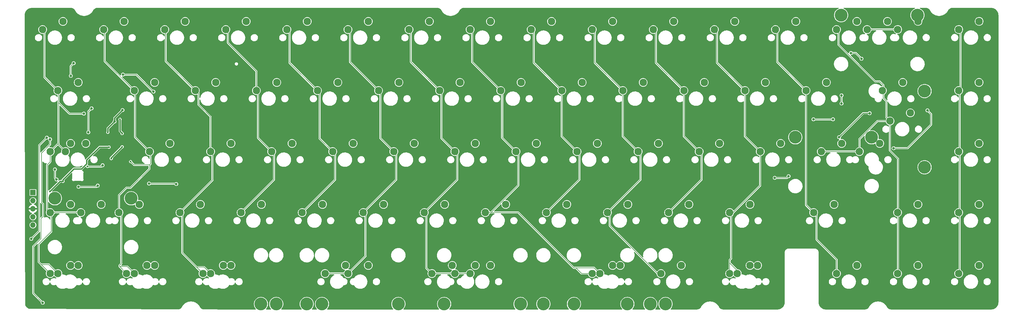
<source format=gbr>
%TF.GenerationSoftware,KiCad,Pcbnew,7.0.2-0*%
%TF.CreationDate,2023-06-24T13:11:33+03:00*%
%TF.ProjectId,rp2040-bakeneko65,72703230-3430-42d6-9261-6b656e656b6f,1*%
%TF.SameCoordinates,Original*%
%TF.FileFunction,Copper,L1,Top*%
%TF.FilePolarity,Positive*%
%FSLAX46Y46*%
G04 Gerber Fmt 4.6, Leading zero omitted, Abs format (unit mm)*
G04 Created by KiCad (PCBNEW 7.0.2-0) date 2023-06-24 13:11:33*
%MOMM*%
%LPD*%
G01*
G04 APERTURE LIST*
%TA.AperFunction,ComponentPad*%
%ADD10C,2.300000*%
%TD*%
%TA.AperFunction,ComponentPad*%
%ADD11C,4.000000*%
%TD*%
%TA.AperFunction,ComponentPad*%
%ADD12R,1.700000X1.700000*%
%TD*%
%TA.AperFunction,ComponentPad*%
%ADD13O,1.700000X1.700000*%
%TD*%
%TA.AperFunction,ViaPad*%
%ADD14C,0.800000*%
%TD*%
%TA.AperFunction,ViaPad*%
%ADD15C,0.600000*%
%TD*%
%TA.AperFunction,Conductor*%
%ADD16C,0.381000*%
%TD*%
%TA.AperFunction,Conductor*%
%ADD17C,0.200000*%
%TD*%
%TA.AperFunction,Conductor*%
%ADD18C,0.250000*%
%TD*%
G04 APERTURE END LIST*
D10*
%TO.P,SW42,1,1*%
%TO.N,COL7*%
X212883750Y-128428750D03*
%TO.P,SW42,2,2*%
%TO.N,Net-(D42-A)*%
X219233750Y-125888750D03*
%TD*%
%TO.P,SW27,1,1*%
%TO.N,COL9*%
X246221250Y-109378750D03*
%TO.P,SW27,2,2*%
%TO.N,Net-(D27-A)*%
X252571250Y-106838750D03*
%TD*%
%TO.P,SW76,1,1*%
%TO.N,COL6*%
X198596250Y-166528750D03*
%TO.P,SW76,2,2*%
%TO.N,Net-(D74-A)*%
X204946250Y-163988750D03*
%TD*%
%TO.P,SW14,1,1*%
%TO.N,COL13*%
X312896250Y-90328750D03*
%TO.P,SW14,2,2*%
%TO.N,Net-(D14-A)*%
X319246250Y-87788750D03*
%TD*%
%TO.P,SW41,1,1*%
%TO.N,COL6*%
X193833750Y-128428750D03*
%TO.P,SW41,2,2*%
%TO.N,Net-(D41-A)*%
X200183750Y-125888750D03*
%TD*%
%TO.P,SW39,1,1*%
%TO.N,COL4*%
X155733750Y-128428750D03*
%TO.P,SW39,2,2*%
%TO.N,Net-(D39-A)*%
X162083750Y-125888750D03*
%TD*%
%TO.P,SW33,1,1*%
%TO.N,COL15*%
X350996250Y-109378750D03*
%TO.P,SW33,2,2*%
%TO.N,Net-(D33-A)*%
X357346250Y-106838750D03*
%TD*%
%TO.P,SW37,1,1*%
%TO.N,COL2*%
X117633750Y-128428750D03*
%TO.P,SW37,2,2*%
%TO.N,Net-(D37-A)*%
X123983750Y-125888750D03*
%TD*%
%TO.P,SW43,1,1*%
%TO.N,COL8*%
X231933750Y-128428750D03*
%TO.P,SW43,2,2*%
%TO.N,Net-(D43-A)*%
X238283750Y-125888750D03*
%TD*%
%TO.P,SW52,1,1*%
%TO.N,COL1*%
X89058750Y-147478750D03*
%TO.P,SW52,2,2*%
%TO.N,Net-(D52-A)*%
X95408750Y-144938750D03*
%TD*%
%TO.P,SW17,1,1*%
%TO.N,COL14*%
X331978000Y-90297000D03*
%TO.P,SW17,2,2*%
%TO.N,Net-(D15-A)*%
X338328000Y-87757000D03*
%TD*%
%TO.P,SW68,1,1*%
%TO.N,COL1*%
X91440000Y-166528750D03*
%TO.P,SW68,2,2*%
%TO.N,Net-(D68-A)*%
X97790000Y-163988750D03*
%TD*%
%TO.P,SW21,1,1*%
%TO.N,COL3*%
X131921250Y-109378750D03*
%TO.P,SW21,2,2*%
%TO.N,Net-(D21-A)*%
X138271250Y-106838750D03*
%TD*%
%TO.P,SW40,1,1*%
%TO.N,COL5*%
X174783750Y-128428750D03*
%TO.P,SW40,2,2*%
%TO.N,Net-(D40-A)*%
X181133750Y-125888750D03*
%TD*%
D11*
%TO.P,S73,*%
%TO.N,*%
X176212500Y-176053750D03*
X152400000Y-176053750D03*
%TD*%
D10*
%TO.P,SW75,1,1*%
%TO.N,COL6*%
X193833750Y-166528750D03*
%TO.P,SW75,2,2*%
%TO.N,Net-(D74-A)*%
X200183750Y-163988750D03*
%TD*%
%TO.P,SW45,1,1*%
%TO.N,COL10*%
X270033750Y-128428750D03*
%TO.P,SW45,2,2*%
%TO.N,Net-(D45-A)*%
X276383750Y-125888750D03*
%TD*%
%TO.P,SW7,1,1*%
%TO.N,COL6*%
X179546250Y-90328750D03*
%TO.P,SW7,2,2*%
%TO.N,Net-(D7-A)*%
X185896250Y-87788750D03*
%TD*%
%TO.P,SW77,1,1*%
%TO.N,COL7*%
X236696250Y-166528750D03*
%TO.P,SW77,2,2*%
%TO.N,Net-(D77-A)*%
X243046250Y-163988750D03*
%TD*%
%TO.P,SW53,1,1*%
%TO.N,COL2*%
X108108750Y-147478750D03*
%TO.P,SW53,2,2*%
%TO.N,Net-(D53-A)*%
X114458750Y-144938750D03*
%TD*%
%TO.P,SW56,1,1*%
%TO.N,COL5*%
X165258750Y-147478750D03*
%TO.P,SW56,2,2*%
%TO.N,Net-(D56-A)*%
X171608750Y-144938750D03*
%TD*%
%TO.P,SW4,1,1*%
%TO.N,COL3*%
X122396250Y-90328750D03*
%TO.P,SW4,2,2*%
%TO.N,Net-(D4-A)*%
X128746250Y-87788750D03*
%TD*%
%TO.P,SW1,1,1*%
%TO.N,COL0*%
X65246250Y-90328750D03*
%TO.P,SW1,2,2*%
%TO.N,Net-(D1-A)*%
X71596250Y-87788750D03*
%TD*%
%TO.P,SW80,1,1*%
%TO.N,COL11*%
X279558750Y-166528750D03*
%TO.P,SW80,2,2*%
%TO.N,Net-(D80-A)*%
X285908750Y-163988750D03*
%TD*%
%TO.P,SW34,1,1*%
%TO.N,COL0*%
X67627500Y-128428750D03*
%TO.P,SW34,2,2*%
%TO.N,Net-(D35-A)*%
X73977500Y-125888750D03*
%TD*%
%TO.P,SW59,1,1*%
%TO.N,COL8*%
X222408750Y-147478750D03*
%TO.P,SW59,2,2*%
%TO.N,Net-(D59-A)*%
X228758750Y-144938750D03*
%TD*%
%TO.P,SW9,1,1*%
%TO.N,COL8*%
X217646250Y-90328750D03*
%TO.P,SW9,2,2*%
%TO.N,Net-(D9-A)*%
X223996250Y-87788750D03*
%TD*%
D12*
%TO.P,J2,1,Pin_1*%
%TO.N,RESET*%
X62230000Y-141224000D03*
D13*
%TO.P,J2,2,Pin_2*%
%TO.N,+3V3*%
X62230000Y-143764000D03*
%TO.P,J2,3,Pin_3*%
%TO.N,GND*%
X62230000Y-146304000D03*
%TO.P,J2,4,Pin_4*%
%TO.N,SWD*%
X62230000Y-148844000D03*
%TO.P,J2,5,Pin_5*%
%TO.N,SWCLK*%
X62230000Y-151384000D03*
%TD*%
D10*
%TO.P,SW6,1,1*%
%TO.N,COL5*%
X160496250Y-90328750D03*
%TO.P,SW6,2,2*%
%TO.N,Net-(D6-A)*%
X166846250Y-87788750D03*
%TD*%
%TO.P,SW81,1,1*%
%TO.N,COL11*%
X281940000Y-166528750D03*
%TO.P,SW81,2,2*%
%TO.N,Net-(D80-A)*%
X288290000Y-163988750D03*
%TD*%
D11*
%TO.P,S77,*%
%TO.N,*%
X259556250Y-176053750D03*
X221456250Y-176053750D03*
%TD*%
D10*
%TO.P,SW38,1,1*%
%TO.N,COL3*%
X136683750Y-128428750D03*
%TO.P,SW38,2,2*%
%TO.N,Net-(D38-A)*%
X143033750Y-125888750D03*
%TD*%
D11*
%TO.P,S50,*%
%TO.N,*%
X69056250Y-143033750D03*
X92868750Y-143033750D03*
%TD*%
D10*
%TO.P,SW66,1,1*%
%TO.N,COL0*%
X67627500Y-166528750D03*
%TO.P,SW66,2,2*%
%TO.N,Net-(D66-A)*%
X73977500Y-163988750D03*
%TD*%
%TO.P,SW51,1,1*%
%TO.N,COL0*%
X77152500Y-147478750D03*
%TO.P,SW51,2,2*%
%TO.N,Net-(D51-A)*%
X83502500Y-144938750D03*
%TD*%
%TO.P,SW55,1,1*%
%TO.N,COL4*%
X146208750Y-147478750D03*
%TO.P,SW55,2,2*%
%TO.N,Net-(D55-A)*%
X152558750Y-144938750D03*
%TD*%
%TO.P,SW44,1,1*%
%TO.N,COL9*%
X250983750Y-128428750D03*
%TO.P,SW44,2,2*%
%TO.N,Net-(D44-A)*%
X257333750Y-125888750D03*
%TD*%
%TO.P,SW57,1,1*%
%TO.N,COL6*%
X184308750Y-147478750D03*
%TO.P,SW57,2,2*%
%TO.N,Net-(D57-A)*%
X190658750Y-144938750D03*
%TD*%
%TO.P,SW30,1,1*%
%TO.N,COL12*%
X303371250Y-109378750D03*
%TO.P,SW30,2,2*%
%TO.N,Net-(D30-A)*%
X309721250Y-106838750D03*
%TD*%
%TO.P,SW2,1,1*%
%TO.N,COL1*%
X84296250Y-90328750D03*
%TO.P,SW2,2,2*%
%TO.N,Net-(D2-A)*%
X90646250Y-87788750D03*
%TD*%
D11*
%TO.P,S78,*%
%TO.N,*%
X254793750Y-176053750D03*
X230981250Y-176053750D03*
%TD*%
D10*
%TO.P,SW84,1,1*%
%TO.N,COL15*%
X350996250Y-166528750D03*
%TO.P,SW84,2,2*%
%TO.N,Net-(D84-A)*%
X357346250Y-163988750D03*
%TD*%
%TO.P,SW20,1,1*%
%TO.N,COL2*%
X112871250Y-109378750D03*
%TO.P,SW20,2,2*%
%TO.N,Net-(D20-A)*%
X119221250Y-106838750D03*
%TD*%
%TO.P,SW35,1,1*%
%TO.N,COL0*%
X72390000Y-128428750D03*
%TO.P,SW35,2,2*%
%TO.N,Net-(D35-A)*%
X78740000Y-125888750D03*
%TD*%
%TO.P,SW18,1,1*%
%TO.N,COL0*%
X70008750Y-109378750D03*
%TO.P,SW18,2,2*%
%TO.N,Net-(D18-A)*%
X76358750Y-106838750D03*
%TD*%
%TO.P,SW49,1,1*%
%TO.N,COL15*%
X350996250Y-128428750D03*
%TO.P,SW49,2,2*%
%TO.N,Net-(D49-A)*%
X357346250Y-125888750D03*
%TD*%
%TO.P,SW54,1,1*%
%TO.N,COL3*%
X127158750Y-147478750D03*
%TO.P,SW54,2,2*%
%TO.N,Net-(D54-A)*%
X133508750Y-144938750D03*
%TD*%
%TO.P,SW73,1,1*%
%TO.N,COL5*%
X160496250Y-166528750D03*
%TO.P,SW73,2,2*%
%TO.N,Net-(D72-A)*%
X166846250Y-163988750D03*
%TD*%
%TO.P,SW22,1,1*%
%TO.N,COL4*%
X150971250Y-109378750D03*
%TO.P,SW22,2,2*%
%TO.N,Net-(D22-A)*%
X157321250Y-106838750D03*
%TD*%
%TO.P,SW12,1,1*%
%TO.N,COL11*%
X274796250Y-90328750D03*
%TO.P,SW12,2,2*%
%TO.N,Net-(D12-A)*%
X281146250Y-87788750D03*
%TD*%
%TO.P,SW62,1,1*%
%TO.N,COL11*%
X279558750Y-147478750D03*
%TO.P,SW62,2,2*%
%TO.N,Net-(D62-A)*%
X285908750Y-144938750D03*
%TD*%
%TO.P,SW8,1,1*%
%TO.N,COL7*%
X198596250Y-90328750D03*
%TO.P,SW8,2,2*%
%TO.N,Net-(D8-A)*%
X204946250Y-87788750D03*
%TD*%
%TO.P,SW83,1,1*%
%TO.N,COL13*%
X331946250Y-166528750D03*
%TO.P,SW83,2,2*%
%TO.N,Net-(D83-A)*%
X338296250Y-163988750D03*
%TD*%
D11*
%TO.P,S32,*%
%TO.N,*%
X340360000Y-133350000D03*
X340360000Y-109537500D03*
%TD*%
D10*
%TO.P,SW46,1,1*%
%TO.N,COL11*%
X289083750Y-128428750D03*
%TO.P,SW46,2,2*%
%TO.N,Net-(D46-A)*%
X295433750Y-125888750D03*
%TD*%
%TO.P,SW48,1,1*%
%TO.N,COL13*%
X320040000Y-128428750D03*
%TO.P,SW48,2,2*%
%TO.N,Net-(D31-A)*%
X326390000Y-125888750D03*
%TD*%
%TO.P,SW67,1,1*%
%TO.N,COL0*%
X70008750Y-166528750D03*
%TO.P,SW67,2,2*%
%TO.N,Net-(D66-A)*%
X76358750Y-163988750D03*
%TD*%
%TO.P,SW61,1,1*%
%TO.N,COL10*%
X260508750Y-147478750D03*
%TO.P,SW61,2,2*%
%TO.N,Net-(D61-A)*%
X266858750Y-144938750D03*
%TD*%
%TO.P,SW82,1,1*%
%TO.N,COL12*%
X312896250Y-166528750D03*
%TO.P,SW82,2,2*%
%TO.N,Net-(D82-A)*%
X319246250Y-163988750D03*
%TD*%
%TO.P,SW26,1,1*%
%TO.N,COL8*%
X227171250Y-109378750D03*
%TO.P,SW26,2,2*%
%TO.N,Net-(D26-A)*%
X233521250Y-106838750D03*
%TD*%
D11*
%TO.P,S75,*%
%TO.N,*%
X247650000Y-176053750D03*
X147637500Y-176053750D03*
%TD*%
D10*
%TO.P,SW79,1,1*%
%TO.N,COL9*%
X258127500Y-166528750D03*
%TO.P,SW79,2,2*%
%TO.N,Net-(D79-A)*%
X264477500Y-163988750D03*
%TD*%
%TO.P,SW47,1,1*%
%TO.N,COL13*%
X308133750Y-128428750D03*
%TO.P,SW47,2,2*%
%TO.N,Net-(D47-A)*%
X314483750Y-125888750D03*
%TD*%
%TO.P,SW32,1,1*%
%TO.N,COL13*%
X329565000Y-118903750D03*
%TO.P,SW32,2,2*%
%TO.N,Net-(D47-A)*%
X335915000Y-116363750D03*
%TD*%
D11*
%TO.P,S74,*%
%TO.N,*%
X247650000Y-176053750D03*
X133350000Y-176053750D03*
%TD*%
%TO.P,S47,*%
%TO.N,*%
X300037500Y-123983750D03*
X323850000Y-123983750D03*
%TD*%
D10*
%TO.P,SW10,1,1*%
%TO.N,COL9*%
X236696250Y-90328750D03*
%TO.P,SW10,2,2*%
%TO.N,Net-(D10-A)*%
X243046250Y-87788750D03*
%TD*%
%TO.P,SW31,1,1*%
%TO.N,COL13*%
X327183750Y-109378750D03*
%TO.P,SW31,2,2*%
%TO.N,Net-(D31-A)*%
X333533750Y-106838750D03*
%TD*%
%TO.P,SW11,1,1*%
%TO.N,COL10*%
X255746250Y-90328750D03*
%TO.P,SW11,2,2*%
%TO.N,Net-(D11-A)*%
X262096250Y-87788750D03*
%TD*%
%TO.P,SW70,1,1*%
%TO.N,COL2*%
X115252500Y-166528750D03*
%TO.P,SW70,2,2*%
%TO.N,Net-(D70-A)*%
X121602500Y-163988750D03*
%TD*%
%TO.P,SW5,1,1*%
%TO.N,COL4*%
X141446250Y-90328750D03*
%TO.P,SW5,2,2*%
%TO.N,Net-(D5-A)*%
X147796250Y-87788750D03*
%TD*%
%TO.P,SW78,1,1*%
%TO.N,COL7*%
X239077500Y-166528750D03*
%TO.P,SW78,2,2*%
%TO.N,Net-(D77-A)*%
X245427500Y-163988750D03*
%TD*%
%TO.P,SW16,1,1*%
%TO.N,COL15*%
X351028000Y-90297000D03*
%TO.P,SW16,2,2*%
%TO.N,Net-(D16-A)*%
X357378000Y-87757000D03*
%TD*%
%TO.P,SW13,1,1*%
%TO.N,COL12*%
X293846250Y-90328750D03*
%TO.P,SW13,2,2*%
%TO.N,Net-(D13-A)*%
X300196250Y-87788750D03*
%TD*%
%TO.P,SW3,1,1*%
%TO.N,COL2*%
X103346250Y-90328750D03*
%TO.P,SW3,2,2*%
%TO.N,Net-(D3-A)*%
X109696250Y-87788750D03*
%TD*%
%TO.P,SW72,1,1*%
%TO.N,COL5*%
X153352500Y-166528750D03*
%TO.P,SW72,2,2*%
%TO.N,Net-(D72-A)*%
X159702500Y-163988750D03*
%TD*%
%TO.P,SW23,1,1*%
%TO.N,COL5*%
X170021250Y-109378750D03*
%TO.P,SW23,2,2*%
%TO.N,Net-(D23-A)*%
X176371250Y-106838750D03*
%TD*%
%TO.P,SW65,1,1*%
%TO.N,COL15*%
X350996250Y-147478750D03*
%TO.P,SW65,2,2*%
%TO.N,Net-(D65-A)*%
X357346250Y-144938750D03*
%TD*%
%TO.P,SW69,1,1*%
%TO.N,COL1*%
X93821250Y-166528750D03*
%TO.P,SW69,2,2*%
%TO.N,Net-(D68-A)*%
X100171250Y-163988750D03*
%TD*%
%TO.P,SW19,1,1*%
%TO.N,COL1*%
X93821250Y-109378750D03*
%TO.P,SW19,2,2*%
%TO.N,Net-(D19-A)*%
X100171250Y-106838750D03*
%TD*%
%TO.P,SW25,1,1*%
%TO.N,COL7*%
X208121250Y-109378750D03*
%TO.P,SW25,2,2*%
%TO.N,Net-(D25-A)*%
X214471250Y-106838750D03*
%TD*%
%TO.P,SW74,1,1*%
%TO.N,COL6*%
X186690000Y-166528750D03*
%TO.P,SW74,2,2*%
%TO.N,Net-(D74-A)*%
X193040000Y-163988750D03*
%TD*%
%TO.P,SW71,1,1*%
%TO.N,COL2*%
X117633750Y-166528750D03*
%TO.P,SW71,2,2*%
%TO.N,Net-(D70-A)*%
X123983750Y-163988750D03*
%TD*%
%TO.P,SW24,1,1*%
%TO.N,COL6*%
X189071250Y-109378750D03*
%TO.P,SW24,2,2*%
%TO.N,Net-(D24-A)*%
X195421250Y-106838750D03*
%TD*%
%TO.P,SW60,1,1*%
%TO.N,COL9*%
X241458750Y-147478750D03*
%TO.P,SW60,2,2*%
%TO.N,Net-(D60-A)*%
X247808750Y-144938750D03*
%TD*%
D11*
%TO.P,S76,*%
%TO.N,*%
X214312500Y-176053750D03*
X190500000Y-176053750D03*
%TD*%
D10*
%TO.P,SW63,1,1*%
%TO.N,COL12*%
X305752500Y-147478750D03*
%TO.P,SW63,2,2*%
%TO.N,Net-(D63-A)*%
X312102500Y-144938750D03*
%TD*%
%TO.P,SW50,1,1*%
%TO.N,COL0*%
X67627500Y-147478750D03*
%TO.P,SW50,2,2*%
%TO.N,Net-(D51-A)*%
X73977500Y-144938750D03*
%TD*%
%TO.P,SW58,1,1*%
%TO.N,COL7*%
X203358750Y-147478750D03*
%TO.P,SW58,2,2*%
%TO.N,Net-(D58-A)*%
X209708750Y-144938750D03*
%TD*%
D11*
%TO.P,S72,*%
%TO.N,*%
X176212500Y-176053750D03*
X138112500Y-176053750D03*
%TD*%
D10*
%TO.P,SW36,1,1*%
%TO.N,COL1*%
X98583750Y-128428750D03*
%TO.P,SW36,2,2*%
%TO.N,Net-(D36-A)*%
X104933750Y-125888750D03*
%TD*%
%TO.P,SW28,1,1*%
%TO.N,COL10*%
X265271250Y-109378750D03*
%TO.P,SW28,2,2*%
%TO.N,Net-(D28-A)*%
X271621250Y-106838750D03*
%TD*%
%TO.P,SW64,1,1*%
%TO.N,COL13*%
X331946250Y-147478750D03*
%TO.P,SW64,2,2*%
%TO.N,Net-(D64-A)*%
X338296250Y-144938750D03*
%TD*%
D11*
%TO.P,S17,*%
%TO.N,*%
X314325000Y-85852000D03*
X338137500Y-85852000D03*
%TD*%
D10*
%TO.P,SW15,1,1*%
%TO.N,COL14*%
X322421250Y-90328750D03*
%TO.P,SW15,2,2*%
%TO.N,Net-(D15-A)*%
X328771250Y-87788750D03*
%TD*%
%TO.P,SW29,1,1*%
%TO.N,COL11*%
X284321250Y-109378750D03*
%TO.P,SW29,2,2*%
%TO.N,Net-(D29-A)*%
X290671250Y-106838750D03*
%TD*%
D14*
%TO.N,+3V3*%
X90170000Y-115468400D03*
X87690522Y-119047318D03*
D15*
X71577200Y-137718800D03*
X85598000Y-122428000D03*
X85953600Y-127050800D03*
X67564000Y-140843000D03*
D14*
%TO.N,GND*%
X290449000Y-138557000D03*
X155194000Y-136144000D03*
X278384000Y-155321000D03*
X327279000Y-115570000D03*
X116967000Y-136398000D03*
D15*
X99771200Y-120751600D03*
X63500000Y-150622000D03*
D14*
X143510000Y-98044000D03*
X88036194Y-124884731D03*
X352425000Y-135382000D03*
X171958000Y-117094000D03*
X269494000Y-136398000D03*
X264160000Y-119126000D03*
X65278000Y-126873000D03*
X77470000Y-138684000D03*
X84455000Y-101219000D03*
X331343000Y-128397000D03*
X244983000Y-119126000D03*
X87020194Y-123868731D03*
X333375000Y-135382000D03*
X85725000Y-100076000D03*
X219710000Y-98171000D03*
X193040000Y-136144000D03*
X207645000Y-119253000D03*
X250444000Y-136398000D03*
X223393000Y-155575000D03*
X295529000Y-98298000D03*
X98044000Y-101854000D03*
X136017000Y-136271000D03*
X244729000Y-155575000D03*
X106807000Y-104521000D03*
X249174000Y-157353000D03*
X209677000Y-117348000D03*
X63246000Y-125730000D03*
X86261006Y-133056732D03*
X228219000Y-117348000D03*
X352552000Y-117221000D03*
X304419000Y-134874000D03*
X102362000Y-97790000D03*
X73660000Y-133096000D03*
X302387000Y-136906000D03*
D15*
X64770000Y-147320000D03*
D14*
X81026000Y-125476000D03*
X159893000Y-100330000D03*
X71120000Y-122301000D03*
X233426000Y-138303000D03*
X330962000Y-137668000D03*
X75438000Y-101727000D03*
X107569000Y-157480000D03*
X69850000Y-107442000D03*
X121920000Y-101727000D03*
X320675000Y-97663000D03*
X333375000Y-157353000D03*
X276733000Y-98298000D03*
X271526000Y-138430000D03*
X318389000Y-96520000D03*
X104775000Y-102489000D03*
X188087000Y-119507000D03*
X68199000Y-136271000D03*
X183515000Y-155448000D03*
X350139000Y-137541000D03*
X200533000Y-98171000D03*
X238633000Y-98171000D03*
X70231000Y-136271000D03*
X186055000Y-157861000D03*
X252476000Y-138557000D03*
X89052194Y-123868731D03*
X90932000Y-154813000D03*
D15*
X101981000Y-95885000D03*
D14*
X319151000Y-116205000D03*
D15*
X89488001Y-130094394D03*
D14*
X89027000Y-106045000D03*
X164846000Y-157353000D03*
X350139000Y-97155000D03*
X94996000Y-121666000D03*
X181737000Y-98044000D03*
X328295000Y-124968000D03*
D15*
X104521000Y-95885000D03*
D14*
X131318000Y-119507000D03*
X68199000Y-154813000D03*
X91440000Y-113538000D03*
X255016000Y-100457000D03*
X178435000Y-100457000D03*
X231521000Y-136271000D03*
X72517000Y-138430000D03*
X92075000Y-109093000D03*
X352933000Y-99695000D03*
X293116000Y-100330000D03*
X197866000Y-100330000D03*
X315722000Y-112522000D03*
X138176000Y-138430000D03*
X88036194Y-125900731D03*
D15*
X99060000Y-98171000D03*
D14*
X114300000Y-116332000D03*
X340868000Y-119507000D03*
X65786000Y-132613400D03*
X257810000Y-98044000D03*
X176403000Y-138430000D03*
X116713000Y-115062000D03*
X66167000Y-107442000D03*
X73279000Y-139446000D03*
X118872000Y-117221000D03*
X283083000Y-119380000D03*
X116586000Y-118872000D03*
X91948000Y-106172000D03*
X113727000Y-114880000D03*
X295148000Y-137541000D03*
X349631000Y-119761000D03*
X63754000Y-154813000D03*
X195453000Y-138557000D03*
X330962000Y-155321000D03*
X84201000Y-117856000D03*
X322707000Y-120142000D03*
X167259000Y-155448000D03*
X157353000Y-138303000D03*
X320548000Y-118745000D03*
X72771000Y-103886000D03*
X320548000Y-100711000D03*
X87020194Y-125900731D03*
X150622000Y-117475000D03*
X63373000Y-133223000D03*
X304419000Y-117221000D03*
X309372000Y-157353000D03*
X297307000Y-137541000D03*
X75438000Y-104013000D03*
X302133000Y-119253000D03*
X85471000Y-98171000D03*
X90932000Y-116586000D03*
X315722000Y-98679000D03*
X87906154Y-136715926D03*
X83312000Y-98933000D03*
X106172000Y-101219000D03*
X69215000Y-125095000D03*
X72771000Y-101600000D03*
X174117000Y-136017000D03*
X350139000Y-157607000D03*
X89052194Y-124884731D03*
D15*
X92964000Y-136525000D03*
D14*
X315341000Y-119888000D03*
X79629000Y-128651000D03*
X235966000Y-100457000D03*
X214884000Y-138557000D03*
X217170000Y-100203000D03*
X93853000Y-107442000D03*
X70104000Y-134239000D03*
X140843000Y-100330000D03*
X352425000Y-155321000D03*
X274320000Y-100203000D03*
X212344000Y-136271000D03*
X285369000Y-117348000D03*
X110998000Y-103251000D03*
X162433000Y-98171000D03*
X119253000Y-138557000D03*
X108077000Y-103124000D03*
X332232000Y-125730000D03*
D15*
X82197006Y-122007732D03*
D14*
X287909000Y-136271000D03*
X226060000Y-119253000D03*
X88036194Y-123868731D03*
X281305000Y-157607000D03*
X169291000Y-119507000D03*
X90678000Y-107315000D03*
X266319000Y-117348000D03*
X316230000Y-127508000D03*
X123444000Y-96393000D03*
X66167000Y-156718000D03*
X87020194Y-124884731D03*
X318262000Y-101600000D03*
X72390000Y-133985000D03*
X307848000Y-155321000D03*
X152781000Y-119253000D03*
X89052194Y-125900731D03*
X133604000Y-117221000D03*
X110109000Y-155321000D03*
D15*
X64770000Y-145034000D03*
X95016589Y-125709411D03*
D14*
X191008000Y-117094000D03*
X222250000Y-157480000D03*
X343535000Y-117348000D03*
X78613000Y-133985000D03*
X247269000Y-117348000D03*
D15*
%TO.N,+1V1*%
X86652081Y-130604304D03*
X90043000Y-126960732D03*
X89408000Y-118364000D03*
X90043000Y-122809000D03*
D14*
%TO.N,ROW0*%
X74041000Y-104775000D03*
X74930000Y-100838000D03*
X317373000Y-97663000D03*
X320675000Y-99441000D03*
%TO.N,ROW1*%
X99822000Y-109728000D03*
X90297000Y-104394000D03*
X311785000Y-118364000D03*
X305689000Y-118364000D03*
X80518000Y-114935000D03*
X79502000Y-122428000D03*
%TO.N,Net-(D30-A)*%
X314452000Y-110871000D03*
X314452000Y-113411000D03*
%TO.N,Net-(D31-A)*%
X341249000Y-115570000D03*
X330708000Y-127381000D03*
%TO.N,ROW2*%
X293624000Y-136652000D03*
X69088000Y-133985000D03*
X106934000Y-138557000D03*
X82423000Y-139065000D03*
X69596000Y-137160000D03*
X98425000Y-138430000D03*
X297942000Y-136144000D03*
X76454000Y-139446000D03*
D15*
%TO.N,Net-(D35-A)*%
X79248000Y-133096000D03*
D14*
X83947000Y-132715000D03*
%TO.N,Net-(D47-A)*%
X313690000Y-123952000D03*
X323215000Y-116459000D03*
%TO.N,ROW3*%
X66548000Y-124079000D03*
X61722000Y-155702000D03*
%TO.N,ROW4*%
X67564000Y-124587000D03*
X65278000Y-175641000D03*
%TO.N,COL0*%
X78105000Y-116586000D03*
D15*
%TO.N,COL1*%
X92710000Y-131572000D03*
%TD*%
D16*
%TO.N,+3V3*%
X71577200Y-137718800D02*
X71577200Y-137246853D01*
X74966053Y-133858000D02*
X77343000Y-133858000D01*
X70688200Y-137718800D02*
X71577200Y-137718800D01*
X67564000Y-140843000D02*
X70688200Y-137718800D01*
X87690522Y-119047318D02*
X87690522Y-119065478D01*
X87690522Y-119065478D02*
X85598000Y-121158000D01*
X87690522Y-117947878D02*
X90170000Y-115468400D01*
X71577200Y-137246853D02*
X74966053Y-133858000D01*
X83007200Y-127050800D02*
X85953600Y-127050800D01*
X85598000Y-121158000D02*
X85598000Y-122428000D01*
X78994000Y-131064000D02*
X83007200Y-127050800D01*
X78994000Y-132207000D02*
X78994000Y-131064000D01*
X87690522Y-119047318D02*
X87690522Y-117947878D01*
X77343000Y-133858000D02*
X78994000Y-132207000D01*
%TO.N,+1V1*%
X89408000Y-122047000D02*
X90043000Y-122682000D01*
X89408000Y-122047000D02*
X89408000Y-118364000D01*
X86652081Y-130604304D02*
X86652081Y-130351651D01*
X90043000Y-122682000D02*
X90043000Y-122809000D01*
X86652081Y-130351651D02*
X90043000Y-126960732D01*
D17*
%TO.N,ROW0*%
X318897000Y-97663000D02*
X320675000Y-99441000D01*
X74041000Y-104775000D02*
X74041000Y-101727000D01*
X317373000Y-97663000D02*
X318897000Y-97663000D01*
X74041000Y-101727000D02*
X74930000Y-100838000D01*
%TO.N,ROW1*%
X79502000Y-115951000D02*
X80518000Y-114935000D01*
X79502000Y-122428000D02*
X79502000Y-115951000D01*
X90297000Y-104394000D02*
X94488000Y-104394000D01*
X94488000Y-104394000D02*
X99822000Y-109728000D01*
X305689000Y-118364000D02*
X311785000Y-118364000D01*
%TO.N,Net-(D30-A)*%
X314452000Y-110871000D02*
X314452000Y-113411000D01*
%TO.N,Net-(D31-A)*%
X342392000Y-120015000D02*
X342392000Y-116713000D01*
X342392000Y-116713000D02*
X341249000Y-115570000D01*
X330708000Y-127381000D02*
X335026000Y-127381000D01*
X335026000Y-127381000D02*
X342392000Y-120015000D01*
%TO.N,ROW2*%
X98425000Y-138430000D02*
X106807000Y-138430000D01*
X76454000Y-139446000D02*
X82042000Y-139446000D01*
X297434000Y-136652000D02*
X297942000Y-136144000D01*
X69088000Y-136652000D02*
X69596000Y-137160000D01*
X106807000Y-138430000D02*
X106934000Y-138557000D01*
X82042000Y-139446000D02*
X82423000Y-139065000D01*
X293624000Y-136652000D02*
X297434000Y-136652000D01*
X69088000Y-133985000D02*
X69088000Y-136652000D01*
%TO.N,Net-(D35-A)*%
X83566000Y-133096000D02*
X83947000Y-132715000D01*
X79248000Y-133096000D02*
X83566000Y-133096000D01*
D18*
%TO.N,Net-(D47-A)*%
X321183000Y-116459000D02*
X323215000Y-116459000D01*
X313690000Y-123952000D02*
X321183000Y-116459000D01*
D17*
%TO.N,ROW3*%
X66548000Y-124079000D02*
X64170000Y-126457000D01*
X64170000Y-153254000D02*
X61722000Y-155702000D01*
X64170000Y-126457000D02*
X64170000Y-153254000D01*
%TO.N,ROW4*%
X64770000Y-155575000D02*
X62357000Y-157988000D01*
X65405000Y-144820471D02*
X65405000Y-148717000D01*
X64770000Y-149352000D02*
X64770000Y-155575000D01*
X62357000Y-157988000D02*
X62357000Y-172720000D01*
X65405000Y-148717000D02*
X64770000Y-149352000D01*
X67564000Y-124587000D02*
X67564000Y-126238000D01*
X64897000Y-128905000D02*
X64897000Y-144312471D01*
X62357000Y-172720000D02*
X65278000Y-175641000D01*
X67564000Y-126238000D02*
X64897000Y-128905000D01*
X64897000Y-144312471D02*
X65405000Y-144820471D01*
%TO.N,COL0*%
X70231000Y-109601000D02*
X70231000Y-125825250D01*
X67627500Y-147478750D02*
X67945000Y-147796250D01*
X67627500Y-131610100D02*
X66675000Y-132562600D01*
X67183000Y-163703000D02*
X70008750Y-166528750D01*
X64008000Y-162909250D02*
X64801750Y-163703000D01*
X70231000Y-125825250D02*
X70008750Y-126047500D01*
X64801750Y-163703000D02*
X67183000Y-163703000D01*
X70008750Y-109378750D02*
X70231000Y-109601000D01*
X73660000Y-116586000D02*
X70231000Y-113157000D01*
X67945000Y-153416000D02*
X64008000Y-157353000D01*
X64008000Y-162909250D02*
X67627500Y-166528750D01*
X70008750Y-126047500D02*
X72390000Y-128428750D01*
X65246250Y-90328750D02*
X65786000Y-90868500D01*
X67945000Y-147796250D02*
X67945000Y-153416000D01*
X67627500Y-128428750D02*
X67627500Y-131610100D01*
X64008000Y-157353000D02*
X64008000Y-162909250D01*
X65786000Y-90868500D02*
X65786000Y-105156000D01*
X66675000Y-132562600D02*
X66675000Y-146526250D01*
X67627500Y-147478750D02*
X77152500Y-147478750D01*
X70008750Y-126047500D02*
X67627500Y-128428750D01*
X70231000Y-113157000D02*
X70231000Y-109601000D01*
X65786000Y-105156000D02*
X70008750Y-109378750D01*
X78105000Y-116586000D02*
X73660000Y-116586000D01*
X66675000Y-146526250D02*
X67627500Y-147478750D01*
%TO.N,COL1*%
X94107000Y-109664500D02*
X94107000Y-123952000D01*
X98933000Y-132238750D02*
X98583750Y-132588000D01*
X91440000Y-139700000D02*
X89058750Y-142081250D01*
X91630500Y-164338000D02*
X93821250Y-166528750D01*
X84582000Y-90614500D02*
X84582000Y-100139500D01*
X93726000Y-132588000D02*
X98583750Y-132588000D01*
X89058750Y-147478750D02*
X89789000Y-148209000D01*
X93821250Y-109378750D02*
X94107000Y-109664500D01*
X98583750Y-132588000D02*
X98583750Y-133826250D01*
X89789000Y-163417250D02*
X89281000Y-163925250D01*
X94107000Y-123952000D02*
X98583750Y-128428750D01*
X98583750Y-128428750D02*
X98933000Y-128778000D01*
X93726000Y-132588000D02*
X92710000Y-131572000D01*
X98933000Y-128778000D02*
X98933000Y-132238750D01*
X89281000Y-163925250D02*
X89281000Y-164338000D01*
X84582000Y-100139500D02*
X93821250Y-109378750D01*
X92710000Y-139700000D02*
X91440000Y-139700000D01*
X89281000Y-164338000D02*
X89281000Y-164369750D01*
X98583750Y-133826250D02*
X92710000Y-139700000D01*
X89058750Y-142081250D02*
X89058750Y-147478750D01*
X89281000Y-164369750D02*
X91440000Y-166528750D01*
X84296250Y-90328750D02*
X84582000Y-90614500D01*
X89281000Y-164338000D02*
X91630500Y-164338000D01*
X89789000Y-148209000D02*
X89789000Y-163417250D01*
%TO.N,COL2*%
X118237000Y-129032000D02*
X118237000Y-137350500D01*
X113236375Y-164512625D02*
X115252500Y-166528750D01*
X103632000Y-100139500D02*
X112871250Y-109378750D01*
X115617625Y-164512625D02*
X117633750Y-166528750D01*
X112871250Y-109378750D02*
X113919000Y-110426500D01*
X117633750Y-128428750D02*
X118237000Y-129032000D01*
X108839000Y-148209000D02*
X108839000Y-160115250D01*
X108108750Y-147478750D02*
X108839000Y-148209000D01*
X103632000Y-90614500D02*
X103632000Y-100139500D01*
X113236375Y-164512625D02*
X115617625Y-164512625D01*
X108839000Y-160115250D02*
X113236375Y-164512625D01*
X117633750Y-117547221D02*
X117633750Y-128428750D01*
X118237000Y-137350500D02*
X108108750Y-147478750D01*
X103346250Y-90328750D02*
X103632000Y-90614500D01*
X113919000Y-110426500D02*
X113919000Y-113832471D01*
X113919000Y-113832471D02*
X117633750Y-117547221D01*
%TO.N,COL3*%
X122396250Y-90328750D02*
X123063000Y-90995500D01*
X123063000Y-90995500D02*
X123063000Y-94488000D01*
X137414000Y-137223500D02*
X127158750Y-147478750D01*
X132461000Y-109918500D02*
X132461000Y-124206000D01*
X137414000Y-129159000D02*
X137414000Y-137223500D01*
X131921250Y-103346250D02*
X131921250Y-109378750D01*
X131921250Y-109378750D02*
X132461000Y-109918500D01*
X123063000Y-94488000D02*
X131921250Y-103346250D01*
X132461000Y-124206000D02*
X136683750Y-128428750D01*
X136683750Y-128428750D02*
X137414000Y-129159000D01*
%TO.N,COL4*%
X151638000Y-110045500D02*
X151638000Y-124333000D01*
X142240000Y-91122500D02*
X142240000Y-100647500D01*
X150971250Y-109378750D02*
X151638000Y-110045500D01*
X156464000Y-137223500D02*
X146208750Y-147478750D01*
X141446250Y-90328750D02*
X142240000Y-91122500D01*
X156464000Y-129159000D02*
X156464000Y-137223500D01*
X155733750Y-128428750D02*
X156464000Y-129159000D01*
X151638000Y-124333000D02*
X155733750Y-128428750D01*
X142240000Y-100647500D02*
X150971250Y-109378750D01*
%TO.N,COL5*%
X165258750Y-147478750D02*
X165989000Y-148209000D01*
X170021250Y-109378750D02*
X170637200Y-109994700D01*
X170637200Y-124282200D02*
X174783750Y-128428750D01*
X165989000Y-148209000D02*
X165989000Y-161036000D01*
X175514000Y-129159000D02*
X175514000Y-137223500D01*
X160496250Y-90328750D02*
X161163000Y-90995500D01*
X161163000Y-100520500D02*
X170021250Y-109378750D01*
X175514000Y-137223500D02*
X165258750Y-147478750D01*
X160496250Y-166528750D02*
X153352500Y-166528750D01*
X161163000Y-90995500D02*
X161163000Y-100520500D01*
X165989000Y-161036000D02*
X160496250Y-166528750D01*
X174783750Y-128428750D02*
X175514000Y-129159000D01*
X170637200Y-109994700D02*
X170637200Y-124282200D01*
%TO.N,COL6*%
X193833750Y-166528750D02*
X198596250Y-166528750D01*
X184912000Y-164750750D02*
X186690000Y-166528750D01*
X184308750Y-147478750D02*
X184912000Y-148082000D01*
X180086000Y-90868500D02*
X180086000Y-100393500D01*
X189687200Y-109994700D02*
X189687200Y-124282200D01*
X189071250Y-109378750D02*
X189687200Y-109994700D01*
X194564000Y-129159000D02*
X194564000Y-137223500D01*
X180086000Y-100393500D02*
X189071250Y-109378750D01*
X194564000Y-137223500D02*
X184308750Y-147478750D01*
X179546250Y-90328750D02*
X180086000Y-90868500D01*
X189687200Y-124282200D02*
X193833750Y-128428750D01*
X186690000Y-166528750D02*
X193833750Y-166528750D01*
X193833750Y-128428750D02*
X194564000Y-129159000D01*
X184912000Y-148082000D02*
X184912000Y-164750750D01*
%TO.N,COL7*%
X208584800Y-124129800D02*
X212883750Y-128428750D01*
X198596250Y-90328750D02*
X199263000Y-90995500D01*
X213614000Y-138982890D02*
X205118140Y-147478750D01*
X199263000Y-90995500D02*
X199263000Y-100520500D01*
X233381475Y-166528750D02*
X236696250Y-166528750D01*
X203358750Y-147478750D02*
X213645750Y-147478750D01*
X213645750Y-147478750D02*
X230924138Y-164757138D01*
X213614000Y-129159000D02*
X213614000Y-138982890D01*
X237305888Y-164757138D02*
X239077500Y-166528750D01*
X208121250Y-109378750D02*
X208584800Y-109842300D01*
X199263000Y-100520500D02*
X208121250Y-109378750D01*
X231609862Y-164757138D02*
X233381475Y-166528750D01*
X208584800Y-109842300D02*
X208584800Y-124129800D01*
X212883750Y-128428750D02*
X213614000Y-129159000D01*
X231609862Y-164757138D02*
X237305888Y-164757138D01*
X205118140Y-147478750D02*
X203358750Y-147478750D01*
X230924138Y-164757138D02*
X231609862Y-164757138D01*
%TO.N,COL8*%
X232664000Y-129159000D02*
X232664000Y-137223500D01*
X231933750Y-128428750D02*
X232664000Y-129159000D01*
X218440000Y-91122500D02*
X218440000Y-100647500D01*
X217646250Y-90328750D02*
X218440000Y-91122500D01*
X227171250Y-109378750D02*
X227171250Y-123666250D01*
X232664000Y-137223500D02*
X222408750Y-147478750D01*
X227171250Y-123666250D02*
X231933750Y-128428750D01*
X218440000Y-100647500D02*
X227171250Y-109378750D01*
%TO.N,COL9*%
X242189000Y-148209000D02*
X242189000Y-151638000D01*
X236696250Y-90328750D02*
X237490000Y-91122500D01*
X237490000Y-91122500D02*
X237490000Y-100647500D01*
X251714000Y-137223500D02*
X241458750Y-147478750D01*
X257079750Y-166528750D02*
X258127500Y-166528750D01*
X242189000Y-151638000D02*
X257079750Y-166528750D01*
X237490000Y-100647500D02*
X246221250Y-109378750D01*
X241458750Y-147478750D02*
X242189000Y-148209000D01*
X246221250Y-109378750D02*
X246221250Y-123666250D01*
X246221250Y-123666250D02*
X250983750Y-128428750D01*
X250983750Y-128428750D02*
X251714000Y-129159000D01*
X251714000Y-129159000D02*
X251714000Y-137223500D01*
%TO.N,COL10*%
X270764000Y-129159000D02*
X270764000Y-137223500D01*
X255746250Y-90328750D02*
X256540000Y-91122500D01*
X270033750Y-128428750D02*
X270764000Y-129159000D01*
X265271250Y-123666250D02*
X270033750Y-128428750D01*
X256540000Y-91122500D02*
X256540000Y-100647500D01*
X256540000Y-100647500D02*
X265271250Y-109378750D01*
X270764000Y-137223500D02*
X260508750Y-147478750D01*
X265271250Y-109378750D02*
X265271250Y-123666250D01*
%TO.N,COL11*%
X284321250Y-123666250D02*
X289083750Y-128428750D01*
X279558750Y-163195000D02*
X281940000Y-165576250D01*
X280035000Y-161798000D02*
X279558750Y-162274250D01*
X284321250Y-109378750D02*
X284321250Y-123666250D01*
X275590000Y-91122500D02*
X275590000Y-100647500D01*
X279558750Y-163195000D02*
X279558750Y-166528750D01*
X289083750Y-128428750D02*
X289083750Y-139033250D01*
X289083750Y-139033250D02*
X280638250Y-147478750D01*
X275590000Y-100647500D02*
X284321250Y-109378750D01*
X281940000Y-165576250D02*
X281940000Y-166528750D01*
X274796250Y-90328750D02*
X275590000Y-91122500D01*
X280638250Y-147478750D02*
X279558750Y-147478750D01*
X279558750Y-162274250D02*
X279558750Y-163195000D01*
X279558750Y-147478750D02*
X280035000Y-147955000D01*
X280035000Y-147955000D02*
X280035000Y-161798000D01*
%TO.N,COL12*%
X294386000Y-100393500D02*
X303371250Y-109378750D01*
X312896250Y-162147250D02*
X312896250Y-166528750D01*
X306705000Y-155956000D02*
X312896250Y-162147250D01*
X305752500Y-147478750D02*
X306705000Y-148431250D01*
X294386000Y-90868500D02*
X294386000Y-100393500D01*
X303371250Y-145097500D02*
X305752500Y-147478750D01*
X303371250Y-109378750D02*
X303371250Y-145097500D01*
X293846250Y-90328750D02*
X294386000Y-90868500D01*
X306705000Y-148431250D02*
X306705000Y-155956000D01*
%TO.N,COL13*%
X324993000Y-106553000D02*
X313563000Y-95123000D01*
X329565000Y-118903750D02*
X328415000Y-117753750D01*
X313563000Y-90995500D02*
X312896250Y-90328750D01*
X332105000Y-147637500D02*
X332105000Y-166370000D01*
X320040000Y-124541058D02*
X320040000Y-128428750D01*
X331946250Y-147478750D02*
X332105000Y-147637500D01*
X329565000Y-118903750D02*
X325677308Y-118903750D01*
X326390000Y-106553000D02*
X324993000Y-106553000D01*
X327463900Y-107626900D02*
X326390000Y-106553000D01*
X332105000Y-130683000D02*
X332105000Y-147320000D01*
X313563000Y-95123000D02*
X313563000Y-90995500D01*
X329565000Y-128143000D02*
X332105000Y-130683000D01*
X327463900Y-111690900D02*
X327463900Y-107626900D01*
X329565000Y-118903750D02*
X329565000Y-128143000D01*
X320040000Y-128428750D02*
X308133750Y-128428750D01*
X332105000Y-166370000D02*
X331946250Y-166528750D01*
X332105000Y-147320000D02*
X331946250Y-147478750D01*
X325677308Y-118903750D02*
X320040000Y-124541058D01*
X328415000Y-112642000D02*
X327463900Y-111690900D01*
X328415000Y-117753750D02*
X328415000Y-112642000D01*
%TO.N,COL14*%
X331946250Y-90328750D02*
X331978000Y-90297000D01*
X322421250Y-90328750D02*
X331946250Y-90328750D01*
%TO.N,COL15*%
X351536000Y-108839000D02*
X350996250Y-109378750D01*
X351536000Y-90805000D02*
X351536000Y-108839000D01*
X351028000Y-90297000D02*
X351536000Y-90805000D01*
X351282000Y-166243000D02*
X350996250Y-166528750D01*
X350996250Y-109378750D02*
X351282000Y-109664500D01*
X350996250Y-128428750D02*
X351282000Y-128714500D01*
X350996250Y-147478750D02*
X351282000Y-147764500D01*
X351282000Y-128714500D02*
X351282000Y-147193000D01*
X351282000Y-128143000D02*
X350996250Y-128428750D01*
X351282000Y-109664500D02*
X351282000Y-128143000D01*
X351282000Y-147193000D02*
X350996250Y-147478750D01*
X351282000Y-147764500D02*
X351282000Y-166243000D01*
%TD*%
%TA.AperFunction,Conductor*%
%TO.N,GND*%
G36*
X65402703Y-131574279D02*
G01*
X65422507Y-131596065D01*
X65453134Y-131639074D01*
X65503034Y-131709149D01*
X65658597Y-131857477D01*
X65714538Y-131893428D01*
X65839417Y-131973684D01*
X65879462Y-131989715D01*
X66038968Y-132053572D01*
X66250028Y-132094250D01*
X66408164Y-132094250D01*
X66408840Y-132094250D01*
X66411118Y-132094250D01*
X66409045Y-132094299D01*
X66476632Y-132110682D01*
X66524857Y-132161241D01*
X66538093Y-132229845D01*
X66512137Y-132294715D01*
X66506288Y-132301621D01*
X66459524Y-132352917D01*
X66455573Y-132357054D01*
X66442141Y-132370486D01*
X66433087Y-132381917D01*
X66415083Y-132401667D01*
X66412578Y-132408134D01*
X66399259Y-132433402D01*
X66395343Y-132439118D01*
X66389228Y-132465117D01*
X66384151Y-132481513D01*
X66374500Y-132506426D01*
X66374500Y-132513352D01*
X66371206Y-132541742D01*
X66369621Y-132548480D01*
X66373311Y-132574933D01*
X66374500Y-132592064D01*
X66374500Y-146457006D01*
X66371756Y-146473827D01*
X66374368Y-146530328D01*
X66374500Y-146536054D01*
X66374500Y-146555068D01*
X66376181Y-146569557D01*
X66377415Y-146596243D01*
X66380213Y-146602580D01*
X66388666Y-146629876D01*
X66389938Y-146636684D01*
X66403997Y-146659390D01*
X66412002Y-146674577D01*
X66432156Y-146720219D01*
X66430989Y-146720734D01*
X66448208Y-146752268D01*
X66443224Y-146821960D01*
X66439424Y-146831031D01*
X66353597Y-147015086D01*
X66292436Y-147243342D01*
X66271840Y-147478749D01*
X66292436Y-147714157D01*
X66328999Y-147850612D01*
X66353597Y-147942413D01*
X66453465Y-148156580D01*
X66589005Y-148350151D01*
X66756099Y-148517245D01*
X66949670Y-148652785D01*
X67163837Y-148752653D01*
X67363325Y-148806105D01*
X67392092Y-148813813D01*
X67531307Y-148825993D01*
X67596376Y-148851445D01*
X67637355Y-148908036D01*
X67644500Y-148949521D01*
X67644500Y-149557527D01*
X67624815Y-149624566D01*
X67572011Y-149670321D01*
X67502853Y-149680265D01*
X67439297Y-149651240D01*
X67407706Y-149609038D01*
X67336647Y-149453440D01*
X67249102Y-149330502D01*
X67211966Y-149278351D01*
X67056403Y-149130023D01*
X67017238Y-149104853D01*
X66875582Y-149013815D01*
X66682846Y-148936656D01*
X66676032Y-148933928D01*
X66676031Y-148933927D01*
X66676029Y-148933927D01*
X66464972Y-148893250D01*
X66303882Y-148893250D01*
X66300952Y-148893529D01*
X66300926Y-148893531D01*
X66143531Y-148908561D01*
X65937289Y-148969119D01*
X65847423Y-149015448D01*
X65778816Y-149028670D01*
X65713951Y-149002702D01*
X65673424Y-148945787D01*
X65670100Y-148875997D01*
X65683231Y-148846539D01*
X65684655Y-148840482D01*
X65684657Y-148840480D01*
X65690774Y-148814471D01*
X65695845Y-148798093D01*
X65705500Y-148773173D01*
X65705500Y-148766248D01*
X65708794Y-148737857D01*
X65710379Y-148731119D01*
X65706686Y-148704650D01*
X65705500Y-148687549D01*
X65705500Y-144889716D01*
X65708243Y-144872895D01*
X65707772Y-144862708D01*
X65707773Y-144862706D01*
X65705632Y-144816390D01*
X65705500Y-144810665D01*
X65705500Y-144791648D01*
X65703817Y-144777151D01*
X65702997Y-144759405D01*
X65702585Y-144750479D01*
X65699785Y-144744139D01*
X65691333Y-144716841D01*
X65690061Y-144710038D01*
X65676006Y-144687338D01*
X65667998Y-144672147D01*
X65657206Y-144647705D01*
X65652310Y-144642809D01*
X65634563Y-144620406D01*
X65630919Y-144614519D01*
X65630917Y-144614517D01*
X65609605Y-144598423D01*
X65596651Y-144587150D01*
X65233819Y-144224318D01*
X65200334Y-144162995D01*
X65197500Y-144136637D01*
X65197500Y-131667992D01*
X65217185Y-131600953D01*
X65269989Y-131555198D01*
X65339147Y-131545254D01*
X65402703Y-131574279D01*
G37*
%TD.AperFunction*%
%TA.AperFunction,Conductor*%
G36*
X64669226Y-144517023D02*
G01*
X64692396Y-144534520D01*
X64705351Y-144545793D01*
X65068181Y-144908623D01*
X65101666Y-144969946D01*
X65104500Y-144996304D01*
X65104500Y-148541166D01*
X65084815Y-148608205D01*
X65068181Y-148628847D01*
X64682181Y-149014847D01*
X64620858Y-149048332D01*
X64551166Y-149043348D01*
X64495233Y-149001476D01*
X64470816Y-148936012D01*
X64470500Y-148927166D01*
X64470500Y-144615977D01*
X64490185Y-144548938D01*
X64542989Y-144503183D01*
X64612147Y-144493239D01*
X64669226Y-144517023D01*
G37*
%TD.AperFunction*%
%TA.AperFunction,Conductor*%
G36*
X66937474Y-124646112D02*
G01*
X66973126Y-124706201D01*
X66975917Y-124720680D01*
X66978956Y-124743762D01*
X67039463Y-124889840D01*
X67039464Y-124889841D01*
X67135718Y-125015282D01*
X67138410Y-125017348D01*
X67214986Y-125076106D01*
X67256189Y-125132533D01*
X67263500Y-125174482D01*
X67263500Y-126062166D01*
X67243815Y-126129205D01*
X67227181Y-126149847D01*
X64733475Y-128643552D01*
X64719637Y-128653509D01*
X64686135Y-128690259D01*
X64626423Y-128726539D01*
X64556576Y-128724777D01*
X64498769Y-128685533D01*
X64471356Y-128621265D01*
X64470500Y-128606719D01*
X64470500Y-126632831D01*
X64490185Y-126565792D01*
X64506814Y-126545155D01*
X66345073Y-124706896D01*
X66406394Y-124673413D01*
X66448936Y-124671640D01*
X66548000Y-124684682D01*
X66704762Y-124664044D01*
X66805526Y-124622305D01*
X66874995Y-124614837D01*
X66937474Y-124646112D01*
G37*
%TD.AperFunction*%
%TA.AperFunction,Conductor*%
G36*
X74054009Y-83561882D02*
G01*
X74100938Y-83565085D01*
X74257224Y-83577279D01*
X74272722Y-83579481D01*
X74354133Y-83596357D01*
X74357547Y-83597117D01*
X74472608Y-83624496D01*
X74485324Y-83628251D01*
X74570131Y-83658316D01*
X74575766Y-83660469D01*
X74605726Y-83672761D01*
X74667523Y-83698116D01*
X74679001Y-83702825D01*
X74688857Y-83707383D01*
X74689614Y-83707774D01*
X74770725Y-83749687D01*
X74778042Y-83753790D01*
X74872210Y-83810891D01*
X74879277Y-83815513D01*
X74912255Y-83838720D01*
X74954606Y-83868524D01*
X74963187Y-83875142D01*
X75040565Y-83940426D01*
X75048487Y-83947110D01*
X75053002Y-83951112D01*
X75118875Y-84012417D01*
X75128093Y-84021966D01*
X75205517Y-84111279D01*
X75207849Y-84114049D01*
X75260430Y-84178408D01*
X75269551Y-84191135D01*
X75350944Y-84321347D01*
X75352641Y-84324122D01*
X75377478Y-84364746D01*
X75381589Y-84372015D01*
X75408586Y-84423787D01*
X75408661Y-84423882D01*
X75441676Y-84487143D01*
X75458909Y-84520163D01*
X75460776Y-84522954D01*
X75460780Y-84522960D01*
X75568046Y-84683277D01*
X75571468Y-84688688D01*
X75611802Y-84756276D01*
X75626082Y-84770016D01*
X75650083Y-84805887D01*
X75652251Y-84808468D01*
X75652259Y-84808478D01*
X75717189Y-84885771D01*
X75791108Y-84973765D01*
X75791117Y-84973775D01*
X75794677Y-84978215D01*
X75837166Y-85033785D01*
X75849495Y-85043269D01*
X75871207Y-85069115D01*
X75945672Y-85140330D01*
X76049101Y-85239246D01*
X76052631Y-85242760D01*
X76092531Y-85284111D01*
X76102051Y-85289885D01*
X76119658Y-85306724D01*
X76341015Y-85476431D01*
X76344340Y-85479072D01*
X76374673Y-85504031D01*
X76380609Y-85506786D01*
X76392485Y-85515891D01*
X76666964Y-85682318D01*
X76669962Y-85684195D01*
X76679997Y-85690680D01*
X76680948Y-85691000D01*
X76680574Y-85690787D01*
X76681015Y-85691022D01*
X76681698Y-85691252D01*
X76683562Y-85692382D01*
X76686450Y-85694133D01*
X76689496Y-85695552D01*
X76689501Y-85695555D01*
X76937457Y-85811094D01*
X76998062Y-85839334D01*
X77001247Y-85840414D01*
X77001251Y-85840416D01*
X77158216Y-85893662D01*
X77323621Y-85949771D01*
X77659264Y-86024133D01*
X78001004Y-86061535D01*
X78004386Y-86061535D01*
X78341403Y-86061535D01*
X78344785Y-86061535D01*
X78686526Y-86024133D01*
X79022168Y-85949772D01*
X79347728Y-85839335D01*
X79659340Y-85694133D01*
X79664077Y-85691260D01*
X79664572Y-85691128D01*
X79665205Y-85690791D01*
X79664646Y-85691109D01*
X79665468Y-85690890D01*
X79675842Y-85684186D01*
X79678760Y-85682357D01*
X79953304Y-85515891D01*
X79965175Y-85506789D01*
X79970049Y-85504907D01*
X80001442Y-85479076D01*
X80004725Y-85476468D01*
X80226132Y-85306724D01*
X80243735Y-85289888D01*
X80251620Y-85285808D01*
X80293135Y-85242783D01*
X80296640Y-85239292D01*
X80474582Y-85069116D01*
X80496295Y-85043267D01*
X80506619Y-85036407D01*
X80551119Y-84978207D01*
X80554650Y-84973801D01*
X80695707Y-84805887D01*
X80719701Y-84770024D01*
X80731816Y-84759912D01*
X80774313Y-84688700D01*
X80777719Y-84683311D01*
X80886880Y-84520163D01*
X80964466Y-84371498D01*
X80968595Y-84364203D01*
X80993170Y-84324009D01*
X81076227Y-84191092D01*
X81085341Y-84178375D01*
X81137932Y-84114008D01*
X81140230Y-84111279D01*
X81217688Y-84021934D01*
X81226864Y-84012429D01*
X81292808Y-83951061D01*
X81297250Y-83947125D01*
X81382574Y-83875141D01*
X81391144Y-83868532D01*
X81466508Y-83815500D01*
X81473563Y-83810887D01*
X81567749Y-83753781D01*
X81575027Y-83749701D01*
X81656944Y-83707375D01*
X81666734Y-83702848D01*
X81770060Y-83660459D01*
X81775608Y-83658341D01*
X81860484Y-83628257D01*
X81873162Y-83624514D01*
X81988237Y-83597138D01*
X81991556Y-83596399D01*
X82073120Y-83579495D01*
X82088580Y-83577299D01*
X82241881Y-83565322D01*
X82292394Y-83561878D01*
X82300727Y-83561595D01*
X188345570Y-83561595D01*
X188354009Y-83561882D01*
X188400938Y-83565085D01*
X188557224Y-83577279D01*
X188572722Y-83579481D01*
X188654133Y-83596357D01*
X188657547Y-83597117D01*
X188772608Y-83624496D01*
X188785324Y-83628251D01*
X188870131Y-83658316D01*
X188875766Y-83660469D01*
X188905726Y-83672761D01*
X188967523Y-83698116D01*
X188979001Y-83702825D01*
X188988857Y-83707383D01*
X188989614Y-83707774D01*
X189070725Y-83749687D01*
X189078042Y-83753790D01*
X189172210Y-83810891D01*
X189179277Y-83815513D01*
X189212255Y-83838720D01*
X189254606Y-83868524D01*
X189263187Y-83875142D01*
X189340565Y-83940426D01*
X189348487Y-83947110D01*
X189353002Y-83951112D01*
X189418875Y-84012417D01*
X189428093Y-84021966D01*
X189505517Y-84111279D01*
X189507849Y-84114049D01*
X189560430Y-84178408D01*
X189569551Y-84191135D01*
X189650944Y-84321347D01*
X189652641Y-84324122D01*
X189677478Y-84364745D01*
X189681589Y-84372016D01*
X189724416Y-84454147D01*
X189724604Y-84454431D01*
X189757352Y-84517181D01*
X189757358Y-84517191D01*
X189758909Y-84520163D01*
X189760776Y-84522954D01*
X189760780Y-84522960D01*
X189868050Y-84683284D01*
X189871472Y-84688695D01*
X189911803Y-84756277D01*
X189926086Y-84770023D01*
X189950082Y-84805887D01*
X190091146Y-84973811D01*
X190094679Y-84978218D01*
X190137171Y-85033791D01*
X190149495Y-85043270D01*
X190171207Y-85069116D01*
X190349124Y-85239268D01*
X190352644Y-85242772D01*
X190392535Y-85284115D01*
X190402056Y-85289890D01*
X190419658Y-85306724D01*
X190555098Y-85410561D01*
X190640971Y-85476397D01*
X190644314Y-85479052D01*
X190674673Y-85504032D01*
X190680616Y-85506791D01*
X190692485Y-85515891D01*
X190695381Y-85517647D01*
X190695384Y-85517649D01*
X190966922Y-85682294D01*
X190969937Y-85684181D01*
X190980001Y-85690685D01*
X190980961Y-85691007D01*
X190980580Y-85690790D01*
X190981029Y-85691030D01*
X190981701Y-85691255D01*
X190986449Y-85694134D01*
X191298061Y-85839335D01*
X191301246Y-85840415D01*
X191301250Y-85840417D01*
X191458213Y-85893662D01*
X191623621Y-85949772D01*
X191959264Y-86024134D01*
X192301004Y-86061536D01*
X192304386Y-86061536D01*
X192641403Y-86061536D01*
X192644785Y-86061536D01*
X192986526Y-86024134D01*
X193322168Y-85949772D01*
X193647728Y-85839336D01*
X193959340Y-85694134D01*
X193962495Y-85692220D01*
X193964081Y-85691260D01*
X193964580Y-85691127D01*
X193965212Y-85690790D01*
X193964654Y-85691107D01*
X193965464Y-85690892D01*
X193975783Y-85684223D01*
X193978741Y-85682370D01*
X194253305Y-85515892D01*
X194265169Y-85506796D01*
X194270042Y-85504914D01*
X194301423Y-85479093D01*
X194304742Y-85476456D01*
X194526132Y-85306725D01*
X194543729Y-85289894D01*
X194551613Y-85285815D01*
X194593132Y-85242785D01*
X194596615Y-85239317D01*
X194774583Y-85069116D01*
X194796291Y-85043273D01*
X194806611Y-85036415D01*
X194851101Y-84978229D01*
X194854622Y-84973835D01*
X194995707Y-84805888D01*
X195019698Y-84770031D01*
X195031813Y-84759918D01*
X195074311Y-84688703D01*
X195077699Y-84683343D01*
X195186881Y-84520163D01*
X195264460Y-84371510D01*
X195268595Y-84364203D01*
X195293170Y-84324009D01*
X195376227Y-84191092D01*
X195385341Y-84178375D01*
X195437932Y-84114008D01*
X195440230Y-84111279D01*
X195517688Y-84021934D01*
X195526864Y-84012429D01*
X195592808Y-83951061D01*
X195597250Y-83947125D01*
X195682574Y-83875141D01*
X195691144Y-83868532D01*
X195766508Y-83815500D01*
X195773563Y-83810887D01*
X195867749Y-83753781D01*
X195875027Y-83749701D01*
X195956944Y-83707375D01*
X195966734Y-83702848D01*
X196070060Y-83660459D01*
X196075608Y-83658341D01*
X196160484Y-83628257D01*
X196173162Y-83624514D01*
X196288237Y-83597138D01*
X196291556Y-83596399D01*
X196373120Y-83579495D01*
X196388580Y-83577299D01*
X196541881Y-83565322D01*
X196592394Y-83561878D01*
X196600727Y-83561595D01*
X313475491Y-83561595D01*
X313542530Y-83581280D01*
X313588285Y-83634084D01*
X313598229Y-83703242D01*
X313569204Y-83766798D01*
X313515350Y-83803014D01*
X313484944Y-83813335D01*
X313484937Y-83813337D01*
X313481098Y-83814641D01*
X313477461Y-83816434D01*
X313477455Y-83816437D01*
X313226029Y-83940426D01*
X313226017Y-83940432D01*
X313222389Y-83942222D01*
X313219026Y-83944468D01*
X313219014Y-83944476D01*
X312985927Y-84100220D01*
X312985918Y-84100226D01*
X312982546Y-84102480D01*
X312979502Y-84105149D01*
X312979487Y-84105161D01*
X312768721Y-84289999D01*
X312768713Y-84290006D01*
X312765673Y-84292673D01*
X312763006Y-84295713D01*
X312762999Y-84295721D01*
X312578161Y-84506487D01*
X312578149Y-84506502D01*
X312575480Y-84509546D01*
X312573226Y-84512918D01*
X312573220Y-84512927D01*
X312417476Y-84746014D01*
X312417468Y-84746026D01*
X312415222Y-84749389D01*
X312413432Y-84753017D01*
X312413426Y-84753029D01*
X312289437Y-85004455D01*
X312289434Y-85004461D01*
X312287641Y-85008098D01*
X312286337Y-85011937D01*
X312286335Y-85011944D01*
X312196223Y-85277402D01*
X312196218Y-85277418D01*
X312194919Y-85281247D01*
X312194128Y-85285219D01*
X312194126Y-85285230D01*
X312139435Y-85560181D01*
X312139433Y-85560190D01*
X312138644Y-85564161D01*
X312138379Y-85568201D01*
X312138379Y-85568203D01*
X312120701Y-85837911D01*
X312119778Y-85852000D01*
X312138644Y-86139839D01*
X312139434Y-86143810D01*
X312139435Y-86143818D01*
X312194126Y-86418769D01*
X312194128Y-86418776D01*
X312194919Y-86422753D01*
X312196219Y-86426584D01*
X312196223Y-86426597D01*
X312286335Y-86692055D01*
X312287641Y-86695902D01*
X312289436Y-86699543D01*
X312289437Y-86699544D01*
X312381188Y-86885598D01*
X312415222Y-86954611D01*
X312417473Y-86957980D01*
X312417476Y-86957985D01*
X312498450Y-87079171D01*
X312575480Y-87194454D01*
X312578155Y-87197504D01*
X312578161Y-87197512D01*
X312762999Y-87408278D01*
X312765673Y-87411327D01*
X312768721Y-87414000D01*
X312979487Y-87598838D01*
X312979493Y-87598842D01*
X312982546Y-87601520D01*
X313222389Y-87761778D01*
X313481098Y-87889359D01*
X313677411Y-87955998D01*
X313750402Y-87980776D01*
X313750404Y-87980776D01*
X313754247Y-87982081D01*
X314037161Y-88038356D01*
X314325000Y-88057222D01*
X314612839Y-88038356D01*
X314895753Y-87982081D01*
X315168902Y-87889359D01*
X315372917Y-87788750D01*
X317890590Y-87788750D01*
X317911186Y-88024157D01*
X317919975Y-88056957D01*
X317972347Y-88252413D01*
X318072215Y-88466580D01*
X318207755Y-88660151D01*
X318374849Y-88827245D01*
X318568420Y-88962785D01*
X318782587Y-89062653D01*
X319010842Y-89123813D01*
X319246250Y-89144409D01*
X319481658Y-89123813D01*
X319709913Y-89062653D01*
X319924080Y-88962785D01*
X320117651Y-88827245D01*
X320284745Y-88660151D01*
X320420285Y-88466580D01*
X320520153Y-88252413D01*
X320581313Y-88024158D01*
X320601909Y-87788750D01*
X320601909Y-87788749D01*
X327415590Y-87788749D01*
X327436186Y-88024157D01*
X327444975Y-88056957D01*
X327497347Y-88252413D01*
X327597215Y-88466580D01*
X327732755Y-88660151D01*
X327899849Y-88827245D01*
X328093420Y-88962785D01*
X328307587Y-89062653D01*
X328535842Y-89123813D01*
X328771250Y-89144409D01*
X329006658Y-89123813D01*
X329234913Y-89062653D01*
X329449080Y-88962785D01*
X329642651Y-88827245D01*
X329809745Y-88660151D01*
X329945285Y-88466580D01*
X330045153Y-88252413D01*
X330106313Y-88024158D01*
X330126909Y-87788750D01*
X330106313Y-87553342D01*
X330045153Y-87325087D01*
X329945285Y-87110921D01*
X329809745Y-86917349D01*
X329642651Y-86750255D01*
X329449080Y-86614715D01*
X329234913Y-86514847D01*
X329173751Y-86498459D01*
X329006657Y-86453686D01*
X328771250Y-86433090D01*
X328535842Y-86453686D01*
X328307586Y-86514847D01*
X328093420Y-86614715D01*
X327899848Y-86750255D01*
X327732755Y-86917348D01*
X327597215Y-87110920D01*
X327497347Y-87325086D01*
X327436186Y-87553342D01*
X327415590Y-87788749D01*
X320601909Y-87788749D01*
X320581313Y-87553342D01*
X320520153Y-87325087D01*
X320420285Y-87110921D01*
X320284745Y-86917349D01*
X320117651Y-86750255D01*
X319924080Y-86614715D01*
X319709913Y-86514847D01*
X319648752Y-86498459D01*
X319481657Y-86453686D01*
X319246250Y-86433090D01*
X319010842Y-86453686D01*
X318782586Y-86514847D01*
X318568420Y-86614715D01*
X318374848Y-86750255D01*
X318207755Y-86917348D01*
X318072215Y-87110920D01*
X317972347Y-87325086D01*
X317911186Y-87553342D01*
X317890590Y-87788750D01*
X315372917Y-87788750D01*
X315427611Y-87761778D01*
X315667454Y-87601520D01*
X315884327Y-87411327D01*
X316074520Y-87194454D01*
X316234778Y-86954611D01*
X316362359Y-86695902D01*
X316455081Y-86422753D01*
X316511356Y-86139839D01*
X316530222Y-85852000D01*
X316529298Y-85837910D01*
X316527285Y-85807184D01*
X316511356Y-85564161D01*
X316455081Y-85281247D01*
X316448214Y-85261019D01*
X316402268Y-85125666D01*
X316362359Y-85008098D01*
X316234778Y-84749389D01*
X316074520Y-84509546D01*
X316071842Y-84506493D01*
X316071838Y-84506487D01*
X315887000Y-84295721D01*
X315884327Y-84292673D01*
X315865923Y-84276533D01*
X315670512Y-84105161D01*
X315670504Y-84105155D01*
X315667454Y-84102480D01*
X315664072Y-84100220D01*
X315430985Y-83944476D01*
X315430980Y-83944473D01*
X315427611Y-83942222D01*
X315423975Y-83940429D01*
X315423970Y-83940426D01*
X315172544Y-83816437D01*
X315172543Y-83816436D01*
X315168902Y-83814641D01*
X315134649Y-83803013D01*
X315077496Y-83762825D01*
X315051143Y-83698116D01*
X315063957Y-83629432D01*
X315111871Y-83578579D01*
X315174509Y-83561595D01*
X337287991Y-83561595D01*
X337355030Y-83581280D01*
X337400785Y-83634084D01*
X337410729Y-83703242D01*
X337381704Y-83766798D01*
X337327850Y-83803014D01*
X337297444Y-83813335D01*
X337297437Y-83813337D01*
X337293598Y-83814641D01*
X337289961Y-83816434D01*
X337289955Y-83816437D01*
X337038529Y-83940426D01*
X337038517Y-83940432D01*
X337034889Y-83942222D01*
X337031526Y-83944468D01*
X337031514Y-83944476D01*
X336798427Y-84100220D01*
X336798418Y-84100226D01*
X336795046Y-84102480D01*
X336792002Y-84105149D01*
X336791987Y-84105161D01*
X336581221Y-84289999D01*
X336581213Y-84290006D01*
X336578173Y-84292673D01*
X336575506Y-84295713D01*
X336575499Y-84295721D01*
X336390661Y-84506487D01*
X336390649Y-84506502D01*
X336387980Y-84509546D01*
X336385726Y-84512918D01*
X336385720Y-84512927D01*
X336229976Y-84746014D01*
X336229968Y-84746026D01*
X336227722Y-84749389D01*
X336225932Y-84753017D01*
X336225926Y-84753029D01*
X336101937Y-85004455D01*
X336101934Y-85004461D01*
X336100141Y-85008098D01*
X336098837Y-85011937D01*
X336098835Y-85011944D01*
X336008723Y-85277402D01*
X336008718Y-85277418D01*
X336007419Y-85281247D01*
X336006628Y-85285219D01*
X336006626Y-85285230D01*
X335951935Y-85560181D01*
X335951933Y-85560190D01*
X335951144Y-85564161D01*
X335950879Y-85568201D01*
X335950879Y-85568203D01*
X335933201Y-85837911D01*
X335932278Y-85852000D01*
X335951144Y-86139839D01*
X335951934Y-86143810D01*
X335951935Y-86143818D01*
X336006626Y-86418769D01*
X336006628Y-86418776D01*
X336007419Y-86422753D01*
X336008719Y-86426584D01*
X336008723Y-86426597D01*
X336098835Y-86692055D01*
X336100141Y-86695902D01*
X336101936Y-86699543D01*
X336101937Y-86699544D01*
X336193688Y-86885598D01*
X336227722Y-86954611D01*
X336229973Y-86957980D01*
X336229976Y-86957985D01*
X336310950Y-87079171D01*
X336387980Y-87194454D01*
X336390655Y-87197504D01*
X336390661Y-87197512D01*
X336575499Y-87408278D01*
X336578173Y-87411327D01*
X336581221Y-87414000D01*
X336791987Y-87598838D01*
X336791993Y-87598842D01*
X336795046Y-87601520D01*
X336798428Y-87603779D01*
X336798427Y-87603779D01*
X336919447Y-87684642D01*
X336964252Y-87738254D01*
X336974084Y-87776936D01*
X336992936Y-87992407D01*
X337037709Y-88159502D01*
X337054097Y-88220663D01*
X337153965Y-88434830D01*
X337289505Y-88628401D01*
X337456599Y-88795495D01*
X337650170Y-88931035D01*
X337864337Y-89030903D01*
X338092592Y-89092062D01*
X338092592Y-89092063D01*
X338327999Y-89112659D01*
X338327999Y-89112658D01*
X338328000Y-89112659D01*
X338563408Y-89092063D01*
X338791663Y-89030903D01*
X339005830Y-88931035D01*
X339199401Y-88795495D01*
X339366495Y-88628401D01*
X339502035Y-88434830D01*
X339601903Y-88220663D01*
X339663063Y-87992408D01*
X339683659Y-87757000D01*
X356022340Y-87757000D01*
X356042936Y-87992407D01*
X356087709Y-88159502D01*
X356104097Y-88220663D01*
X356203965Y-88434830D01*
X356339505Y-88628401D01*
X356506599Y-88795495D01*
X356700170Y-88931035D01*
X356914337Y-89030903D01*
X357142592Y-89092063D01*
X357378000Y-89112659D01*
X357613408Y-89092063D01*
X357841663Y-89030903D01*
X358055830Y-88931035D01*
X358249401Y-88795495D01*
X358416495Y-88628401D01*
X358552035Y-88434830D01*
X358651903Y-88220663D01*
X358713063Y-87992408D01*
X358733659Y-87757000D01*
X358713063Y-87521592D01*
X358651903Y-87293337D01*
X358552035Y-87079171D01*
X358416495Y-86885599D01*
X358249401Y-86718505D01*
X358055830Y-86582965D01*
X357841663Y-86483097D01*
X357780502Y-86466709D01*
X357613407Y-86421936D01*
X357378000Y-86401340D01*
X357142592Y-86421936D01*
X356914336Y-86483097D01*
X356700170Y-86582965D01*
X356506598Y-86718505D01*
X356339505Y-86885598D01*
X356203965Y-87079170D01*
X356104097Y-87293336D01*
X356042936Y-87521592D01*
X356022340Y-87757000D01*
X339683659Y-87757000D01*
X339680599Y-87722029D01*
X339662118Y-87510785D01*
X339665816Y-87510461D01*
X339667003Y-87460283D01*
X339696866Y-87411285D01*
X339696827Y-87411327D01*
X339887020Y-87194454D01*
X340047278Y-86954611D01*
X340174859Y-86695902D01*
X340267581Y-86422753D01*
X340323856Y-86139839D01*
X340342722Y-85852000D01*
X340341798Y-85837910D01*
X340339785Y-85807184D01*
X340323856Y-85564161D01*
X340267581Y-85281247D01*
X340260714Y-85261019D01*
X340214768Y-85125666D01*
X340174859Y-85008098D01*
X340047278Y-84749389D01*
X339887020Y-84509546D01*
X339884342Y-84506493D01*
X339884338Y-84506487D01*
X339699500Y-84295721D01*
X339696827Y-84292673D01*
X339678423Y-84276533D01*
X339483012Y-84105161D01*
X339483004Y-84105155D01*
X339479954Y-84102480D01*
X339476572Y-84100220D01*
X339243485Y-83944476D01*
X339243480Y-83944473D01*
X339240111Y-83942222D01*
X339236475Y-83940429D01*
X339236470Y-83940426D01*
X338985044Y-83816437D01*
X338985043Y-83816436D01*
X338981402Y-83814641D01*
X338947149Y-83803013D01*
X338889996Y-83762825D01*
X338863643Y-83698116D01*
X338876457Y-83629432D01*
X338924371Y-83578579D01*
X338987009Y-83561595D01*
X340745570Y-83561595D01*
X340754009Y-83561882D01*
X340800938Y-83565085D01*
X340957224Y-83577279D01*
X340972722Y-83579481D01*
X341054133Y-83596357D01*
X341057547Y-83597117D01*
X341172608Y-83624496D01*
X341185324Y-83628251D01*
X341270131Y-83658316D01*
X341275766Y-83660469D01*
X341305726Y-83672761D01*
X341367523Y-83698116D01*
X341379001Y-83702825D01*
X341388857Y-83707383D01*
X341389614Y-83707774D01*
X341470725Y-83749687D01*
X341478042Y-83753790D01*
X341572210Y-83810891D01*
X341579277Y-83815513D01*
X341612255Y-83838720D01*
X341654606Y-83868524D01*
X341663187Y-83875142D01*
X341740565Y-83940426D01*
X341748487Y-83947110D01*
X341753002Y-83951112D01*
X341818875Y-84012417D01*
X341828093Y-84021966D01*
X341905517Y-84111279D01*
X341907849Y-84114049D01*
X341960430Y-84178408D01*
X341969551Y-84191135D01*
X342050944Y-84321347D01*
X342052641Y-84324122D01*
X342077478Y-84364745D01*
X342081589Y-84372016D01*
X342124416Y-84454147D01*
X342124604Y-84454431D01*
X342157352Y-84517181D01*
X342157358Y-84517191D01*
X342158909Y-84520163D01*
X342160776Y-84522954D01*
X342160780Y-84522960D01*
X342268050Y-84683284D01*
X342271472Y-84688695D01*
X342311803Y-84756277D01*
X342326086Y-84770023D01*
X342350082Y-84805887D01*
X342491146Y-84973811D01*
X342494679Y-84978218D01*
X342537171Y-85033791D01*
X342549495Y-85043270D01*
X342571207Y-85069116D01*
X342749124Y-85239268D01*
X342752644Y-85242772D01*
X342792535Y-85284115D01*
X342802056Y-85289890D01*
X342819658Y-85306724D01*
X342955098Y-85410561D01*
X343040971Y-85476397D01*
X343044314Y-85479052D01*
X343074673Y-85504032D01*
X343080616Y-85506791D01*
X343092485Y-85515891D01*
X343095381Y-85517647D01*
X343095384Y-85517649D01*
X343366922Y-85682294D01*
X343369937Y-85684181D01*
X343380001Y-85690685D01*
X343380961Y-85691007D01*
X343380580Y-85690790D01*
X343381029Y-85691030D01*
X343381701Y-85691255D01*
X343386449Y-85694134D01*
X343698061Y-85839335D01*
X343701246Y-85840415D01*
X343701250Y-85840417D01*
X343858213Y-85893662D01*
X344023621Y-85949772D01*
X344359264Y-86024134D01*
X344701004Y-86061536D01*
X344704386Y-86061536D01*
X345041403Y-86061536D01*
X345044785Y-86061536D01*
X345386526Y-86024134D01*
X345722168Y-85949772D01*
X346047728Y-85839336D01*
X346359340Y-85694134D01*
X346362495Y-85692220D01*
X346364081Y-85691260D01*
X346364580Y-85691127D01*
X346365212Y-85690790D01*
X346364654Y-85691107D01*
X346365464Y-85690892D01*
X346375783Y-85684223D01*
X346378741Y-85682370D01*
X346653305Y-85515892D01*
X346665169Y-85506796D01*
X346670042Y-85504914D01*
X346701423Y-85479093D01*
X346704742Y-85476456D01*
X346926132Y-85306725D01*
X346943729Y-85289894D01*
X346951613Y-85285815D01*
X346993132Y-85242785D01*
X346996615Y-85239317D01*
X347174583Y-85069116D01*
X347196291Y-85043273D01*
X347206611Y-85036415D01*
X347251101Y-84978229D01*
X347254622Y-84973835D01*
X347395707Y-84805888D01*
X347419698Y-84770031D01*
X347431813Y-84759918D01*
X347474311Y-84688703D01*
X347477699Y-84683343D01*
X347586881Y-84520163D01*
X347664460Y-84371510D01*
X347668595Y-84364203D01*
X347693170Y-84324009D01*
X347776227Y-84191092D01*
X347785341Y-84178375D01*
X347837932Y-84114008D01*
X347840230Y-84111279D01*
X347917688Y-84021934D01*
X347926864Y-84012429D01*
X347992808Y-83951061D01*
X347997250Y-83947125D01*
X348082574Y-83875141D01*
X348091144Y-83868532D01*
X348166508Y-83815500D01*
X348173563Y-83810887D01*
X348267749Y-83753781D01*
X348275027Y-83749701D01*
X348356944Y-83707375D01*
X348366734Y-83702848D01*
X348470060Y-83660459D01*
X348475608Y-83658341D01*
X348560484Y-83628257D01*
X348573162Y-83624514D01*
X348688237Y-83597138D01*
X348691556Y-83596399D01*
X348773120Y-83579495D01*
X348788580Y-83577299D01*
X348941881Y-83565322D01*
X348992394Y-83561878D01*
X349000727Y-83561595D01*
X361144143Y-83561595D01*
X361151630Y-83561821D01*
X361246857Y-83567581D01*
X361419264Y-83578881D01*
X361433500Y-83580645D01*
X361555474Y-83602997D01*
X361698002Y-83631348D01*
X361710646Y-83634566D01*
X361833412Y-83672821D01*
X361836199Y-83673729D01*
X361967848Y-83718417D01*
X361978866Y-83722754D01*
X362098048Y-83776394D01*
X362101948Y-83778233D01*
X362179418Y-83816437D01*
X362224618Y-83838727D01*
X362233905Y-83843811D01*
X362346671Y-83911980D01*
X362351356Y-83914960D01*
X362464241Y-83990387D01*
X362471810Y-83995868D01*
X362575918Y-84077431D01*
X362581144Y-84081764D01*
X362682927Y-84171025D01*
X362688812Y-84176536D01*
X362782400Y-84270123D01*
X362782434Y-84270157D01*
X362787978Y-84276076D01*
X362805207Y-84295721D01*
X362877189Y-84377801D01*
X362881571Y-84383087D01*
X362963124Y-84487181D01*
X362968616Y-84494763D01*
X363044015Y-84607606D01*
X363047029Y-84612346D01*
X363115174Y-84725070D01*
X363120270Y-84734377D01*
X363180753Y-84857025D01*
X363182616Y-84860976D01*
X363193776Y-84885771D01*
X363236244Y-84980132D01*
X363240579Y-84991143D01*
X363255054Y-85033785D01*
X363285236Y-85122698D01*
X363286203Y-85125666D01*
X363324423Y-85248321D01*
X363327654Y-85261019D01*
X363356007Y-85403555D01*
X363378351Y-85525480D01*
X363380115Y-85539712D01*
X363391507Y-85713601D01*
X363397167Y-85807184D01*
X363397393Y-85814668D01*
X363397394Y-175507353D01*
X363397167Y-175514845D01*
X363391404Y-175610053D01*
X363380097Y-175782456D01*
X363378331Y-175796695D01*
X363355981Y-175918634D01*
X363327624Y-176061170D01*
X363324395Y-176073856D01*
X363286166Y-176196527D01*
X363285199Y-176199496D01*
X363240550Y-176331015D01*
X363236207Y-176342047D01*
X363182561Y-176461237D01*
X363180698Y-176465188D01*
X363120240Y-176587781D01*
X363115144Y-176597087D01*
X363046992Y-176709821D01*
X363043977Y-176714562D01*
X362968579Y-176827400D01*
X362963088Y-176834982D01*
X362881545Y-176939063D01*
X362877163Y-176944349D01*
X362787939Y-177046088D01*
X362782392Y-177052009D01*
X362688808Y-177145593D01*
X362682887Y-177151140D01*
X362581148Y-177240364D01*
X362575862Y-177244746D01*
X362471788Y-177326284D01*
X362464205Y-177331776D01*
X362351347Y-177407186D01*
X362346607Y-177410200D01*
X362233899Y-177478336D01*
X362224594Y-177483431D01*
X362101938Y-177543921D01*
X362097986Y-177545784D01*
X361978855Y-177599404D01*
X361967823Y-177603748D01*
X361836318Y-177648392D01*
X361833349Y-177649359D01*
X361710652Y-177687596D01*
X361697954Y-177690828D01*
X361555459Y-177719177D01*
X361433489Y-177741533D01*
X361419263Y-177743296D01*
X361246984Y-177754596D01*
X361232167Y-177755493D01*
X361151594Y-177760370D01*
X361144137Y-177760595D01*
X329950224Y-177760595D01*
X329941780Y-177760307D01*
X329894911Y-177757108D01*
X329738581Y-177744909D01*
X329723064Y-177742704D01*
X329641719Y-177725842D01*
X329638182Y-177725055D01*
X329523184Y-177697690D01*
X329510456Y-177693931D01*
X329425647Y-177663864D01*
X329420012Y-177661710D01*
X329316788Y-177619358D01*
X329306931Y-177614800D01*
X329225095Y-177572511D01*
X329217726Y-177568379D01*
X329123584Y-177511292D01*
X329116516Y-177506670D01*
X329066802Y-177471685D01*
X329041182Y-177453655D01*
X329032590Y-177447027D01*
X328947305Y-177375068D01*
X328942791Y-177371068D01*
X328894709Y-177326320D01*
X328876920Y-177309763D01*
X328867707Y-177300219D01*
X328790257Y-177210875D01*
X328787926Y-177208105D01*
X328735363Y-177143767D01*
X328726248Y-177131051D01*
X328645482Y-177001858D01*
X328618193Y-176957223D01*
X328614109Y-176950004D01*
X328588824Y-176901555D01*
X328536881Y-176802025D01*
X328427697Y-176638841D01*
X328424283Y-176633442D01*
X328383969Y-176565888D01*
X328369691Y-176552146D01*
X328345708Y-176516301D01*
X328204642Y-176348375D01*
X328201084Y-176343937D01*
X328158611Y-176288389D01*
X328146279Y-176278900D01*
X328126758Y-176255662D01*
X328126756Y-176255660D01*
X328124583Y-176253073D01*
X327946618Y-176082874D01*
X327943106Y-176079378D01*
X327903239Y-176038060D01*
X327893722Y-176032286D01*
X327878576Y-176017801D01*
X327878572Y-176017798D01*
X327876132Y-176015464D01*
X327654763Y-175845748D01*
X327651430Y-175843101D01*
X327621104Y-175818147D01*
X327615159Y-175815385D01*
X327614205Y-175814654D01*
X327603305Y-175806297D01*
X327600416Y-175804545D01*
X327600401Y-175804535D01*
X327328766Y-175639832D01*
X327325755Y-175637947D01*
X327315768Y-175631493D01*
X327314811Y-175631170D01*
X327315212Y-175631399D01*
X327314739Y-175631146D01*
X327314064Y-175630919D01*
X327312220Y-175629801D01*
X327312216Y-175629799D01*
X327309340Y-175628055D01*
X327306294Y-175626636D01*
X327306291Y-175626634D01*
X327124528Y-175541938D01*
X326997728Y-175482853D01*
X326986818Y-175479152D01*
X326675363Y-175373500D01*
X326675349Y-175373496D01*
X326672168Y-175372417D01*
X326668878Y-175371688D01*
X326668867Y-175371685D01*
X326339826Y-175298786D01*
X326339823Y-175298785D01*
X326336526Y-175298055D01*
X326333182Y-175297689D01*
X326333170Y-175297687D01*
X325998146Y-175261020D01*
X325998130Y-175261019D01*
X325994785Y-175260653D01*
X325651004Y-175260653D01*
X325647659Y-175261019D01*
X325647642Y-175261020D01*
X325312619Y-175297687D01*
X325312604Y-175297689D01*
X325309264Y-175298055D01*
X325305969Y-175298785D01*
X325305963Y-175298786D01*
X324976921Y-175371685D01*
X324976905Y-175371689D01*
X324973621Y-175372417D01*
X324970439Y-175373496D01*
X324970426Y-175373500D01*
X324651250Y-175481771D01*
X324651230Y-175481778D01*
X324648061Y-175482854D01*
X324645020Y-175484270D01*
X324645005Y-175484277D01*
X324339515Y-175626626D01*
X324339509Y-175626628D01*
X324336449Y-175628055D01*
X324333569Y-175629801D01*
X324333547Y-175629813D01*
X324331708Y-175630929D01*
X324331215Y-175631059D01*
X324330580Y-175631399D01*
X324331140Y-175631079D01*
X324330323Y-175631296D01*
X324319957Y-175637995D01*
X324316949Y-175639878D01*
X324045376Y-175804545D01*
X324042485Y-175806298D01*
X324039805Y-175808351D01*
X324039800Y-175808356D01*
X324032771Y-175813744D01*
X324030633Y-175815385D01*
X324030626Y-175815390D01*
X324025745Y-175817274D01*
X323994330Y-175843123D01*
X323990990Y-175845777D01*
X323772336Y-176013411D01*
X323769657Y-176015465D01*
X323767225Y-176017790D01*
X323767212Y-176017802D01*
X323752066Y-176032288D01*
X323744182Y-176036367D01*
X323702664Y-176079395D01*
X323699136Y-176082908D01*
X323523647Y-176250739D01*
X323521207Y-176253073D01*
X323519039Y-176255653D01*
X323519035Y-176255658D01*
X323499501Y-176278911D01*
X323489180Y-176285768D01*
X323444685Y-176343962D01*
X323441125Y-176348402D01*
X323302258Y-176513710D01*
X323302246Y-176513725D01*
X323300082Y-176516302D01*
X323298209Y-176519101D01*
X323298207Y-176519104D01*
X323276085Y-176552168D01*
X323263971Y-176562278D01*
X323221476Y-176633488D01*
X323218054Y-176638899D01*
X323110780Y-176799228D01*
X323110771Y-176799242D01*
X323108909Y-176802026D01*
X323107361Y-176804991D01*
X323107348Y-176805014D01*
X323031327Y-176950678D01*
X323027188Y-176957993D01*
X323002632Y-176998152D01*
X322919567Y-177131072D01*
X322910436Y-177143812D01*
X322857839Y-177208183D01*
X322855508Y-177210952D01*
X322778107Y-177300228D01*
X322768890Y-177309775D01*
X322703017Y-177371076D01*
X322698502Y-177375077D01*
X322613210Y-177447035D01*
X322604613Y-177453667D01*
X322529277Y-177506682D01*
X322522207Y-177511305D01*
X322428071Y-177568385D01*
X322420705Y-177572515D01*
X322338861Y-177614808D01*
X322329004Y-177619366D01*
X322225787Y-177661716D01*
X322220152Y-177663870D01*
X322135327Y-177693942D01*
X322122602Y-177697700D01*
X322007616Y-177725066D01*
X322004082Y-177725853D01*
X321922753Y-177742716D01*
X321907216Y-177744923D01*
X321748739Y-177757278D01*
X321719492Y-177759276D01*
X321704375Y-177760308D01*
X321695953Y-177760595D01*
X309551646Y-177760595D01*
X309544158Y-177760369D01*
X309448995Y-177754612D01*
X309276528Y-177743307D01*
X309262287Y-177741542D01*
X309140362Y-177719198D01*
X309067766Y-177704758D01*
X308997803Y-177690842D01*
X308985138Y-177687618D01*
X308935996Y-177672304D01*
X308862466Y-177649391D01*
X308859499Y-177648425D01*
X308727950Y-177603770D01*
X308716917Y-177599426D01*
X308597782Y-177545807D01*
X308593830Y-177543944D01*
X308471182Y-177483460D01*
X308461876Y-177478365D01*
X308349143Y-177410215D01*
X308344403Y-177407201D01*
X308305799Y-177381407D01*
X308231563Y-177331804D01*
X308223991Y-177326320D01*
X308119895Y-177244766D01*
X308114626Y-177240397D01*
X308012883Y-177151171D01*
X308006964Y-177145626D01*
X307913359Y-177052021D01*
X307907812Y-177046098D01*
X307818612Y-176944384D01*
X307814229Y-176939099D01*
X307784611Y-176901294D01*
X307732671Y-176834998D01*
X307727200Y-176827444D01*
X307651776Y-176714562D01*
X307648764Y-176709825D01*
X307580630Y-176597117D01*
X307575535Y-176587811D01*
X307564724Y-176565888D01*
X307515038Y-176465135D01*
X307513200Y-176461237D01*
X307459558Y-176342047D01*
X307455227Y-176331045D01*
X307410567Y-176199481D01*
X307409607Y-176196532D01*
X307371380Y-176073856D01*
X307368154Y-176061184D01*
X307339800Y-175918634D01*
X307339592Y-175917499D01*
X307317450Y-175796672D01*
X307315690Y-175782469D01*
X307304484Y-175611596D01*
X307298619Y-175514641D01*
X307298394Y-175507173D01*
X307298394Y-169014951D01*
X310496911Y-169014951D01*
X310507138Y-169229654D01*
X310557814Y-169438544D01*
X310647102Y-169634059D01*
X310721884Y-169739074D01*
X310771784Y-169809149D01*
X310927347Y-169957477D01*
X310975122Y-169988180D01*
X311108167Y-170073684D01*
X311148212Y-170089715D01*
X311307718Y-170153572D01*
X311518778Y-170194250D01*
X311676914Y-170194250D01*
X311679868Y-170194250D01*
X311682819Y-170193968D01*
X311682823Y-170193968D01*
X311741648Y-170188350D01*
X311840221Y-170178938D01*
X312046459Y-170118381D01*
X312237509Y-170019888D01*
X312406467Y-169887018D01*
X312547226Y-169724574D01*
X312654698Y-169538427D01*
X312725000Y-169335304D01*
X312752517Y-169143914D01*
X314458083Y-169143914D01*
X314458497Y-169148035D01*
X314458498Y-169148046D01*
X314473583Y-169297988D01*
X314488161Y-169442895D01*
X314489121Y-169446923D01*
X314489123Y-169446935D01*
X314555287Y-169724572D01*
X314557820Y-169735199D01*
X314559310Y-169739068D01*
X314559312Y-169739074D01*
X314616292Y-169887018D01*
X314665819Y-170015610D01*
X314667803Y-170019231D01*
X314667809Y-170019243D01*
X314739347Y-170149782D01*
X314810229Y-170279125D01*
X314812685Y-170282458D01*
X314812688Y-170282463D01*
X314986012Y-170517700D01*
X314988473Y-170521040D01*
X315197371Y-170737039D01*
X315320276Y-170834096D01*
X315429941Y-170920698D01*
X315429945Y-170920700D01*
X315433196Y-170923268D01*
X315691737Y-171076402D01*
X315695541Y-171078015D01*
X315695545Y-171078017D01*
X315800440Y-171122496D01*
X315968383Y-171193710D01*
X316258196Y-171273098D01*
X316556005Y-171313150D01*
X316560145Y-171313150D01*
X316779201Y-171313150D01*
X316781283Y-171313150D01*
X317006069Y-171298102D01*
X317300537Y-171238249D01*
X317584401Y-171139681D01*
X317852593Y-171004157D01*
X318100330Y-170834096D01*
X318323189Y-170632532D01*
X318517193Y-170403062D01*
X318678881Y-170149782D01*
X318805368Y-169877210D01*
X318894396Y-169590212D01*
X318944376Y-169293908D01*
X318953703Y-169014951D01*
X320656911Y-169014951D01*
X320667138Y-169229654D01*
X320717814Y-169438544D01*
X320807102Y-169634059D01*
X320881884Y-169739074D01*
X320931784Y-169809149D01*
X321087347Y-169957477D01*
X321135122Y-169988180D01*
X321268167Y-170073684D01*
X321308212Y-170089715D01*
X321467718Y-170153572D01*
X321678778Y-170194250D01*
X321836914Y-170194250D01*
X321839868Y-170194250D01*
X321842819Y-170193968D01*
X321842823Y-170193968D01*
X321901648Y-170188350D01*
X322000221Y-170178938D01*
X322206459Y-170118381D01*
X322397509Y-170019888D01*
X322566467Y-169887018D01*
X322707226Y-169724574D01*
X322814698Y-169538427D01*
X322885000Y-169335304D01*
X322915589Y-169122547D01*
X322910464Y-169014951D01*
X329546911Y-169014951D01*
X329557138Y-169229654D01*
X329607814Y-169438544D01*
X329697102Y-169634059D01*
X329771884Y-169739074D01*
X329821784Y-169809149D01*
X329977347Y-169957477D01*
X330025122Y-169988180D01*
X330158167Y-170073684D01*
X330198212Y-170089715D01*
X330357718Y-170153572D01*
X330568778Y-170194250D01*
X330726914Y-170194250D01*
X330729868Y-170194250D01*
X330732819Y-170193968D01*
X330732823Y-170193968D01*
X330791648Y-170188350D01*
X330890221Y-170178938D01*
X331096459Y-170118381D01*
X331287509Y-170019888D01*
X331456467Y-169887018D01*
X331597226Y-169724574D01*
X331704698Y-169538427D01*
X331775000Y-169335304D01*
X331802517Y-169143914D01*
X333508083Y-169143914D01*
X333508497Y-169148035D01*
X333508498Y-169148046D01*
X333523583Y-169297988D01*
X333538161Y-169442895D01*
X333539121Y-169446923D01*
X333539123Y-169446935D01*
X333605287Y-169724572D01*
X333607820Y-169735199D01*
X333609310Y-169739068D01*
X333609312Y-169739074D01*
X333666292Y-169887018D01*
X333715819Y-170015610D01*
X333717803Y-170019231D01*
X333717809Y-170019243D01*
X333789347Y-170149782D01*
X333860229Y-170279125D01*
X333862685Y-170282458D01*
X333862688Y-170282463D01*
X334036012Y-170517700D01*
X334038473Y-170521040D01*
X334247371Y-170737039D01*
X334370276Y-170834096D01*
X334479941Y-170920698D01*
X334479945Y-170920700D01*
X334483196Y-170923268D01*
X334741737Y-171076402D01*
X334745541Y-171078015D01*
X334745545Y-171078017D01*
X334850440Y-171122496D01*
X335018383Y-171193710D01*
X335308196Y-171273098D01*
X335606005Y-171313150D01*
X335610145Y-171313150D01*
X335829201Y-171313150D01*
X335831283Y-171313150D01*
X336056069Y-171298102D01*
X336350537Y-171238249D01*
X336634401Y-171139681D01*
X336902593Y-171004157D01*
X337150330Y-170834096D01*
X337373189Y-170632532D01*
X337567193Y-170403062D01*
X337728881Y-170149782D01*
X337855368Y-169877210D01*
X337944396Y-169590212D01*
X337994376Y-169293908D01*
X338003703Y-169014951D01*
X339706911Y-169014951D01*
X339717138Y-169229654D01*
X339767814Y-169438544D01*
X339857102Y-169634059D01*
X339931884Y-169739074D01*
X339981784Y-169809149D01*
X340137347Y-169957477D01*
X340185122Y-169988180D01*
X340318167Y-170073684D01*
X340358212Y-170089715D01*
X340517718Y-170153572D01*
X340728778Y-170194250D01*
X340886914Y-170194250D01*
X340889868Y-170194250D01*
X340892819Y-170193968D01*
X340892823Y-170193968D01*
X340951648Y-170188350D01*
X341050221Y-170178938D01*
X341256459Y-170118381D01*
X341447509Y-170019888D01*
X341616467Y-169887018D01*
X341757226Y-169724574D01*
X341864698Y-169538427D01*
X341935000Y-169335304D01*
X341965589Y-169122547D01*
X341960464Y-169014951D01*
X348596911Y-169014951D01*
X348607138Y-169229654D01*
X348657814Y-169438544D01*
X348747102Y-169634059D01*
X348821884Y-169739074D01*
X348871784Y-169809149D01*
X349027347Y-169957477D01*
X349075122Y-169988180D01*
X349208167Y-170073684D01*
X349248212Y-170089715D01*
X349407718Y-170153572D01*
X349618778Y-170194250D01*
X349776914Y-170194250D01*
X349779868Y-170194250D01*
X349782819Y-170193968D01*
X349782823Y-170193968D01*
X349841648Y-170188350D01*
X349940221Y-170178938D01*
X350146459Y-170118381D01*
X350337509Y-170019888D01*
X350506467Y-169887018D01*
X350647226Y-169724574D01*
X350754698Y-169538427D01*
X350825000Y-169335304D01*
X350852517Y-169143914D01*
X352558083Y-169143914D01*
X352558497Y-169148035D01*
X352558498Y-169148046D01*
X352573583Y-169297988D01*
X352588161Y-169442895D01*
X352589121Y-169446923D01*
X352589123Y-169446935D01*
X352655287Y-169724572D01*
X352657820Y-169735199D01*
X352659310Y-169739068D01*
X352659312Y-169739074D01*
X352716292Y-169887018D01*
X352765819Y-170015610D01*
X352767803Y-170019231D01*
X352767809Y-170019243D01*
X352839347Y-170149782D01*
X352910229Y-170279125D01*
X352912685Y-170282458D01*
X352912688Y-170282463D01*
X353086012Y-170517700D01*
X353088473Y-170521040D01*
X353297371Y-170737039D01*
X353420276Y-170834096D01*
X353529941Y-170920698D01*
X353529945Y-170920700D01*
X353533196Y-170923268D01*
X353791737Y-171076402D01*
X353795541Y-171078015D01*
X353795545Y-171078017D01*
X353900440Y-171122496D01*
X354068383Y-171193710D01*
X354358196Y-171273098D01*
X354656005Y-171313150D01*
X354660145Y-171313150D01*
X354879201Y-171313150D01*
X354881283Y-171313150D01*
X355106069Y-171298102D01*
X355400537Y-171238249D01*
X355684401Y-171139681D01*
X355952593Y-171004157D01*
X356200330Y-170834096D01*
X356423189Y-170632532D01*
X356617193Y-170403062D01*
X356778881Y-170149782D01*
X356905368Y-169877210D01*
X356994396Y-169590212D01*
X357044376Y-169293908D01*
X357053703Y-169014951D01*
X358756911Y-169014951D01*
X358767138Y-169229654D01*
X358817814Y-169438544D01*
X358907102Y-169634059D01*
X358981884Y-169739074D01*
X359031784Y-169809149D01*
X359187347Y-169957477D01*
X359235122Y-169988180D01*
X359368167Y-170073684D01*
X359408212Y-170089715D01*
X359567718Y-170153572D01*
X359778778Y-170194250D01*
X359936914Y-170194250D01*
X359939868Y-170194250D01*
X359942819Y-170193968D01*
X359942823Y-170193968D01*
X360001648Y-170188350D01*
X360100221Y-170178938D01*
X360306459Y-170118381D01*
X360497509Y-170019888D01*
X360666467Y-169887018D01*
X360807226Y-169724574D01*
X360914698Y-169538427D01*
X360985000Y-169335304D01*
X361015589Y-169122547D01*
X361005362Y-168907846D01*
X360954687Y-168698960D01*
X360950853Y-168690564D01*
X360865397Y-168503440D01*
X360740717Y-168328353D01*
X360740716Y-168328351D01*
X360585153Y-168180023D01*
X360537377Y-168149319D01*
X360404332Y-168063815D01*
X360205536Y-167984230D01*
X360204782Y-167983928D01*
X360204781Y-167983927D01*
X360204779Y-167983927D01*
X359993722Y-167943250D01*
X359832632Y-167943250D01*
X359829702Y-167943529D01*
X359829676Y-167943531D01*
X359672281Y-167958561D01*
X359466042Y-168019118D01*
X359274992Y-168117611D01*
X359106032Y-168250483D01*
X358965272Y-168412927D01*
X358857802Y-168599071D01*
X358787499Y-168802195D01*
X358756911Y-169014951D01*
X357053703Y-169014951D01*
X357054417Y-168993586D01*
X357024339Y-168694605D01*
X356954680Y-168402301D01*
X356846681Y-168121890D01*
X356844336Y-168117611D01*
X356757174Y-167958561D01*
X356702271Y-167858375D01*
X356627185Y-167756468D01*
X356526487Y-167619799D01*
X356524027Y-167616460D01*
X356315129Y-167400461D01*
X356158954Y-167277131D01*
X356082558Y-167216801D01*
X356082551Y-167216796D01*
X356079304Y-167214232D01*
X356075743Y-167212122D01*
X356075736Y-167212118D01*
X355824324Y-167063207D01*
X355824321Y-167063205D01*
X355820763Y-167061098D01*
X355816964Y-167059487D01*
X355816954Y-167059482D01*
X355547926Y-166945405D01*
X355547923Y-166945404D01*
X355544117Y-166943790D01*
X355540130Y-166942698D01*
X355540122Y-166942695D01*
X355258299Y-166865496D01*
X355258294Y-166865495D01*
X355254304Y-166864402D01*
X355250209Y-166863851D01*
X355250203Y-166863850D01*
X354960594Y-166824901D01*
X354960590Y-166824900D01*
X354956495Y-166824350D01*
X354731217Y-166824350D01*
X354729143Y-166824488D01*
X354729138Y-166824489D01*
X354510563Y-166839121D01*
X354510557Y-166839121D01*
X354506431Y-166839398D01*
X354502374Y-166840222D01*
X354502371Y-166840223D01*
X354216031Y-166898424D01*
X354216028Y-166898424D01*
X354211963Y-166899251D01*
X354208049Y-166900610D01*
X354208042Y-166900612D01*
X353932011Y-166996460D01*
X353932003Y-166996463D01*
X353928099Y-166997819D01*
X353924402Y-166999686D01*
X353924400Y-166999688D01*
X353663608Y-167131472D01*
X353663598Y-167131477D01*
X353659907Y-167133343D01*
X353656496Y-167135684D01*
X353656490Y-167135688D01*
X353415587Y-167301057D01*
X353415573Y-167301067D01*
X353412170Y-167303404D01*
X353409105Y-167306175D01*
X353409095Y-167306184D01*
X353192385Y-167502187D01*
X353192379Y-167502192D01*
X353189311Y-167504968D01*
X353186642Y-167508123D01*
X353186636Y-167508131D01*
X352997982Y-167731273D01*
X352997976Y-167731280D01*
X352995307Y-167734438D01*
X352993084Y-167737919D01*
X352993076Y-167737931D01*
X352835845Y-167984230D01*
X352835841Y-167984237D01*
X352833619Y-167987718D01*
X352831879Y-167991467D01*
X352831876Y-167991473D01*
X352708877Y-168256528D01*
X352708873Y-168256537D01*
X352707132Y-168260290D01*
X352705906Y-168264240D01*
X352705904Y-168264247D01*
X352659783Y-168412927D01*
X352618104Y-168547288D01*
X352617415Y-168551366D01*
X352617415Y-168551371D01*
X352575107Y-168802196D01*
X352568124Y-168843592D01*
X352567986Y-168847715D01*
X352567985Y-168847727D01*
X352558221Y-169139766D01*
X352558221Y-169139776D01*
X352558083Y-169143914D01*
X350852517Y-169143914D01*
X350855589Y-169122547D01*
X350845362Y-168907846D01*
X350794687Y-168698960D01*
X350790853Y-168690564D01*
X350705397Y-168503440D01*
X350580717Y-168328353D01*
X350580716Y-168328351D01*
X350425153Y-168180023D01*
X350377377Y-168149319D01*
X350244332Y-168063815D01*
X350045536Y-167984230D01*
X350044782Y-167983928D01*
X350044781Y-167983927D01*
X350044779Y-167983927D01*
X349833722Y-167943250D01*
X349672632Y-167943250D01*
X349669702Y-167943529D01*
X349669676Y-167943531D01*
X349512281Y-167958561D01*
X349306042Y-168019118D01*
X349114992Y-168117611D01*
X348946032Y-168250483D01*
X348805272Y-168412927D01*
X348697802Y-168599071D01*
X348627499Y-168802195D01*
X348596911Y-169014951D01*
X341960464Y-169014951D01*
X341955362Y-168907846D01*
X341904687Y-168698960D01*
X341900853Y-168690564D01*
X341815397Y-168503440D01*
X341690717Y-168328353D01*
X341690716Y-168328351D01*
X341535153Y-168180023D01*
X341487377Y-168149319D01*
X341354332Y-168063815D01*
X341155536Y-167984230D01*
X341154782Y-167983928D01*
X341154781Y-167983927D01*
X341154779Y-167983927D01*
X340943722Y-167943250D01*
X340782632Y-167943250D01*
X340779702Y-167943529D01*
X340779676Y-167943531D01*
X340622281Y-167958561D01*
X340416042Y-168019118D01*
X340224992Y-168117611D01*
X340056032Y-168250483D01*
X339915272Y-168412927D01*
X339807802Y-168599071D01*
X339737499Y-168802195D01*
X339706911Y-169014951D01*
X338003703Y-169014951D01*
X338004417Y-168993586D01*
X337974339Y-168694605D01*
X337904680Y-168402301D01*
X337796681Y-168121890D01*
X337794336Y-168117611D01*
X337707174Y-167958561D01*
X337652271Y-167858375D01*
X337577185Y-167756468D01*
X337476487Y-167619799D01*
X337474027Y-167616460D01*
X337265129Y-167400461D01*
X337108954Y-167277131D01*
X337032558Y-167216801D01*
X337032551Y-167216796D01*
X337029304Y-167214232D01*
X337025743Y-167212122D01*
X337025736Y-167212118D01*
X336774324Y-167063207D01*
X336774321Y-167063205D01*
X336770763Y-167061098D01*
X336766964Y-167059487D01*
X336766954Y-167059482D01*
X336497926Y-166945405D01*
X336497923Y-166945404D01*
X336494117Y-166943790D01*
X336490130Y-166942698D01*
X336490122Y-166942695D01*
X336208299Y-166865496D01*
X336208294Y-166865495D01*
X336204304Y-166864402D01*
X336200209Y-166863851D01*
X336200203Y-166863850D01*
X335910594Y-166824901D01*
X335910590Y-166824900D01*
X335906495Y-166824350D01*
X335681217Y-166824350D01*
X335679143Y-166824488D01*
X335679138Y-166824489D01*
X335460563Y-166839121D01*
X335460557Y-166839121D01*
X335456431Y-166839398D01*
X335452374Y-166840222D01*
X335452371Y-166840223D01*
X335166031Y-166898424D01*
X335166028Y-166898424D01*
X335161963Y-166899251D01*
X335158049Y-166900610D01*
X335158042Y-166900612D01*
X334882011Y-166996460D01*
X334882003Y-166996463D01*
X334878099Y-166997819D01*
X334874402Y-166999686D01*
X334874400Y-166999688D01*
X334613608Y-167131472D01*
X334613598Y-167131477D01*
X334609907Y-167133343D01*
X334606496Y-167135684D01*
X334606490Y-167135688D01*
X334365587Y-167301057D01*
X334365573Y-167301067D01*
X334362170Y-167303404D01*
X334359105Y-167306175D01*
X334359095Y-167306184D01*
X334142385Y-167502187D01*
X334142379Y-167502192D01*
X334139311Y-167504968D01*
X334136642Y-167508123D01*
X334136636Y-167508131D01*
X333947982Y-167731273D01*
X333947976Y-167731280D01*
X333945307Y-167734438D01*
X333943084Y-167737919D01*
X333943076Y-167737931D01*
X333785845Y-167984230D01*
X333785841Y-167984237D01*
X333783619Y-167987718D01*
X333781879Y-167991467D01*
X333781876Y-167991473D01*
X333658877Y-168256528D01*
X333658873Y-168256537D01*
X333657132Y-168260290D01*
X333655906Y-168264240D01*
X333655904Y-168264247D01*
X333609783Y-168412927D01*
X333568104Y-168547288D01*
X333567415Y-168551366D01*
X333567415Y-168551371D01*
X333525107Y-168802196D01*
X333518124Y-168843592D01*
X333517986Y-168847715D01*
X333517985Y-168847727D01*
X333508221Y-169139766D01*
X333508221Y-169139776D01*
X333508083Y-169143914D01*
X331802517Y-169143914D01*
X331805589Y-169122547D01*
X331795362Y-168907846D01*
X331744687Y-168698960D01*
X331740853Y-168690564D01*
X331655397Y-168503440D01*
X331530717Y-168328353D01*
X331530716Y-168328351D01*
X331375153Y-168180023D01*
X331327377Y-168149319D01*
X331194332Y-168063815D01*
X330995536Y-167984230D01*
X330994782Y-167983928D01*
X330994781Y-167983927D01*
X330994779Y-167983927D01*
X330783722Y-167943250D01*
X330622632Y-167943250D01*
X330619702Y-167943529D01*
X330619676Y-167943531D01*
X330462281Y-167958561D01*
X330256042Y-168019118D01*
X330064992Y-168117611D01*
X329896032Y-168250483D01*
X329755272Y-168412927D01*
X329647802Y-168599071D01*
X329577499Y-168802195D01*
X329546911Y-169014951D01*
X322910464Y-169014951D01*
X322905362Y-168907846D01*
X322854687Y-168698960D01*
X322850853Y-168690564D01*
X322765397Y-168503440D01*
X322640717Y-168328353D01*
X322640716Y-168328351D01*
X322485153Y-168180023D01*
X322437377Y-168149319D01*
X322304332Y-168063815D01*
X322105536Y-167984230D01*
X322104782Y-167983928D01*
X322104781Y-167983927D01*
X322104779Y-167983927D01*
X321893722Y-167943250D01*
X321732632Y-167943250D01*
X321729702Y-167943529D01*
X321729676Y-167943531D01*
X321572281Y-167958561D01*
X321366042Y-168019118D01*
X321174992Y-168117611D01*
X321006032Y-168250483D01*
X320865272Y-168412927D01*
X320757802Y-168599071D01*
X320687499Y-168802195D01*
X320656911Y-169014951D01*
X318953703Y-169014951D01*
X318954417Y-168993586D01*
X318924339Y-168694605D01*
X318854680Y-168402301D01*
X318746681Y-168121890D01*
X318744336Y-168117611D01*
X318657174Y-167958561D01*
X318602271Y-167858375D01*
X318527185Y-167756468D01*
X318426487Y-167619799D01*
X318424027Y-167616460D01*
X318215129Y-167400461D01*
X318058954Y-167277131D01*
X317982558Y-167216801D01*
X317982551Y-167216796D01*
X317979304Y-167214232D01*
X317975743Y-167212122D01*
X317975736Y-167212118D01*
X317724324Y-167063207D01*
X317724321Y-167063205D01*
X317720763Y-167061098D01*
X317716964Y-167059487D01*
X317716954Y-167059482D01*
X317447926Y-166945405D01*
X317447923Y-166945404D01*
X317444117Y-166943790D01*
X317440130Y-166942698D01*
X317440122Y-166942695D01*
X317158299Y-166865496D01*
X317158294Y-166865495D01*
X317154304Y-166864402D01*
X317150209Y-166863851D01*
X317150203Y-166863850D01*
X316860594Y-166824901D01*
X316860590Y-166824900D01*
X316856495Y-166824350D01*
X316631217Y-166824350D01*
X316629143Y-166824488D01*
X316629138Y-166824489D01*
X316410563Y-166839121D01*
X316410557Y-166839121D01*
X316406431Y-166839398D01*
X316402374Y-166840222D01*
X316402371Y-166840223D01*
X316116031Y-166898424D01*
X316116028Y-166898424D01*
X316111963Y-166899251D01*
X316108049Y-166900610D01*
X316108042Y-166900612D01*
X315832011Y-166996460D01*
X315832003Y-166996463D01*
X315828099Y-166997819D01*
X315824402Y-166999686D01*
X315824400Y-166999688D01*
X315563608Y-167131472D01*
X315563598Y-167131477D01*
X315559907Y-167133343D01*
X315556496Y-167135684D01*
X315556490Y-167135688D01*
X315315587Y-167301057D01*
X315315573Y-167301067D01*
X315312170Y-167303404D01*
X315309105Y-167306175D01*
X315309095Y-167306184D01*
X315092385Y-167502187D01*
X315092379Y-167502192D01*
X315089311Y-167504968D01*
X315086642Y-167508123D01*
X315086636Y-167508131D01*
X314897982Y-167731273D01*
X314897976Y-167731280D01*
X314895307Y-167734438D01*
X314893084Y-167737919D01*
X314893076Y-167737931D01*
X314735845Y-167984230D01*
X314735841Y-167984237D01*
X314733619Y-167987718D01*
X314731879Y-167991467D01*
X314731876Y-167991473D01*
X314608877Y-168256528D01*
X314608873Y-168256537D01*
X314607132Y-168260290D01*
X314605906Y-168264240D01*
X314605904Y-168264247D01*
X314559783Y-168412927D01*
X314518104Y-168547288D01*
X314517415Y-168551366D01*
X314517415Y-168551371D01*
X314475107Y-168802196D01*
X314468124Y-168843592D01*
X314467986Y-168847715D01*
X314467985Y-168847727D01*
X314458221Y-169139766D01*
X314458221Y-169139776D01*
X314458083Y-169143914D01*
X312752517Y-169143914D01*
X312755589Y-169122547D01*
X312745362Y-168907846D01*
X312694687Y-168698960D01*
X312690853Y-168690564D01*
X312605397Y-168503440D01*
X312480717Y-168328353D01*
X312480716Y-168328351D01*
X312325153Y-168180023D01*
X312277377Y-168149319D01*
X312144332Y-168063815D01*
X311945536Y-167984230D01*
X311944782Y-167983928D01*
X311944781Y-167983927D01*
X311944779Y-167983927D01*
X311733722Y-167943250D01*
X311572632Y-167943250D01*
X311569702Y-167943529D01*
X311569676Y-167943531D01*
X311412281Y-167958561D01*
X311206042Y-168019118D01*
X311014992Y-168117611D01*
X310846032Y-168250483D01*
X310705272Y-168412927D01*
X310597802Y-168599071D01*
X310527499Y-168802195D01*
X310496911Y-169014951D01*
X307298394Y-169014951D01*
X307298394Y-160019075D01*
X307301915Y-160007080D01*
X307298876Y-159972343D01*
X307298404Y-159961532D01*
X307298404Y-159961095D01*
X307298405Y-159961095D01*
X307298405Y-159862678D01*
X307285226Y-159779473D01*
X307286257Y-159771489D01*
X307282324Y-159756809D01*
X307279625Y-159744112D01*
X307267613Y-159668271D01*
X307247708Y-159607011D01*
X307235901Y-159570674D01*
X307235646Y-159561747D01*
X307230127Y-159549910D01*
X307224578Y-159535824D01*
X307217209Y-159513146D01*
X307215372Y-159506941D01*
X307206512Y-159473877D01*
X307194241Y-159456446D01*
X307153506Y-159376500D01*
X307151597Y-159366335D01*
X307144561Y-159356287D01*
X307135653Y-159341462D01*
X307117425Y-159305688D01*
X307117424Y-159305687D01*
X307112994Y-159296992D01*
X307113003Y-159296986D01*
X307109077Y-159290321D01*
X307107698Y-159287364D01*
X307093795Y-159273164D01*
X307040483Y-159199786D01*
X307036524Y-159188692D01*
X307028422Y-159180590D01*
X307015783Y-159165791D01*
X307001726Y-159146443D01*
X306995716Y-159140433D01*
X306981823Y-159123876D01*
X306978991Y-159119832D01*
X306964300Y-159109018D01*
X306899967Y-159044685D01*
X306893675Y-159033162D01*
X306885110Y-159027165D01*
X306868552Y-159013271D01*
X306862545Y-159007264D01*
X306843192Y-158993203D01*
X306828399Y-158980569D01*
X306823821Y-158975991D01*
X306809204Y-158968509D01*
X306735827Y-158915198D01*
X306727061Y-158903830D01*
X306718673Y-158899919D01*
X306712002Y-158895989D01*
X306711998Y-158895998D01*
X306667518Y-158873334D01*
X306652692Y-158864426D01*
X306646260Y-158859923D01*
X306632488Y-158855486D01*
X306552544Y-158814753D01*
X306541310Y-158804144D01*
X306502053Y-158793625D01*
X306495829Y-158791781D01*
X306473165Y-158784417D01*
X306459079Y-158778868D01*
X306450718Y-158774969D01*
X306438308Y-158773091D01*
X306340722Y-158741384D01*
X306264893Y-158729374D01*
X306252201Y-158726677D01*
X306240881Y-158723644D01*
X306229519Y-158723772D01*
X306146314Y-158710594D01*
X306146311Y-158710594D01*
X306047894Y-158710595D01*
X306047611Y-158710595D01*
X306036798Y-158710123D01*
X306007982Y-158707600D01*
X305990822Y-158710595D01*
X298029767Y-158710595D01*
X298018029Y-158707148D01*
X297984000Y-158710123D01*
X297973193Y-158710594D01*
X297874477Y-158710586D01*
X297790872Y-158723823D01*
X297782963Y-158722800D01*
X297768485Y-158726679D01*
X297755792Y-158729376D01*
X297680062Y-158741366D01*
X297582242Y-158773145D01*
X297573360Y-158773398D01*
X297561616Y-158778874D01*
X297547530Y-158784422D01*
X297525145Y-158791694D01*
X297518922Y-158793537D01*
X297485720Y-158802432D01*
X297468304Y-158814692D01*
X297388130Y-158855540D01*
X297377996Y-158857442D01*
X297368003Y-158864440D01*
X297353177Y-158873348D01*
X297308773Y-158895972D01*
X297308765Y-158895957D01*
X297302152Y-158899852D01*
X297299205Y-158901226D01*
X297285020Y-158915114D01*
X297211455Y-158968560D01*
X297200382Y-158972510D01*
X297192308Y-158980585D01*
X297177514Y-158993220D01*
X297158221Y-159007237D01*
X297152254Y-159013204D01*
X297135699Y-159027094D01*
X297131668Y-159029915D01*
X297120874Y-159044583D01*
X297056385Y-159109072D01*
X297044876Y-159115355D01*
X297038897Y-159123896D01*
X297025007Y-159140451D01*
X297019037Y-159146421D01*
X297005020Y-159165714D01*
X296992385Y-159180508D01*
X296987826Y-159185066D01*
X296980360Y-159199657D01*
X296926913Y-159273222D01*
X296915556Y-159281979D01*
X296911654Y-159290349D01*
X296907757Y-159296966D01*
X296907771Y-159296973D01*
X296885148Y-159341376D01*
X296876239Y-159356204D01*
X296871759Y-159362601D01*
X296867338Y-159376334D01*
X296826489Y-159456512D01*
X296815886Y-159467738D01*
X296805329Y-159507147D01*
X296803487Y-159513368D01*
X296796228Y-159535714D01*
X296790678Y-159549804D01*
X296786814Y-159558090D01*
X296784949Y-159570429D01*
X296753166Y-159668263D01*
X296741176Y-159743994D01*
X296738479Y-159756687D01*
X296735493Y-159767834D01*
X296735622Y-159779078D01*
X296722386Y-159862677D01*
X296722394Y-159961095D01*
X296722394Y-159961391D01*
X296721923Y-159972191D01*
X296719416Y-160000857D01*
X296722394Y-160017914D01*
X296722394Y-175507353D01*
X296722167Y-175514845D01*
X296716404Y-175610053D01*
X296705097Y-175782456D01*
X296703331Y-175796695D01*
X296680981Y-175918634D01*
X296652624Y-176061170D01*
X296649395Y-176073856D01*
X296611166Y-176196527D01*
X296610199Y-176199496D01*
X296565550Y-176331015D01*
X296561207Y-176342047D01*
X296507561Y-176461237D01*
X296505698Y-176465188D01*
X296445240Y-176587781D01*
X296440144Y-176597087D01*
X296371992Y-176709821D01*
X296368977Y-176714562D01*
X296293579Y-176827400D01*
X296288088Y-176834982D01*
X296206545Y-176939063D01*
X296202163Y-176944349D01*
X296112939Y-177046088D01*
X296107392Y-177052009D01*
X296013808Y-177145593D01*
X296007887Y-177151140D01*
X295906148Y-177240364D01*
X295900862Y-177244746D01*
X295796788Y-177326284D01*
X295789205Y-177331776D01*
X295676347Y-177407186D01*
X295671607Y-177410200D01*
X295558899Y-177478336D01*
X295549594Y-177483431D01*
X295426938Y-177543921D01*
X295422986Y-177545784D01*
X295303855Y-177599404D01*
X295292823Y-177603748D01*
X295161318Y-177648392D01*
X295158349Y-177649359D01*
X295035652Y-177687596D01*
X295022954Y-177690828D01*
X294880459Y-177719177D01*
X294758489Y-177741533D01*
X294744263Y-177743296D01*
X294571984Y-177754596D01*
X294557167Y-177755493D01*
X294476594Y-177760370D01*
X294469137Y-177760595D01*
X277562724Y-177760595D01*
X277554280Y-177760307D01*
X277507411Y-177757108D01*
X277351081Y-177744909D01*
X277335564Y-177742704D01*
X277254219Y-177725842D01*
X277250682Y-177725055D01*
X277135684Y-177697690D01*
X277122956Y-177693931D01*
X277038147Y-177663864D01*
X277032512Y-177661710D01*
X276929288Y-177619358D01*
X276919431Y-177614800D01*
X276837595Y-177572511D01*
X276830226Y-177568379D01*
X276736084Y-177511292D01*
X276729016Y-177506670D01*
X276679302Y-177471685D01*
X276653682Y-177453655D01*
X276645090Y-177447027D01*
X276559805Y-177375068D01*
X276555291Y-177371068D01*
X276507209Y-177326320D01*
X276489420Y-177309763D01*
X276480207Y-177300219D01*
X276402757Y-177210875D01*
X276400426Y-177208105D01*
X276347863Y-177143767D01*
X276338748Y-177131051D01*
X276257982Y-177001858D01*
X276230693Y-176957223D01*
X276226609Y-176950004D01*
X276201324Y-176901555D01*
X276149381Y-176802025D01*
X276040197Y-176638841D01*
X276036783Y-176633442D01*
X275996469Y-176565888D01*
X275982191Y-176552146D01*
X275958208Y-176516301D01*
X275817142Y-176348375D01*
X275813584Y-176343937D01*
X275771111Y-176288389D01*
X275758779Y-176278900D01*
X275739258Y-176255662D01*
X275739256Y-176255660D01*
X275737083Y-176253073D01*
X275559118Y-176082874D01*
X275555606Y-176079378D01*
X275515739Y-176038060D01*
X275506222Y-176032286D01*
X275491076Y-176017801D01*
X275491072Y-176017798D01*
X275488632Y-176015464D01*
X275267263Y-175845748D01*
X275263930Y-175843101D01*
X275233604Y-175818147D01*
X275227659Y-175815385D01*
X275226705Y-175814654D01*
X275215805Y-175806297D01*
X275212916Y-175804545D01*
X275212901Y-175804535D01*
X274941266Y-175639832D01*
X274938255Y-175637947D01*
X274928268Y-175631493D01*
X274927311Y-175631170D01*
X274927712Y-175631399D01*
X274927239Y-175631146D01*
X274926564Y-175630919D01*
X274924720Y-175629801D01*
X274924716Y-175629799D01*
X274921840Y-175628055D01*
X274918794Y-175626636D01*
X274918791Y-175626634D01*
X274737028Y-175541938D01*
X274610228Y-175482853D01*
X274599318Y-175479152D01*
X274287863Y-175373500D01*
X274287849Y-175373496D01*
X274284668Y-175372417D01*
X274281378Y-175371688D01*
X274281367Y-175371685D01*
X273952326Y-175298786D01*
X273952323Y-175298785D01*
X273949026Y-175298055D01*
X273945682Y-175297689D01*
X273945670Y-175297687D01*
X273610646Y-175261020D01*
X273610630Y-175261019D01*
X273607285Y-175260653D01*
X273263504Y-175260653D01*
X273260159Y-175261019D01*
X273260142Y-175261020D01*
X272925119Y-175297687D01*
X272925104Y-175297689D01*
X272921764Y-175298055D01*
X272918469Y-175298785D01*
X272918463Y-175298786D01*
X272589421Y-175371685D01*
X272589405Y-175371689D01*
X272586121Y-175372417D01*
X272582939Y-175373496D01*
X272582926Y-175373500D01*
X272263750Y-175481771D01*
X272263730Y-175481778D01*
X272260561Y-175482854D01*
X272257520Y-175484270D01*
X272257505Y-175484277D01*
X271952015Y-175626626D01*
X271952009Y-175626628D01*
X271948949Y-175628055D01*
X271946069Y-175629801D01*
X271946047Y-175629813D01*
X271944208Y-175630929D01*
X271943715Y-175631059D01*
X271943080Y-175631399D01*
X271943640Y-175631079D01*
X271942823Y-175631296D01*
X271932457Y-175637995D01*
X271929449Y-175639878D01*
X271657876Y-175804545D01*
X271654985Y-175806298D01*
X271652305Y-175808351D01*
X271652300Y-175808356D01*
X271645271Y-175813744D01*
X271643133Y-175815385D01*
X271643126Y-175815390D01*
X271638245Y-175817274D01*
X271606830Y-175843123D01*
X271603490Y-175845777D01*
X271384836Y-176013411D01*
X271382157Y-176015465D01*
X271379725Y-176017790D01*
X271379712Y-176017802D01*
X271364566Y-176032288D01*
X271356682Y-176036367D01*
X271315164Y-176079395D01*
X271311636Y-176082908D01*
X271136147Y-176250739D01*
X271133707Y-176253073D01*
X271131539Y-176255653D01*
X271131535Y-176255658D01*
X271112001Y-176278911D01*
X271101680Y-176285768D01*
X271057185Y-176343962D01*
X271053625Y-176348402D01*
X270914758Y-176513710D01*
X270914746Y-176513725D01*
X270912582Y-176516302D01*
X270910709Y-176519101D01*
X270910707Y-176519104D01*
X270888585Y-176552168D01*
X270876471Y-176562278D01*
X270833976Y-176633488D01*
X270830554Y-176638899D01*
X270723280Y-176799228D01*
X270723271Y-176799242D01*
X270721409Y-176802026D01*
X270719861Y-176804991D01*
X270719848Y-176805014D01*
X270643827Y-176950678D01*
X270639688Y-176957993D01*
X270615132Y-176998152D01*
X270532067Y-177131072D01*
X270522936Y-177143812D01*
X270470339Y-177208183D01*
X270468008Y-177210952D01*
X270390607Y-177300228D01*
X270381390Y-177309775D01*
X270315517Y-177371076D01*
X270311002Y-177375077D01*
X270225710Y-177447035D01*
X270217113Y-177453667D01*
X270141777Y-177506682D01*
X270134707Y-177511305D01*
X270040571Y-177568385D01*
X270033205Y-177572515D01*
X269951361Y-177614808D01*
X269941504Y-177619366D01*
X269838287Y-177661716D01*
X269832652Y-177663870D01*
X269747827Y-177693942D01*
X269735102Y-177697700D01*
X269620116Y-177725066D01*
X269616582Y-177725853D01*
X269535253Y-177742716D01*
X269519716Y-177744923D01*
X269361239Y-177757278D01*
X269331992Y-177759276D01*
X269316875Y-177760308D01*
X269308453Y-177760595D01*
X261259881Y-177760595D01*
X261192842Y-177740910D01*
X261147087Y-177688106D01*
X261137143Y-177618948D01*
X261166168Y-177555392D01*
X261166653Y-177554836D01*
X261174571Y-177545807D01*
X261305770Y-177396204D01*
X261466028Y-177156361D01*
X261593609Y-176897652D01*
X261686331Y-176624503D01*
X261742606Y-176341589D01*
X261761472Y-176053750D01*
X261742606Y-175765911D01*
X261686331Y-175482997D01*
X261593609Y-175209848D01*
X261466028Y-174951139D01*
X261305770Y-174711296D01*
X261303092Y-174708243D01*
X261303088Y-174708237D01*
X261118250Y-174497471D01*
X261115577Y-174494423D01*
X261112528Y-174491749D01*
X260901762Y-174306911D01*
X260901754Y-174306905D01*
X260898704Y-174304230D01*
X260895322Y-174301970D01*
X260662235Y-174146226D01*
X260662230Y-174146223D01*
X260658861Y-174143972D01*
X260655225Y-174142179D01*
X260655220Y-174142176D01*
X260403794Y-174018187D01*
X260403793Y-174018186D01*
X260400152Y-174016391D01*
X260396305Y-174015085D01*
X260130847Y-173924973D01*
X260130834Y-173924969D01*
X260127003Y-173923669D01*
X260123026Y-173922878D01*
X260123019Y-173922876D01*
X259848068Y-173868185D01*
X259848060Y-173868184D01*
X259844089Y-173867394D01*
X259556250Y-173848528D01*
X259552207Y-173848793D01*
X259272453Y-173867129D01*
X259272451Y-173867129D01*
X259268411Y-173867394D01*
X259264440Y-173868183D01*
X259264431Y-173868185D01*
X258989480Y-173922876D01*
X258989469Y-173922878D01*
X258985497Y-173923669D01*
X258981668Y-173924968D01*
X258981652Y-173924973D01*
X258716194Y-174015085D01*
X258716187Y-174015087D01*
X258712348Y-174016391D01*
X258708711Y-174018184D01*
X258708705Y-174018187D01*
X258457279Y-174142176D01*
X258457267Y-174142182D01*
X258453639Y-174143972D01*
X258450276Y-174146218D01*
X258450264Y-174146226D01*
X258217177Y-174301970D01*
X258217168Y-174301976D01*
X258213796Y-174304230D01*
X258210752Y-174306899D01*
X258210737Y-174306911D01*
X257999971Y-174491749D01*
X257999963Y-174491756D01*
X257996923Y-174494423D01*
X257994256Y-174497463D01*
X257994249Y-174497471D01*
X257809411Y-174708237D01*
X257809399Y-174708252D01*
X257806730Y-174711296D01*
X257804476Y-174714668D01*
X257804470Y-174714677D01*
X257648726Y-174947764D01*
X257648718Y-174947776D01*
X257646472Y-174951139D01*
X257644682Y-174954767D01*
X257644676Y-174954779D01*
X257520687Y-175206205D01*
X257520684Y-175206211D01*
X257518891Y-175209848D01*
X257517587Y-175213687D01*
X257517585Y-175213694D01*
X257427473Y-175479152D01*
X257427468Y-175479168D01*
X257426169Y-175482997D01*
X257425378Y-175486969D01*
X257425376Y-175486980D01*
X257370685Y-175761931D01*
X257370683Y-175761940D01*
X257369894Y-175765911D01*
X257351028Y-176053750D01*
X257369894Y-176341589D01*
X257370684Y-176345560D01*
X257370685Y-176345568D01*
X257425376Y-176620519D01*
X257425378Y-176620526D01*
X257426169Y-176624503D01*
X257427469Y-176628334D01*
X257427473Y-176628347D01*
X257495058Y-176827444D01*
X257518891Y-176897652D01*
X257520686Y-176901293D01*
X257520687Y-176901294D01*
X257643912Y-177151171D01*
X257646472Y-177156361D01*
X257648723Y-177159730D01*
X257648726Y-177159735D01*
X257789940Y-177371076D01*
X257806730Y-177396204D01*
X257937908Y-177545784D01*
X257945847Y-177554836D01*
X257975250Y-177618218D01*
X257965718Y-177687434D01*
X257920278Y-177740510D01*
X257853357Y-177760593D01*
X257852619Y-177760595D01*
X256497381Y-177760595D01*
X256430342Y-177740910D01*
X256384587Y-177688106D01*
X256374643Y-177618948D01*
X256403668Y-177555392D01*
X256404153Y-177554836D01*
X256412071Y-177545807D01*
X256543270Y-177396204D01*
X256703528Y-177156361D01*
X256831109Y-176897652D01*
X256923831Y-176624503D01*
X256980106Y-176341589D01*
X256998972Y-176053750D01*
X256980106Y-175765911D01*
X256923831Y-175482997D01*
X256831109Y-175209848D01*
X256703528Y-174951139D01*
X256543270Y-174711296D01*
X256540592Y-174708243D01*
X256540588Y-174708237D01*
X256355750Y-174497471D01*
X256353077Y-174494423D01*
X256350028Y-174491749D01*
X256139262Y-174306911D01*
X256139254Y-174306905D01*
X256136204Y-174304230D01*
X256132822Y-174301970D01*
X255899735Y-174146226D01*
X255899730Y-174146223D01*
X255896361Y-174143972D01*
X255892725Y-174142179D01*
X255892720Y-174142176D01*
X255641294Y-174018187D01*
X255641293Y-174018186D01*
X255637652Y-174016391D01*
X255633805Y-174015085D01*
X255368347Y-173924973D01*
X255368334Y-173924969D01*
X255364503Y-173923669D01*
X255360526Y-173922878D01*
X255360519Y-173922876D01*
X255085568Y-173868185D01*
X255085560Y-173868184D01*
X255081589Y-173867394D01*
X254793750Y-173848528D01*
X254789707Y-173848793D01*
X254509953Y-173867129D01*
X254509951Y-173867129D01*
X254505911Y-173867394D01*
X254501940Y-173868183D01*
X254501931Y-173868185D01*
X254226980Y-173922876D01*
X254226969Y-173922878D01*
X254222997Y-173923669D01*
X254219168Y-173924968D01*
X254219152Y-173924973D01*
X253953694Y-174015085D01*
X253953687Y-174015087D01*
X253949848Y-174016391D01*
X253946211Y-174018184D01*
X253946205Y-174018187D01*
X253694779Y-174142176D01*
X253694767Y-174142182D01*
X253691139Y-174143972D01*
X253687776Y-174146218D01*
X253687764Y-174146226D01*
X253454677Y-174301970D01*
X253454668Y-174301976D01*
X253451296Y-174304230D01*
X253448252Y-174306899D01*
X253448237Y-174306911D01*
X253237471Y-174491749D01*
X253237463Y-174491756D01*
X253234423Y-174494423D01*
X253231756Y-174497463D01*
X253231749Y-174497471D01*
X253046911Y-174708237D01*
X253046899Y-174708252D01*
X253044230Y-174711296D01*
X253041976Y-174714668D01*
X253041970Y-174714677D01*
X252886226Y-174947764D01*
X252886218Y-174947776D01*
X252883972Y-174951139D01*
X252882182Y-174954767D01*
X252882176Y-174954779D01*
X252758187Y-175206205D01*
X252758184Y-175206211D01*
X252756391Y-175209848D01*
X252755087Y-175213687D01*
X252755085Y-175213694D01*
X252664973Y-175479152D01*
X252664968Y-175479168D01*
X252663669Y-175482997D01*
X252662878Y-175486969D01*
X252662876Y-175486980D01*
X252608185Y-175761931D01*
X252608183Y-175761940D01*
X252607394Y-175765911D01*
X252588528Y-176053750D01*
X252607394Y-176341589D01*
X252608184Y-176345560D01*
X252608185Y-176345568D01*
X252662876Y-176620519D01*
X252662878Y-176620526D01*
X252663669Y-176624503D01*
X252664969Y-176628334D01*
X252664973Y-176628347D01*
X252732558Y-176827444D01*
X252756391Y-176897652D01*
X252758186Y-176901293D01*
X252758187Y-176901294D01*
X252881412Y-177151171D01*
X252883972Y-177156361D01*
X252886223Y-177159730D01*
X252886226Y-177159735D01*
X253027440Y-177371076D01*
X253044230Y-177396204D01*
X253175408Y-177545784D01*
X253183347Y-177554836D01*
X253212750Y-177618218D01*
X253203218Y-177687434D01*
X253157778Y-177740510D01*
X253090857Y-177760593D01*
X253090119Y-177760595D01*
X249353631Y-177760595D01*
X249286592Y-177740910D01*
X249240837Y-177688106D01*
X249230893Y-177618948D01*
X249259918Y-177555392D01*
X249260403Y-177554836D01*
X249268321Y-177545807D01*
X249399520Y-177396204D01*
X249559778Y-177156361D01*
X249687359Y-176897652D01*
X249780081Y-176624503D01*
X249836356Y-176341589D01*
X249855222Y-176053750D01*
X249836356Y-175765911D01*
X249780081Y-175482997D01*
X249687359Y-175209848D01*
X249559778Y-174951139D01*
X249399520Y-174711296D01*
X249396842Y-174708243D01*
X249396838Y-174708237D01*
X249212000Y-174497471D01*
X249209327Y-174494423D01*
X249206278Y-174491749D01*
X248995512Y-174306911D01*
X248995504Y-174306905D01*
X248992454Y-174304230D01*
X248989072Y-174301970D01*
X248755985Y-174146226D01*
X248755980Y-174146223D01*
X248752611Y-174143972D01*
X248748975Y-174142179D01*
X248748970Y-174142176D01*
X248497544Y-174018187D01*
X248497543Y-174018186D01*
X248493902Y-174016391D01*
X248490055Y-174015085D01*
X248224597Y-173924973D01*
X248224584Y-173924969D01*
X248220753Y-173923669D01*
X248216776Y-173922878D01*
X248216769Y-173922876D01*
X247941818Y-173868185D01*
X247941810Y-173868184D01*
X247937839Y-173867394D01*
X247650000Y-173848528D01*
X247645957Y-173848793D01*
X247366203Y-173867129D01*
X247366201Y-173867129D01*
X247362161Y-173867394D01*
X247358190Y-173868183D01*
X247358181Y-173868185D01*
X247083230Y-173922876D01*
X247083219Y-173922878D01*
X247079247Y-173923669D01*
X247075418Y-173924968D01*
X247075402Y-173924973D01*
X246809944Y-174015085D01*
X246809937Y-174015087D01*
X246806098Y-174016391D01*
X246802461Y-174018184D01*
X246802455Y-174018187D01*
X246551029Y-174142176D01*
X246551017Y-174142182D01*
X246547389Y-174143972D01*
X246544026Y-174146218D01*
X246544014Y-174146226D01*
X246310927Y-174301970D01*
X246310918Y-174301976D01*
X246307546Y-174304230D01*
X246304502Y-174306899D01*
X246304487Y-174306911D01*
X246093721Y-174491749D01*
X246093713Y-174491756D01*
X246090673Y-174494423D01*
X246088006Y-174497463D01*
X246087999Y-174497471D01*
X245903161Y-174708237D01*
X245903149Y-174708252D01*
X245900480Y-174711296D01*
X245898226Y-174714668D01*
X245898220Y-174714677D01*
X245742476Y-174947764D01*
X245742468Y-174947776D01*
X245740222Y-174951139D01*
X245738432Y-174954767D01*
X245738426Y-174954779D01*
X245614437Y-175206205D01*
X245614434Y-175206211D01*
X245612641Y-175209848D01*
X245611337Y-175213687D01*
X245611335Y-175213694D01*
X245521223Y-175479152D01*
X245521218Y-175479168D01*
X245519919Y-175482997D01*
X245519128Y-175486969D01*
X245519126Y-175486980D01*
X245464435Y-175761931D01*
X245464433Y-175761940D01*
X245463644Y-175765911D01*
X245463379Y-175769951D01*
X245463379Y-175769953D01*
X245445042Y-176049706D01*
X245445042Y-176049722D01*
X245444778Y-176053750D01*
X245445042Y-176057777D01*
X245445042Y-176057793D01*
X245461493Y-176308777D01*
X245463644Y-176341589D01*
X245464434Y-176345560D01*
X245464435Y-176345568D01*
X245519126Y-176620519D01*
X245519128Y-176620526D01*
X245519919Y-176624503D01*
X245521219Y-176628334D01*
X245521223Y-176628347D01*
X245588808Y-176827444D01*
X245612641Y-176897652D01*
X245614436Y-176901293D01*
X245614437Y-176901294D01*
X245737662Y-177151171D01*
X245740222Y-177156361D01*
X245742473Y-177159730D01*
X245742476Y-177159735D01*
X245883690Y-177371076D01*
X245900480Y-177396204D01*
X246031658Y-177545784D01*
X246039597Y-177554836D01*
X246069000Y-177618218D01*
X246059468Y-177687434D01*
X246014028Y-177740510D01*
X245947107Y-177760593D01*
X245946369Y-177760595D01*
X232684881Y-177760595D01*
X232617842Y-177740910D01*
X232572087Y-177688106D01*
X232562143Y-177618948D01*
X232591168Y-177555392D01*
X232591653Y-177554836D01*
X232599571Y-177545807D01*
X232730770Y-177396204D01*
X232891028Y-177156361D01*
X233018609Y-176897652D01*
X233111331Y-176624503D01*
X233167606Y-176341589D01*
X233186472Y-176053750D01*
X233167606Y-175765911D01*
X233111331Y-175482997D01*
X233018609Y-175209848D01*
X232891028Y-174951139D01*
X232730770Y-174711296D01*
X232728092Y-174708243D01*
X232728088Y-174708237D01*
X232543250Y-174497471D01*
X232540577Y-174494423D01*
X232537528Y-174491749D01*
X232326762Y-174306911D01*
X232326754Y-174306905D01*
X232323704Y-174304230D01*
X232320322Y-174301970D01*
X232087235Y-174146226D01*
X232087230Y-174146223D01*
X232083861Y-174143972D01*
X232080225Y-174142179D01*
X232080220Y-174142176D01*
X231828794Y-174018187D01*
X231828793Y-174018186D01*
X231825152Y-174016391D01*
X231821305Y-174015085D01*
X231555847Y-173924973D01*
X231555834Y-173924969D01*
X231552003Y-173923669D01*
X231548026Y-173922878D01*
X231548019Y-173922876D01*
X231273068Y-173868185D01*
X231273060Y-173868184D01*
X231269089Y-173867394D01*
X230981250Y-173848528D01*
X230977207Y-173848793D01*
X230697453Y-173867129D01*
X230697451Y-173867129D01*
X230693411Y-173867394D01*
X230689440Y-173868183D01*
X230689431Y-173868185D01*
X230414480Y-173922876D01*
X230414469Y-173922878D01*
X230410497Y-173923669D01*
X230406668Y-173924968D01*
X230406652Y-173924973D01*
X230141194Y-174015085D01*
X230141187Y-174015087D01*
X230137348Y-174016391D01*
X230133711Y-174018184D01*
X230133705Y-174018187D01*
X229882279Y-174142176D01*
X229882267Y-174142182D01*
X229878639Y-174143972D01*
X229875276Y-174146218D01*
X229875264Y-174146226D01*
X229642177Y-174301970D01*
X229642168Y-174301976D01*
X229638796Y-174304230D01*
X229635752Y-174306899D01*
X229635737Y-174306911D01*
X229424971Y-174491749D01*
X229424963Y-174491756D01*
X229421923Y-174494423D01*
X229419256Y-174497463D01*
X229419249Y-174497471D01*
X229234411Y-174708237D01*
X229234399Y-174708252D01*
X229231730Y-174711296D01*
X229229476Y-174714668D01*
X229229470Y-174714677D01*
X229073726Y-174947764D01*
X229073718Y-174947776D01*
X229071472Y-174951139D01*
X229069682Y-174954767D01*
X229069676Y-174954779D01*
X228945687Y-175206205D01*
X228945684Y-175206211D01*
X228943891Y-175209848D01*
X228942587Y-175213687D01*
X228942585Y-175213694D01*
X228852473Y-175479152D01*
X228852468Y-175479168D01*
X228851169Y-175482997D01*
X228850378Y-175486969D01*
X228850376Y-175486980D01*
X228795685Y-175761931D01*
X228795683Y-175761940D01*
X228794894Y-175765911D01*
X228776028Y-176053750D01*
X228794894Y-176341589D01*
X228795684Y-176345560D01*
X228795685Y-176345568D01*
X228850376Y-176620519D01*
X228850378Y-176620526D01*
X228851169Y-176624503D01*
X228852469Y-176628334D01*
X228852473Y-176628347D01*
X228920058Y-176827444D01*
X228943891Y-176897652D01*
X228945686Y-176901293D01*
X228945687Y-176901294D01*
X229068912Y-177151171D01*
X229071472Y-177156361D01*
X229073723Y-177159730D01*
X229073726Y-177159735D01*
X229214940Y-177371076D01*
X229231730Y-177396204D01*
X229362908Y-177545784D01*
X229370847Y-177554836D01*
X229400250Y-177618218D01*
X229390718Y-177687434D01*
X229345278Y-177740510D01*
X229278357Y-177760593D01*
X229277619Y-177760595D01*
X223159881Y-177760595D01*
X223092842Y-177740910D01*
X223047087Y-177688106D01*
X223037143Y-177618948D01*
X223066168Y-177555392D01*
X223066653Y-177554836D01*
X223074571Y-177545807D01*
X223205770Y-177396204D01*
X223366028Y-177156361D01*
X223493609Y-176897652D01*
X223586331Y-176624503D01*
X223642606Y-176341589D01*
X223661472Y-176053750D01*
X223642606Y-175765911D01*
X223586331Y-175482997D01*
X223493609Y-175209848D01*
X223366028Y-174951139D01*
X223205770Y-174711296D01*
X223203092Y-174708243D01*
X223203088Y-174708237D01*
X223018250Y-174497471D01*
X223015577Y-174494423D01*
X223012528Y-174491749D01*
X222801762Y-174306911D01*
X222801754Y-174306905D01*
X222798704Y-174304230D01*
X222795322Y-174301970D01*
X222562235Y-174146226D01*
X222562230Y-174146223D01*
X222558861Y-174143972D01*
X222555225Y-174142179D01*
X222555220Y-174142176D01*
X222303794Y-174018187D01*
X222303793Y-174018186D01*
X222300152Y-174016391D01*
X222296305Y-174015085D01*
X222030847Y-173924973D01*
X222030834Y-173924969D01*
X222027003Y-173923669D01*
X222023026Y-173922878D01*
X222023019Y-173922876D01*
X221748068Y-173868185D01*
X221748060Y-173868184D01*
X221744089Y-173867394D01*
X221456250Y-173848528D01*
X221452207Y-173848793D01*
X221172453Y-173867129D01*
X221172451Y-173867129D01*
X221168411Y-173867394D01*
X221164440Y-173868183D01*
X221164431Y-173868185D01*
X220889480Y-173922876D01*
X220889469Y-173922878D01*
X220885497Y-173923669D01*
X220881668Y-173924968D01*
X220881652Y-173924973D01*
X220616194Y-174015085D01*
X220616187Y-174015087D01*
X220612348Y-174016391D01*
X220608711Y-174018184D01*
X220608705Y-174018187D01*
X220357279Y-174142176D01*
X220357267Y-174142182D01*
X220353639Y-174143972D01*
X220350276Y-174146218D01*
X220350264Y-174146226D01*
X220117177Y-174301970D01*
X220117168Y-174301976D01*
X220113796Y-174304230D01*
X220110752Y-174306899D01*
X220110737Y-174306911D01*
X219899971Y-174491749D01*
X219899963Y-174491756D01*
X219896923Y-174494423D01*
X219894256Y-174497463D01*
X219894249Y-174497471D01*
X219709411Y-174708237D01*
X219709399Y-174708252D01*
X219706730Y-174711296D01*
X219704476Y-174714668D01*
X219704470Y-174714677D01*
X219548726Y-174947764D01*
X219548718Y-174947776D01*
X219546472Y-174951139D01*
X219544682Y-174954767D01*
X219544676Y-174954779D01*
X219420687Y-175206205D01*
X219420684Y-175206211D01*
X219418891Y-175209848D01*
X219417587Y-175213687D01*
X219417585Y-175213694D01*
X219327473Y-175479152D01*
X219327468Y-175479168D01*
X219326169Y-175482997D01*
X219325378Y-175486969D01*
X219325376Y-175486980D01*
X219270685Y-175761931D01*
X219270683Y-175761940D01*
X219269894Y-175765911D01*
X219251028Y-176053750D01*
X219269894Y-176341589D01*
X219270684Y-176345560D01*
X219270685Y-176345568D01*
X219325376Y-176620519D01*
X219325378Y-176620526D01*
X219326169Y-176624503D01*
X219327469Y-176628334D01*
X219327473Y-176628347D01*
X219395058Y-176827444D01*
X219418891Y-176897652D01*
X219420686Y-176901293D01*
X219420687Y-176901294D01*
X219543912Y-177151171D01*
X219546472Y-177156361D01*
X219548723Y-177159730D01*
X219548726Y-177159735D01*
X219689940Y-177371076D01*
X219706730Y-177396204D01*
X219837908Y-177545784D01*
X219845847Y-177554836D01*
X219875250Y-177618218D01*
X219865718Y-177687434D01*
X219820278Y-177740510D01*
X219753357Y-177760593D01*
X219752619Y-177760595D01*
X216016131Y-177760595D01*
X215949092Y-177740910D01*
X215903337Y-177688106D01*
X215893393Y-177618948D01*
X215922418Y-177555392D01*
X215922903Y-177554836D01*
X215930821Y-177545807D01*
X216062020Y-177396204D01*
X216222278Y-177156361D01*
X216349859Y-176897652D01*
X216442581Y-176624503D01*
X216498856Y-176341589D01*
X216517722Y-176053750D01*
X216498856Y-175765911D01*
X216442581Y-175482997D01*
X216349859Y-175209848D01*
X216222278Y-174951139D01*
X216062020Y-174711296D01*
X216059342Y-174708243D01*
X216059338Y-174708237D01*
X215874500Y-174497471D01*
X215871827Y-174494423D01*
X215868778Y-174491749D01*
X215658012Y-174306911D01*
X215658004Y-174306905D01*
X215654954Y-174304230D01*
X215651572Y-174301970D01*
X215418485Y-174146226D01*
X215418480Y-174146223D01*
X215415111Y-174143972D01*
X215411475Y-174142179D01*
X215411470Y-174142176D01*
X215160044Y-174018187D01*
X215160043Y-174018186D01*
X215156402Y-174016391D01*
X215152555Y-174015085D01*
X214887097Y-173924973D01*
X214887084Y-173924969D01*
X214883253Y-173923669D01*
X214879276Y-173922878D01*
X214879269Y-173922876D01*
X214604318Y-173868185D01*
X214604310Y-173868184D01*
X214600339Y-173867394D01*
X214312500Y-173848528D01*
X214308457Y-173848793D01*
X214028703Y-173867129D01*
X214028701Y-173867129D01*
X214024661Y-173867394D01*
X214020690Y-173868183D01*
X214020681Y-173868185D01*
X213745730Y-173922876D01*
X213745719Y-173922878D01*
X213741747Y-173923669D01*
X213737918Y-173924968D01*
X213737902Y-173924973D01*
X213472444Y-174015085D01*
X213472437Y-174015087D01*
X213468598Y-174016391D01*
X213464961Y-174018184D01*
X213464955Y-174018187D01*
X213213529Y-174142176D01*
X213213517Y-174142182D01*
X213209889Y-174143972D01*
X213206526Y-174146218D01*
X213206514Y-174146226D01*
X212973427Y-174301970D01*
X212973418Y-174301976D01*
X212970046Y-174304230D01*
X212967002Y-174306899D01*
X212966987Y-174306911D01*
X212756221Y-174491749D01*
X212756213Y-174491756D01*
X212753173Y-174494423D01*
X212750506Y-174497463D01*
X212750499Y-174497471D01*
X212565661Y-174708237D01*
X212565649Y-174708252D01*
X212562980Y-174711296D01*
X212560726Y-174714668D01*
X212560720Y-174714677D01*
X212404976Y-174947764D01*
X212404968Y-174947776D01*
X212402722Y-174951139D01*
X212400932Y-174954767D01*
X212400926Y-174954779D01*
X212276937Y-175206205D01*
X212276934Y-175206211D01*
X212275141Y-175209848D01*
X212273837Y-175213687D01*
X212273835Y-175213694D01*
X212183723Y-175479152D01*
X212183718Y-175479168D01*
X212182419Y-175482997D01*
X212181628Y-175486969D01*
X212181626Y-175486980D01*
X212126935Y-175761931D01*
X212126933Y-175761940D01*
X212126144Y-175765911D01*
X212107278Y-176053750D01*
X212126144Y-176341589D01*
X212126934Y-176345560D01*
X212126935Y-176345568D01*
X212181626Y-176620519D01*
X212181628Y-176620526D01*
X212182419Y-176624503D01*
X212183719Y-176628334D01*
X212183723Y-176628347D01*
X212251308Y-176827444D01*
X212275141Y-176897652D01*
X212276936Y-176901293D01*
X212276937Y-176901294D01*
X212400162Y-177151171D01*
X212402722Y-177156361D01*
X212404973Y-177159730D01*
X212404976Y-177159735D01*
X212546190Y-177371076D01*
X212562980Y-177396204D01*
X212694158Y-177545784D01*
X212702097Y-177554836D01*
X212731500Y-177618218D01*
X212721968Y-177687434D01*
X212676528Y-177740510D01*
X212609607Y-177760593D01*
X212608869Y-177760595D01*
X192203631Y-177760595D01*
X192136592Y-177740910D01*
X192090837Y-177688106D01*
X192080893Y-177618948D01*
X192109918Y-177555392D01*
X192110403Y-177554836D01*
X192118321Y-177545807D01*
X192249520Y-177396204D01*
X192409778Y-177156361D01*
X192537359Y-176897652D01*
X192630081Y-176624503D01*
X192686356Y-176341589D01*
X192705222Y-176053750D01*
X192686356Y-175765911D01*
X192630081Y-175482997D01*
X192537359Y-175209848D01*
X192409778Y-174951139D01*
X192249520Y-174711296D01*
X192246842Y-174708243D01*
X192246838Y-174708237D01*
X192062000Y-174497471D01*
X192059327Y-174494423D01*
X192056278Y-174491749D01*
X191845512Y-174306911D01*
X191845504Y-174306905D01*
X191842454Y-174304230D01*
X191839072Y-174301970D01*
X191605985Y-174146226D01*
X191605980Y-174146223D01*
X191602611Y-174143972D01*
X191598975Y-174142179D01*
X191598970Y-174142176D01*
X191347544Y-174018187D01*
X191347543Y-174018186D01*
X191343902Y-174016391D01*
X191340055Y-174015085D01*
X191074597Y-173924973D01*
X191074584Y-173924969D01*
X191070753Y-173923669D01*
X191066776Y-173922878D01*
X191066769Y-173922876D01*
X190791818Y-173868185D01*
X190791810Y-173868184D01*
X190787839Y-173867394D01*
X190500000Y-173848528D01*
X190495957Y-173848793D01*
X190216203Y-173867129D01*
X190216201Y-173867129D01*
X190212161Y-173867394D01*
X190208190Y-173868183D01*
X190208181Y-173868185D01*
X189933230Y-173922876D01*
X189933219Y-173922878D01*
X189929247Y-173923669D01*
X189925418Y-173924968D01*
X189925402Y-173924973D01*
X189659944Y-174015085D01*
X189659937Y-174015087D01*
X189656098Y-174016391D01*
X189652461Y-174018184D01*
X189652455Y-174018187D01*
X189401029Y-174142176D01*
X189401017Y-174142182D01*
X189397389Y-174143972D01*
X189394026Y-174146218D01*
X189394014Y-174146226D01*
X189160927Y-174301970D01*
X189160918Y-174301976D01*
X189157546Y-174304230D01*
X189154502Y-174306899D01*
X189154487Y-174306911D01*
X188943721Y-174491749D01*
X188943713Y-174491756D01*
X188940673Y-174494423D01*
X188938006Y-174497463D01*
X188937999Y-174497471D01*
X188753161Y-174708237D01*
X188753149Y-174708252D01*
X188750480Y-174711296D01*
X188748226Y-174714668D01*
X188748220Y-174714677D01*
X188592476Y-174947764D01*
X188592468Y-174947776D01*
X188590222Y-174951139D01*
X188588432Y-174954767D01*
X188588426Y-174954779D01*
X188464437Y-175206205D01*
X188464434Y-175206211D01*
X188462641Y-175209848D01*
X188461337Y-175213687D01*
X188461335Y-175213694D01*
X188371223Y-175479152D01*
X188371218Y-175479168D01*
X188369919Y-175482997D01*
X188369128Y-175486969D01*
X188369126Y-175486980D01*
X188314435Y-175761931D01*
X188314433Y-175761940D01*
X188313644Y-175765911D01*
X188294778Y-176053750D01*
X188313644Y-176341589D01*
X188314434Y-176345560D01*
X188314435Y-176345568D01*
X188369126Y-176620519D01*
X188369128Y-176620526D01*
X188369919Y-176624503D01*
X188371219Y-176628334D01*
X188371223Y-176628347D01*
X188438808Y-176827444D01*
X188462641Y-176897652D01*
X188464436Y-176901293D01*
X188464437Y-176901294D01*
X188587662Y-177151171D01*
X188590222Y-177156361D01*
X188592473Y-177159730D01*
X188592476Y-177159735D01*
X188733690Y-177371076D01*
X188750480Y-177396204D01*
X188881658Y-177545784D01*
X188889597Y-177554836D01*
X188919000Y-177618218D01*
X188909468Y-177687434D01*
X188864028Y-177740510D01*
X188797107Y-177760593D01*
X188796369Y-177760595D01*
X177916131Y-177760595D01*
X177849092Y-177740910D01*
X177803337Y-177688106D01*
X177793393Y-177618948D01*
X177822418Y-177555392D01*
X177822903Y-177554836D01*
X177830821Y-177545807D01*
X177962020Y-177396204D01*
X178122278Y-177156361D01*
X178249859Y-176897652D01*
X178342581Y-176624503D01*
X178398856Y-176341589D01*
X178417722Y-176053750D01*
X178398856Y-175765911D01*
X178342581Y-175482997D01*
X178249859Y-175209848D01*
X178122278Y-174951139D01*
X177962020Y-174711296D01*
X177959342Y-174708243D01*
X177959338Y-174708237D01*
X177774500Y-174497471D01*
X177771827Y-174494423D01*
X177768778Y-174491749D01*
X177558012Y-174306911D01*
X177558004Y-174306905D01*
X177554954Y-174304230D01*
X177551572Y-174301970D01*
X177318485Y-174146226D01*
X177318480Y-174146223D01*
X177315111Y-174143972D01*
X177311475Y-174142179D01*
X177311470Y-174142176D01*
X177060044Y-174018187D01*
X177060043Y-174018186D01*
X177056402Y-174016391D01*
X177052555Y-174015085D01*
X176787097Y-173924973D01*
X176787084Y-173924969D01*
X176783253Y-173923669D01*
X176779276Y-173922878D01*
X176779269Y-173922876D01*
X176504318Y-173868185D01*
X176504310Y-173868184D01*
X176500339Y-173867394D01*
X176212500Y-173848528D01*
X176208457Y-173848793D01*
X175928703Y-173867129D01*
X175928701Y-173867129D01*
X175924661Y-173867394D01*
X175920690Y-173868183D01*
X175920681Y-173868185D01*
X175645730Y-173922876D01*
X175645719Y-173922878D01*
X175641747Y-173923669D01*
X175637918Y-173924968D01*
X175637902Y-173924973D01*
X175372444Y-174015085D01*
X175372437Y-174015087D01*
X175368598Y-174016391D01*
X175364961Y-174018184D01*
X175364955Y-174018187D01*
X175113529Y-174142176D01*
X175113517Y-174142182D01*
X175109889Y-174143972D01*
X175106526Y-174146218D01*
X175106514Y-174146226D01*
X174873427Y-174301970D01*
X174873418Y-174301976D01*
X174870046Y-174304230D01*
X174867002Y-174306899D01*
X174866987Y-174306911D01*
X174656221Y-174491749D01*
X174656213Y-174491756D01*
X174653173Y-174494423D01*
X174650506Y-174497463D01*
X174650499Y-174497471D01*
X174465661Y-174708237D01*
X174465649Y-174708252D01*
X174462980Y-174711296D01*
X174460726Y-174714668D01*
X174460720Y-174714677D01*
X174304976Y-174947764D01*
X174304968Y-174947776D01*
X174302722Y-174951139D01*
X174300932Y-174954767D01*
X174300926Y-174954779D01*
X174176937Y-175206205D01*
X174176934Y-175206211D01*
X174175141Y-175209848D01*
X174173837Y-175213687D01*
X174173835Y-175213694D01*
X174083723Y-175479152D01*
X174083718Y-175479168D01*
X174082419Y-175482997D01*
X174081628Y-175486969D01*
X174081626Y-175486980D01*
X174026935Y-175761931D01*
X174026933Y-175761940D01*
X174026144Y-175765911D01*
X174007278Y-176053750D01*
X174026144Y-176341589D01*
X174026934Y-176345560D01*
X174026935Y-176345568D01*
X174081626Y-176620519D01*
X174081628Y-176620526D01*
X174082419Y-176624503D01*
X174083719Y-176628334D01*
X174083723Y-176628347D01*
X174151308Y-176827444D01*
X174175141Y-176897652D01*
X174176936Y-176901293D01*
X174176937Y-176901294D01*
X174300162Y-177151171D01*
X174302722Y-177156361D01*
X174304973Y-177159730D01*
X174304976Y-177159735D01*
X174446190Y-177371076D01*
X174462980Y-177396204D01*
X174594158Y-177545784D01*
X174602097Y-177554836D01*
X174631500Y-177618218D01*
X174621968Y-177687434D01*
X174576528Y-177740510D01*
X174509607Y-177760593D01*
X174508869Y-177760595D01*
X154103631Y-177760595D01*
X154036592Y-177740910D01*
X153990837Y-177688106D01*
X153980893Y-177618948D01*
X154009918Y-177555392D01*
X154010403Y-177554836D01*
X154018321Y-177545807D01*
X154149520Y-177396204D01*
X154309778Y-177156361D01*
X154437359Y-176897652D01*
X154530081Y-176624503D01*
X154586356Y-176341589D01*
X154605222Y-176053750D01*
X154586356Y-175765911D01*
X154530081Y-175482997D01*
X154437359Y-175209848D01*
X154309778Y-174951139D01*
X154149520Y-174711296D01*
X154146842Y-174708243D01*
X154146838Y-174708237D01*
X153962000Y-174497471D01*
X153959327Y-174494423D01*
X153956278Y-174491749D01*
X153745512Y-174306911D01*
X153745504Y-174306905D01*
X153742454Y-174304230D01*
X153739072Y-174301970D01*
X153505985Y-174146226D01*
X153505980Y-174146223D01*
X153502611Y-174143972D01*
X153498975Y-174142179D01*
X153498970Y-174142176D01*
X153247544Y-174018187D01*
X153247543Y-174018186D01*
X153243902Y-174016391D01*
X153240055Y-174015085D01*
X152974597Y-173924973D01*
X152974584Y-173924969D01*
X152970753Y-173923669D01*
X152966776Y-173922878D01*
X152966769Y-173922876D01*
X152691818Y-173868185D01*
X152691810Y-173868184D01*
X152687839Y-173867394D01*
X152400000Y-173848528D01*
X152395957Y-173848793D01*
X152116203Y-173867129D01*
X152116201Y-173867129D01*
X152112161Y-173867394D01*
X152108190Y-173868183D01*
X152108181Y-173868185D01*
X151833230Y-173922876D01*
X151833219Y-173922878D01*
X151829247Y-173923669D01*
X151825418Y-173924968D01*
X151825402Y-173924973D01*
X151559944Y-174015085D01*
X151559937Y-174015087D01*
X151556098Y-174016391D01*
X151552461Y-174018184D01*
X151552455Y-174018187D01*
X151301029Y-174142176D01*
X151301017Y-174142182D01*
X151297389Y-174143972D01*
X151294026Y-174146218D01*
X151294014Y-174146226D01*
X151060927Y-174301970D01*
X151060918Y-174301976D01*
X151057546Y-174304230D01*
X151054502Y-174306899D01*
X151054487Y-174306911D01*
X150843721Y-174491749D01*
X150843713Y-174491756D01*
X150840673Y-174494423D01*
X150838006Y-174497463D01*
X150837999Y-174497471D01*
X150653161Y-174708237D01*
X150653149Y-174708252D01*
X150650480Y-174711296D01*
X150648226Y-174714668D01*
X150648220Y-174714677D01*
X150492476Y-174947764D01*
X150492468Y-174947776D01*
X150490222Y-174951139D01*
X150488432Y-174954767D01*
X150488426Y-174954779D01*
X150364437Y-175206205D01*
X150364434Y-175206211D01*
X150362641Y-175209848D01*
X150361337Y-175213687D01*
X150361335Y-175213694D01*
X150271223Y-175479152D01*
X150271218Y-175479168D01*
X150269919Y-175482997D01*
X150269128Y-175486969D01*
X150269126Y-175486980D01*
X150214435Y-175761931D01*
X150214433Y-175761940D01*
X150213644Y-175765911D01*
X150194778Y-176053750D01*
X150213644Y-176341589D01*
X150214434Y-176345560D01*
X150214435Y-176345568D01*
X150269126Y-176620519D01*
X150269128Y-176620526D01*
X150269919Y-176624503D01*
X150271219Y-176628334D01*
X150271223Y-176628347D01*
X150338808Y-176827444D01*
X150362641Y-176897652D01*
X150364436Y-176901293D01*
X150364437Y-176901294D01*
X150487662Y-177151171D01*
X150490222Y-177156361D01*
X150492473Y-177159730D01*
X150492476Y-177159735D01*
X150633690Y-177371076D01*
X150650480Y-177396204D01*
X150781658Y-177545784D01*
X150789597Y-177554836D01*
X150819000Y-177618218D01*
X150809468Y-177687434D01*
X150764028Y-177740510D01*
X150697107Y-177760593D01*
X150696369Y-177760595D01*
X149341131Y-177760595D01*
X149274092Y-177740910D01*
X149228337Y-177688106D01*
X149218393Y-177618948D01*
X149247418Y-177555392D01*
X149247903Y-177554836D01*
X149255821Y-177545807D01*
X149387020Y-177396204D01*
X149547278Y-177156361D01*
X149674859Y-176897652D01*
X149767581Y-176624503D01*
X149823856Y-176341589D01*
X149842722Y-176053750D01*
X149823856Y-175765911D01*
X149767581Y-175482997D01*
X149674859Y-175209848D01*
X149547278Y-174951139D01*
X149387020Y-174711296D01*
X149384342Y-174708243D01*
X149384338Y-174708237D01*
X149199500Y-174497471D01*
X149196827Y-174494423D01*
X149193778Y-174491749D01*
X148983012Y-174306911D01*
X148983004Y-174306905D01*
X148979954Y-174304230D01*
X148976572Y-174301970D01*
X148743485Y-174146226D01*
X148743480Y-174146223D01*
X148740111Y-174143972D01*
X148736475Y-174142179D01*
X148736470Y-174142176D01*
X148485044Y-174018187D01*
X148485043Y-174018186D01*
X148481402Y-174016391D01*
X148477555Y-174015085D01*
X148212097Y-173924973D01*
X148212084Y-173924969D01*
X148208253Y-173923669D01*
X148204276Y-173922878D01*
X148204269Y-173922876D01*
X147929318Y-173868185D01*
X147929310Y-173868184D01*
X147925339Y-173867394D01*
X147637500Y-173848528D01*
X147633457Y-173848793D01*
X147353703Y-173867129D01*
X147353701Y-173867129D01*
X147349661Y-173867394D01*
X147345690Y-173868183D01*
X147345681Y-173868185D01*
X147070730Y-173922876D01*
X147070719Y-173922878D01*
X147066747Y-173923669D01*
X147062918Y-173924968D01*
X147062902Y-173924973D01*
X146797444Y-174015085D01*
X146797437Y-174015087D01*
X146793598Y-174016391D01*
X146789961Y-174018184D01*
X146789955Y-174018187D01*
X146538529Y-174142176D01*
X146538517Y-174142182D01*
X146534889Y-174143972D01*
X146531526Y-174146218D01*
X146531514Y-174146226D01*
X146298427Y-174301970D01*
X146298418Y-174301976D01*
X146295046Y-174304230D01*
X146292002Y-174306899D01*
X146291987Y-174306911D01*
X146081221Y-174491749D01*
X146081213Y-174491756D01*
X146078173Y-174494423D01*
X146075506Y-174497463D01*
X146075499Y-174497471D01*
X145890661Y-174708237D01*
X145890649Y-174708252D01*
X145887980Y-174711296D01*
X145885726Y-174714668D01*
X145885720Y-174714677D01*
X145729976Y-174947764D01*
X145729968Y-174947776D01*
X145727722Y-174951139D01*
X145725932Y-174954767D01*
X145725926Y-174954779D01*
X145601937Y-175206205D01*
X145601934Y-175206211D01*
X145600141Y-175209848D01*
X145598837Y-175213687D01*
X145598835Y-175213694D01*
X145508723Y-175479152D01*
X145508718Y-175479168D01*
X145507419Y-175482997D01*
X145506628Y-175486969D01*
X145506626Y-175486980D01*
X145451935Y-175761931D01*
X145451933Y-175761940D01*
X145451144Y-175765911D01*
X145432278Y-176053750D01*
X145451144Y-176341589D01*
X145451934Y-176345560D01*
X145451935Y-176345568D01*
X145506626Y-176620519D01*
X145506628Y-176620526D01*
X145507419Y-176624503D01*
X145508719Y-176628334D01*
X145508723Y-176628347D01*
X145576308Y-176827444D01*
X145600141Y-176897652D01*
X145601936Y-176901293D01*
X145601937Y-176901294D01*
X145725162Y-177151171D01*
X145727722Y-177156361D01*
X145729973Y-177159730D01*
X145729976Y-177159735D01*
X145871190Y-177371076D01*
X145887980Y-177396204D01*
X146019158Y-177545784D01*
X146027097Y-177554836D01*
X146056500Y-177618218D01*
X146046968Y-177687434D01*
X146001528Y-177740510D01*
X145934607Y-177760593D01*
X145933869Y-177760595D01*
X139816131Y-177760595D01*
X139749092Y-177740910D01*
X139703337Y-177688106D01*
X139693393Y-177618948D01*
X139722418Y-177555392D01*
X139722903Y-177554836D01*
X139730821Y-177545807D01*
X139862020Y-177396204D01*
X140022278Y-177156361D01*
X140149859Y-176897652D01*
X140242581Y-176624503D01*
X140298856Y-176341589D01*
X140317722Y-176053750D01*
X140298856Y-175765911D01*
X140242581Y-175482997D01*
X140149859Y-175209848D01*
X140022278Y-174951139D01*
X139862020Y-174711296D01*
X139859342Y-174708243D01*
X139859338Y-174708237D01*
X139674500Y-174497471D01*
X139671827Y-174494423D01*
X139668778Y-174491749D01*
X139458012Y-174306911D01*
X139458004Y-174306905D01*
X139454954Y-174304230D01*
X139451572Y-174301970D01*
X139218485Y-174146226D01*
X139218480Y-174146223D01*
X139215111Y-174143972D01*
X139211475Y-174142179D01*
X139211470Y-174142176D01*
X138960044Y-174018187D01*
X138960043Y-174018186D01*
X138956402Y-174016391D01*
X138952555Y-174015085D01*
X138687097Y-173924973D01*
X138687084Y-173924969D01*
X138683253Y-173923669D01*
X138679276Y-173922878D01*
X138679269Y-173922876D01*
X138404318Y-173868185D01*
X138404310Y-173868184D01*
X138400339Y-173867394D01*
X138112500Y-173848528D01*
X138108457Y-173848793D01*
X137828703Y-173867129D01*
X137828701Y-173867129D01*
X137824661Y-173867394D01*
X137820690Y-173868183D01*
X137820681Y-173868185D01*
X137545730Y-173922876D01*
X137545719Y-173922878D01*
X137541747Y-173923669D01*
X137537918Y-173924968D01*
X137537902Y-173924973D01*
X137272444Y-174015085D01*
X137272437Y-174015087D01*
X137268598Y-174016391D01*
X137264961Y-174018184D01*
X137264955Y-174018187D01*
X137013529Y-174142176D01*
X137013517Y-174142182D01*
X137009889Y-174143972D01*
X137006526Y-174146218D01*
X137006514Y-174146226D01*
X136773427Y-174301970D01*
X136773418Y-174301976D01*
X136770046Y-174304230D01*
X136767002Y-174306899D01*
X136766987Y-174306911D01*
X136556221Y-174491749D01*
X136556213Y-174491756D01*
X136553173Y-174494423D01*
X136550506Y-174497463D01*
X136550499Y-174497471D01*
X136365661Y-174708237D01*
X136365649Y-174708252D01*
X136362980Y-174711296D01*
X136360726Y-174714668D01*
X136360720Y-174714677D01*
X136204976Y-174947764D01*
X136204968Y-174947776D01*
X136202722Y-174951139D01*
X136200932Y-174954767D01*
X136200926Y-174954779D01*
X136076937Y-175206205D01*
X136076934Y-175206211D01*
X136075141Y-175209848D01*
X136073837Y-175213687D01*
X136073835Y-175213694D01*
X135983723Y-175479152D01*
X135983718Y-175479168D01*
X135982419Y-175482997D01*
X135981628Y-175486969D01*
X135981626Y-175486980D01*
X135926935Y-175761931D01*
X135926933Y-175761940D01*
X135926144Y-175765911D01*
X135907278Y-176053750D01*
X135926144Y-176341589D01*
X135926934Y-176345560D01*
X135926935Y-176345568D01*
X135981626Y-176620519D01*
X135981628Y-176620526D01*
X135982419Y-176624503D01*
X135983719Y-176628334D01*
X135983723Y-176628347D01*
X136051308Y-176827444D01*
X136075141Y-176897652D01*
X136076936Y-176901293D01*
X136076937Y-176901294D01*
X136200162Y-177151171D01*
X136202722Y-177156361D01*
X136204973Y-177159730D01*
X136204976Y-177159735D01*
X136346190Y-177371076D01*
X136362980Y-177396204D01*
X136494158Y-177545784D01*
X136502097Y-177554836D01*
X136531500Y-177618218D01*
X136521968Y-177687434D01*
X136476528Y-177740510D01*
X136409607Y-177760593D01*
X136408869Y-177760595D01*
X135053631Y-177760595D01*
X134986592Y-177740910D01*
X134940837Y-177688106D01*
X134930893Y-177618948D01*
X134959918Y-177555392D01*
X134960403Y-177554836D01*
X134968321Y-177545807D01*
X135099520Y-177396204D01*
X135259778Y-177156361D01*
X135387359Y-176897652D01*
X135480081Y-176624503D01*
X135536356Y-176341589D01*
X135555222Y-176053750D01*
X135536356Y-175765911D01*
X135480081Y-175482997D01*
X135387359Y-175209848D01*
X135259778Y-174951139D01*
X135099520Y-174711296D01*
X135096842Y-174708243D01*
X135096838Y-174708237D01*
X134912000Y-174497471D01*
X134909327Y-174494423D01*
X134906278Y-174491749D01*
X134695512Y-174306911D01*
X134695504Y-174306905D01*
X134692454Y-174304230D01*
X134689072Y-174301970D01*
X134455985Y-174146226D01*
X134455980Y-174146223D01*
X134452611Y-174143972D01*
X134448975Y-174142179D01*
X134448970Y-174142176D01*
X134197544Y-174018187D01*
X134197543Y-174018186D01*
X134193902Y-174016391D01*
X134190055Y-174015085D01*
X133924597Y-173924973D01*
X133924584Y-173924969D01*
X133920753Y-173923669D01*
X133916776Y-173922878D01*
X133916769Y-173922876D01*
X133641818Y-173868185D01*
X133641810Y-173868184D01*
X133637839Y-173867394D01*
X133350000Y-173848528D01*
X133345957Y-173848793D01*
X133066203Y-173867129D01*
X133066201Y-173867129D01*
X133062161Y-173867394D01*
X133058190Y-173868183D01*
X133058181Y-173868185D01*
X132783230Y-173922876D01*
X132783219Y-173922878D01*
X132779247Y-173923669D01*
X132775418Y-173924968D01*
X132775402Y-173924973D01*
X132509944Y-174015085D01*
X132509937Y-174015087D01*
X132506098Y-174016391D01*
X132502461Y-174018184D01*
X132502455Y-174018187D01*
X132251029Y-174142176D01*
X132251017Y-174142182D01*
X132247389Y-174143972D01*
X132244026Y-174146218D01*
X132244014Y-174146226D01*
X132010927Y-174301970D01*
X132010918Y-174301976D01*
X132007546Y-174304230D01*
X132004502Y-174306899D01*
X132004487Y-174306911D01*
X131793721Y-174491749D01*
X131793713Y-174491756D01*
X131790673Y-174494423D01*
X131788006Y-174497463D01*
X131787999Y-174497471D01*
X131603161Y-174708237D01*
X131603149Y-174708252D01*
X131600480Y-174711296D01*
X131598226Y-174714668D01*
X131598220Y-174714677D01*
X131442476Y-174947764D01*
X131442468Y-174947776D01*
X131440222Y-174951139D01*
X131438432Y-174954767D01*
X131438426Y-174954779D01*
X131314437Y-175206205D01*
X131314434Y-175206211D01*
X131312641Y-175209848D01*
X131311337Y-175213687D01*
X131311335Y-175213694D01*
X131221223Y-175479152D01*
X131221218Y-175479168D01*
X131219919Y-175482997D01*
X131219128Y-175486969D01*
X131219126Y-175486980D01*
X131164435Y-175761931D01*
X131164433Y-175761940D01*
X131163644Y-175765911D01*
X131144778Y-176053750D01*
X131163644Y-176341589D01*
X131164434Y-176345560D01*
X131164435Y-176345568D01*
X131219126Y-176620519D01*
X131219128Y-176620526D01*
X131219919Y-176624503D01*
X131221219Y-176628334D01*
X131221223Y-176628347D01*
X131288808Y-176827444D01*
X131312641Y-176897652D01*
X131314436Y-176901293D01*
X131314437Y-176901294D01*
X131437662Y-177151171D01*
X131440222Y-177156361D01*
X131442473Y-177159730D01*
X131442476Y-177159735D01*
X131583690Y-177371076D01*
X131600480Y-177396204D01*
X131731658Y-177545784D01*
X131739597Y-177554836D01*
X131769000Y-177618218D01*
X131759468Y-177687434D01*
X131714028Y-177740510D01*
X131647107Y-177760593D01*
X131646369Y-177760595D01*
X124141853Y-177760595D01*
X115367968Y-177731323D01*
X115343215Y-177728743D01*
X115329243Y-177725847D01*
X115325704Y-177725060D01*
X115210686Y-177697690D01*
X115197959Y-177693931D01*
X115113148Y-177663864D01*
X115107512Y-177661710D01*
X115004288Y-177619358D01*
X114994431Y-177614800D01*
X114912595Y-177572511D01*
X114905226Y-177568379D01*
X114811084Y-177511292D01*
X114804016Y-177506670D01*
X114754302Y-177471685D01*
X114728682Y-177453655D01*
X114720090Y-177447027D01*
X114634805Y-177375068D01*
X114630291Y-177371068D01*
X114582209Y-177326320D01*
X114564420Y-177309763D01*
X114555207Y-177300219D01*
X114477757Y-177210875D01*
X114475426Y-177208105D01*
X114422863Y-177143767D01*
X114413748Y-177131051D01*
X114332982Y-177001858D01*
X114305693Y-176957223D01*
X114301609Y-176950004D01*
X114276324Y-176901555D01*
X114224381Y-176802025D01*
X114115197Y-176638841D01*
X114111783Y-176633442D01*
X114071469Y-176565888D01*
X114057191Y-176552146D01*
X114033208Y-176516301D01*
X113892142Y-176348375D01*
X113888584Y-176343937D01*
X113846111Y-176288389D01*
X113833779Y-176278900D01*
X113814258Y-176255662D01*
X113814256Y-176255660D01*
X113812083Y-176253073D01*
X113634118Y-176082874D01*
X113630606Y-176079378D01*
X113590739Y-176038060D01*
X113581222Y-176032286D01*
X113566076Y-176017801D01*
X113566072Y-176017798D01*
X113563632Y-176015464D01*
X113342263Y-175845748D01*
X113338930Y-175843101D01*
X113308604Y-175818147D01*
X113302659Y-175815385D01*
X113301705Y-175814654D01*
X113290805Y-175806297D01*
X113287916Y-175804545D01*
X113287901Y-175804535D01*
X113016266Y-175639832D01*
X113013255Y-175637947D01*
X113003268Y-175631493D01*
X113002311Y-175631170D01*
X113002712Y-175631399D01*
X113002239Y-175631146D01*
X113001564Y-175630919D01*
X112999720Y-175629801D01*
X112999716Y-175629799D01*
X112996840Y-175628055D01*
X112993794Y-175626636D01*
X112993791Y-175626634D01*
X112812028Y-175541938D01*
X112685228Y-175482853D01*
X112674318Y-175479152D01*
X112362863Y-175373500D01*
X112362849Y-175373496D01*
X112359668Y-175372417D01*
X112356378Y-175371688D01*
X112356367Y-175371685D01*
X112027326Y-175298786D01*
X112027323Y-175298785D01*
X112024026Y-175298055D01*
X112020682Y-175297689D01*
X112020670Y-175297687D01*
X111685646Y-175261020D01*
X111685630Y-175261019D01*
X111682285Y-175260653D01*
X111338504Y-175260653D01*
X111335159Y-175261019D01*
X111335142Y-175261020D01*
X111000119Y-175297687D01*
X111000104Y-175297689D01*
X110996764Y-175298055D01*
X110993469Y-175298785D01*
X110993463Y-175298786D01*
X110664421Y-175371685D01*
X110664405Y-175371689D01*
X110661121Y-175372417D01*
X110657939Y-175373496D01*
X110657926Y-175373500D01*
X110338750Y-175481771D01*
X110338730Y-175481778D01*
X110335561Y-175482854D01*
X110332520Y-175484270D01*
X110332505Y-175484277D01*
X110027015Y-175626626D01*
X110027009Y-175626628D01*
X110023949Y-175628055D01*
X110021069Y-175629801D01*
X110021047Y-175629813D01*
X110019208Y-175630929D01*
X110018715Y-175631059D01*
X110018080Y-175631399D01*
X110018640Y-175631079D01*
X110017823Y-175631296D01*
X110007457Y-175637995D01*
X110004449Y-175639878D01*
X109732876Y-175804545D01*
X109729985Y-175806298D01*
X109727305Y-175808351D01*
X109727300Y-175808356D01*
X109720271Y-175813744D01*
X109718133Y-175815385D01*
X109718126Y-175815390D01*
X109713245Y-175817274D01*
X109681830Y-175843123D01*
X109678490Y-175845777D01*
X109459836Y-176013411D01*
X109457157Y-176015465D01*
X109454725Y-176017790D01*
X109454712Y-176017802D01*
X109439566Y-176032288D01*
X109431682Y-176036367D01*
X109390164Y-176079395D01*
X109386636Y-176082908D01*
X109211147Y-176250739D01*
X109208707Y-176253073D01*
X109206539Y-176255653D01*
X109206535Y-176255658D01*
X109187001Y-176278911D01*
X109176680Y-176285768D01*
X109132185Y-176343962D01*
X109128625Y-176348402D01*
X108989758Y-176513710D01*
X108989746Y-176513725D01*
X108987582Y-176516302D01*
X108985709Y-176519101D01*
X108985707Y-176519104D01*
X108963585Y-176552168D01*
X108951471Y-176562278D01*
X108908976Y-176633488D01*
X108905554Y-176638899D01*
X108798280Y-176799228D01*
X108798271Y-176799242D01*
X108796409Y-176802026D01*
X108794861Y-176804991D01*
X108794848Y-176805014D01*
X108718827Y-176950678D01*
X108714688Y-176957993D01*
X108690132Y-176998152D01*
X108607067Y-177131072D01*
X108597936Y-177143812D01*
X108545339Y-177208183D01*
X108543008Y-177210952D01*
X108465607Y-177300228D01*
X108456390Y-177309775D01*
X108390517Y-177371076D01*
X108386002Y-177375077D01*
X108300710Y-177447035D01*
X108292113Y-177453667D01*
X108216777Y-177506682D01*
X108209707Y-177511305D01*
X108115571Y-177568385D01*
X108108205Y-177572515D01*
X108026361Y-177614808D01*
X108016504Y-177619366D01*
X107913287Y-177661716D01*
X107907652Y-177663870D01*
X107822828Y-177693942D01*
X107810105Y-177697699D01*
X107789618Y-177702575D01*
X107760493Y-177705944D01*
X60984394Y-177549893D01*
X60929965Y-177537106D01*
X60821187Y-177483463D01*
X60811880Y-177478368D01*
X60699143Y-177410216D01*
X60694412Y-177407207D01*
X60581568Y-177331807D01*
X60573991Y-177326320D01*
X60469895Y-177244766D01*
X60464626Y-177240397D01*
X60362883Y-177151171D01*
X60356964Y-177145626D01*
X60263359Y-177052021D01*
X60257812Y-177046098D01*
X60168612Y-176944384D01*
X60164229Y-176939099D01*
X60134611Y-176901294D01*
X60082671Y-176834998D01*
X60077200Y-176827444D01*
X60001776Y-176714562D01*
X59998764Y-176709825D01*
X59930630Y-176597117D01*
X59925535Y-176587811D01*
X59914724Y-176565888D01*
X59865038Y-176465135D01*
X59863200Y-176461237D01*
X59824634Y-176375546D01*
X59813712Y-176325001D01*
X59758199Y-155702000D01*
X61116317Y-155702000D01*
X61136956Y-155858762D01*
X61197463Y-156004840D01*
X61293717Y-156130282D01*
X61386479Y-156201460D01*
X61419159Y-156226536D01*
X61565238Y-156287044D01*
X61722000Y-156307682D01*
X61878762Y-156287044D01*
X62024841Y-156226536D01*
X62150282Y-156130282D01*
X62246536Y-156004841D01*
X62307044Y-155858762D01*
X62327682Y-155702000D01*
X62314640Y-155602936D01*
X62325405Y-155533902D01*
X62349895Y-155499074D01*
X64257818Y-153591151D01*
X64319142Y-153557666D01*
X64388834Y-153562650D01*
X64444767Y-153604522D01*
X64469184Y-153669986D01*
X64469500Y-153678832D01*
X64469499Y-155399166D01*
X64449814Y-155466206D01*
X64433180Y-155486847D01*
X62193475Y-157726552D01*
X62179639Y-157736508D01*
X62141523Y-157778318D01*
X62137573Y-157782454D01*
X62124141Y-157795886D01*
X62115087Y-157807317D01*
X62097083Y-157827067D01*
X62094578Y-157833534D01*
X62081259Y-157858802D01*
X62077343Y-157864518D01*
X62071228Y-157890517D01*
X62066151Y-157906913D01*
X62056500Y-157931826D01*
X62056500Y-157938752D01*
X62053206Y-157967142D01*
X62051621Y-157973880D01*
X62055311Y-158000333D01*
X62056500Y-158017464D01*
X62056500Y-172650756D01*
X62053756Y-172667577D01*
X62056368Y-172724078D01*
X62056500Y-172729804D01*
X62056500Y-172748818D01*
X62058181Y-172763307D01*
X62059415Y-172789993D01*
X62062213Y-172796330D01*
X62070666Y-172823626D01*
X62071938Y-172830434D01*
X62085997Y-172853140D01*
X62094002Y-172868327D01*
X62104792Y-172892763D01*
X62109688Y-172897659D01*
X62127434Y-172920063D01*
X62131081Y-172925952D01*
X62152396Y-172942048D01*
X62165351Y-172953322D01*
X64650101Y-175438072D01*
X64683586Y-175499395D01*
X64685359Y-175541938D01*
X64672317Y-175640999D01*
X64692956Y-175797762D01*
X64753463Y-175943840D01*
X64849717Y-176069282D01*
X64935297Y-176134949D01*
X64975159Y-176165536D01*
X65121238Y-176226044D01*
X65278000Y-176246682D01*
X65434762Y-176226044D01*
X65580841Y-176165536D01*
X65706282Y-176069282D01*
X65802536Y-175943841D01*
X65863044Y-175797762D01*
X65883682Y-175641000D01*
X65882404Y-175631296D01*
X65867073Y-175514845D01*
X65863044Y-175484238D01*
X65802536Y-175338159D01*
X65743786Y-175261594D01*
X65706282Y-175212717D01*
X65580840Y-175116463D01*
X65434762Y-175055956D01*
X65277999Y-175035317D01*
X65178938Y-175048359D01*
X65109902Y-175037593D01*
X65075072Y-175013101D01*
X62693818Y-172631847D01*
X62660333Y-172570524D01*
X62657499Y-172544166D01*
X62657499Y-165354714D01*
X62657499Y-158163828D01*
X62677184Y-158096793D01*
X62693809Y-158076161D01*
X63493294Y-157276676D01*
X63554616Y-157243192D01*
X63624308Y-157248176D01*
X63680241Y-157290048D01*
X63703786Y-157347231D01*
X63706311Y-157365337D01*
X63707499Y-157382464D01*
X63707499Y-162840013D01*
X63704756Y-162856835D01*
X63707368Y-162913328D01*
X63707500Y-162919054D01*
X63707500Y-162938068D01*
X63709181Y-162952557D01*
X63710415Y-162979243D01*
X63713213Y-162985580D01*
X63721666Y-163012876D01*
X63722938Y-163019684D01*
X63736997Y-163042390D01*
X63745002Y-163057577D01*
X63755792Y-163082013D01*
X63760688Y-163086909D01*
X63778434Y-163109313D01*
X63782081Y-163115202D01*
X63803396Y-163131298D01*
X63816351Y-163142572D01*
X64540300Y-163866521D01*
X64550258Y-163880360D01*
X64592066Y-163918474D01*
X64596208Y-163922429D01*
X66414723Y-165740944D01*
X66448208Y-165802267D01*
X66443224Y-165871959D01*
X66439424Y-165881030D01*
X66353597Y-166065086D01*
X66292436Y-166293342D01*
X66271840Y-166528749D01*
X66292436Y-166764157D01*
X66328999Y-166900612D01*
X66353597Y-166992413D01*
X66453465Y-167206580D01*
X66589005Y-167400151D01*
X66756099Y-167567245D01*
X66949670Y-167702785D01*
X67163837Y-167802653D01*
X67392092Y-167863813D01*
X67627500Y-167884409D01*
X67862908Y-167863813D01*
X68091163Y-167802653D01*
X68305330Y-167702785D01*
X68498901Y-167567245D01*
X68665995Y-167400151D01*
X68716552Y-167327947D01*
X68771125Y-167284325D01*
X68840623Y-167277131D01*
X68902978Y-167308653D01*
X68919696Y-167327946D01*
X68970255Y-167400151D01*
X69137349Y-167567245D01*
X69330920Y-167702785D01*
X69434017Y-167750860D01*
X69446043Y-167756468D01*
X69498482Y-167802641D01*
X69517634Y-167869834D01*
X69498157Y-167935571D01*
X69467106Y-167984211D01*
X69467095Y-167984230D01*
X69464869Y-167987718D01*
X69463124Y-167991476D01*
X69463124Y-167991478D01*
X69449746Y-168020307D01*
X69403670Y-168072831D01*
X69336512Y-168092107D01*
X69270228Y-168072425D01*
X69256831Y-168063815D01*
X69058036Y-167984230D01*
X69057282Y-167983928D01*
X69057281Y-167983927D01*
X69057279Y-167983927D01*
X68846222Y-167943250D01*
X68685132Y-167943250D01*
X68682202Y-167943529D01*
X68682176Y-167943531D01*
X68524781Y-167958561D01*
X68318542Y-168019118D01*
X68127492Y-168117611D01*
X67958532Y-168250483D01*
X67817772Y-168412927D01*
X67710302Y-168599072D01*
X67666996Y-168724195D01*
X67626467Y-168781109D01*
X67561602Y-168807077D01*
X67492995Y-168793853D01*
X67442428Y-168745637D01*
X67429311Y-168712869D01*
X67425936Y-168698957D01*
X67336647Y-168503440D01*
X67211967Y-168328353D01*
X67211966Y-168328351D01*
X67056403Y-168180023D01*
X67008627Y-168149319D01*
X66875582Y-168063815D01*
X66676786Y-167984230D01*
X66676032Y-167983928D01*
X66676031Y-167983927D01*
X66676029Y-167983927D01*
X66464972Y-167943250D01*
X66303882Y-167943250D01*
X66300952Y-167943529D01*
X66300926Y-167943531D01*
X66143531Y-167958561D01*
X65937292Y-168019118D01*
X65746242Y-168117611D01*
X65577282Y-168250483D01*
X65436522Y-168412927D01*
X65329052Y-168599071D01*
X65258749Y-168802195D01*
X65228161Y-169014951D01*
X65238388Y-169229654D01*
X65289064Y-169438544D01*
X65378352Y-169634059D01*
X65453134Y-169739074D01*
X65503034Y-169809149D01*
X65658597Y-169957477D01*
X65706372Y-169988180D01*
X65839417Y-170073684D01*
X65879462Y-170089715D01*
X66038968Y-170153572D01*
X66250028Y-170194250D01*
X66408164Y-170194250D01*
X66411118Y-170194250D01*
X66414069Y-170193968D01*
X66414073Y-170193968D01*
X66472898Y-170188350D01*
X66571471Y-170178938D01*
X66777709Y-170118381D01*
X66968759Y-170019888D01*
X67137717Y-169887018D01*
X67278476Y-169724574D01*
X67385948Y-169538427D01*
X67429253Y-169413303D01*
X67469781Y-169356390D01*
X67534646Y-169330422D01*
X67603253Y-169343645D01*
X67653820Y-169391861D01*
X67666937Y-169424626D01*
X67670312Y-169438540D01*
X67759602Y-169634059D01*
X67834384Y-169739074D01*
X67884284Y-169809149D01*
X68039847Y-169957477D01*
X68087622Y-169988180D01*
X68220667Y-170073684D01*
X68260712Y-170089715D01*
X68420218Y-170153572D01*
X68631278Y-170194250D01*
X68789414Y-170194250D01*
X68792368Y-170194250D01*
X68795319Y-170193968D01*
X68795323Y-170193968D01*
X68854148Y-170188350D01*
X68952721Y-170178938D01*
X69158959Y-170118381D01*
X69281071Y-170055427D01*
X69349677Y-170042205D01*
X69414542Y-170068173D01*
X69446632Y-170106052D01*
X69539485Y-170275488D01*
X69539491Y-170275497D01*
X69541479Y-170279125D01*
X69543935Y-170282458D01*
X69543938Y-170282463D01*
X69717262Y-170517700D01*
X69719723Y-170521040D01*
X69928621Y-170737039D01*
X70051526Y-170834096D01*
X70161191Y-170920698D01*
X70161195Y-170920700D01*
X70164446Y-170923268D01*
X70422987Y-171076402D01*
X70426791Y-171078015D01*
X70426795Y-171078017D01*
X70531690Y-171122496D01*
X70699633Y-171193710D01*
X70989446Y-171273098D01*
X71287255Y-171313150D01*
X71291395Y-171313150D01*
X71510451Y-171313150D01*
X71512533Y-171313150D01*
X71737319Y-171298102D01*
X72031787Y-171238249D01*
X72315651Y-171139681D01*
X72576304Y-171007966D01*
X72645013Y-170995300D01*
X72695419Y-171011949D01*
X72804237Y-171076402D01*
X72808041Y-171078015D01*
X72808045Y-171078017D01*
X72912940Y-171122496D01*
X73080883Y-171193710D01*
X73370696Y-171273098D01*
X73668505Y-171313150D01*
X73672645Y-171313150D01*
X73891701Y-171313150D01*
X73893783Y-171313150D01*
X74118569Y-171298102D01*
X74413037Y-171238249D01*
X74696901Y-171139681D01*
X74965093Y-171004157D01*
X75212830Y-170834096D01*
X75435689Y-170632532D01*
X75629693Y-170403062D01*
X75791381Y-170149782D01*
X75806503Y-170117192D01*
X75852577Y-170064670D01*
X75919734Y-170045392D01*
X75986022Y-170065075D01*
X75999417Y-170073684D01*
X76039462Y-170089715D01*
X76198968Y-170153572D01*
X76410028Y-170194250D01*
X76568164Y-170194250D01*
X76571118Y-170194250D01*
X76574069Y-170193968D01*
X76574073Y-170193968D01*
X76632898Y-170188350D01*
X76731471Y-170178938D01*
X76937709Y-170118381D01*
X77128759Y-170019888D01*
X77297717Y-169887018D01*
X77438476Y-169724574D01*
X77545948Y-169538427D01*
X77589253Y-169413303D01*
X77629781Y-169356390D01*
X77694646Y-169330422D01*
X77763253Y-169343645D01*
X77813820Y-169391861D01*
X77826937Y-169424626D01*
X77830312Y-169438540D01*
X77919602Y-169634059D01*
X77994384Y-169739074D01*
X78044284Y-169809149D01*
X78199847Y-169957477D01*
X78247622Y-169988180D01*
X78380667Y-170073684D01*
X78420712Y-170089715D01*
X78580218Y-170153572D01*
X78791278Y-170194250D01*
X78949414Y-170194250D01*
X78952368Y-170194250D01*
X78955319Y-170193968D01*
X78955323Y-170193968D01*
X79014148Y-170188350D01*
X79112721Y-170178938D01*
X79318959Y-170118381D01*
X79510009Y-170019888D01*
X79678967Y-169887018D01*
X79819726Y-169724574D01*
X79927198Y-169538427D01*
X79997500Y-169335304D01*
X80028089Y-169122547D01*
X80017862Y-168907846D01*
X79967187Y-168698960D01*
X79963353Y-168690564D01*
X79877897Y-168503440D01*
X79753217Y-168328353D01*
X79753216Y-168328351D01*
X79597653Y-168180023D01*
X79549877Y-168149319D01*
X79416832Y-168063815D01*
X79218036Y-167984230D01*
X79217282Y-167983928D01*
X79217281Y-167983927D01*
X79217279Y-167983927D01*
X79006222Y-167943250D01*
X78845132Y-167943250D01*
X78842202Y-167943529D01*
X78842176Y-167943531D01*
X78684781Y-167958561D01*
X78478542Y-168019118D01*
X78287492Y-168117611D01*
X78118532Y-168250483D01*
X77977772Y-168412927D01*
X77870302Y-168599072D01*
X77826996Y-168724195D01*
X77786467Y-168781109D01*
X77721602Y-168807077D01*
X77652995Y-168793853D01*
X77602428Y-168745637D01*
X77589311Y-168712869D01*
X77585936Y-168698957D01*
X77496647Y-168503440D01*
X77371967Y-168328353D01*
X77371966Y-168328351D01*
X77216403Y-168180023D01*
X77168627Y-168149319D01*
X77035582Y-168063815D01*
X76836786Y-167984230D01*
X76836032Y-167983928D01*
X76836031Y-167983927D01*
X76836029Y-167983927D01*
X76624972Y-167943250D01*
X76463882Y-167943250D01*
X76460952Y-167943529D01*
X76460926Y-167943531D01*
X76303531Y-167958561D01*
X76097292Y-168019118D01*
X75975179Y-168082072D01*
X75906572Y-168095294D01*
X75841707Y-168069326D01*
X75809617Y-168031448D01*
X75787713Y-167991478D01*
X75714771Y-167858375D01*
X75639685Y-167756468D01*
X75538987Y-167619799D01*
X75536527Y-167616460D01*
X75327629Y-167400461D01*
X75171454Y-167277131D01*
X75095058Y-167216801D01*
X75095051Y-167216796D01*
X75091804Y-167214232D01*
X75088243Y-167212122D01*
X75088236Y-167212118D01*
X74836824Y-167063207D01*
X74836821Y-167063205D01*
X74833263Y-167061098D01*
X74829464Y-167059487D01*
X74829454Y-167059482D01*
X74560426Y-166945405D01*
X74560423Y-166945404D01*
X74556617Y-166943790D01*
X74552630Y-166942698D01*
X74552622Y-166942695D01*
X74270799Y-166865496D01*
X74270794Y-166865495D01*
X74266804Y-166864402D01*
X74262709Y-166863851D01*
X74262703Y-166863850D01*
X73973094Y-166824901D01*
X73973090Y-166824900D01*
X73968995Y-166824350D01*
X73743717Y-166824350D01*
X73741643Y-166824488D01*
X73741638Y-166824489D01*
X73523063Y-166839121D01*
X73523057Y-166839121D01*
X73518931Y-166839398D01*
X73514874Y-166840222D01*
X73514871Y-166840223D01*
X73228531Y-166898424D01*
X73228528Y-166898424D01*
X73224463Y-166899251D01*
X73220549Y-166900610D01*
X73220542Y-166900612D01*
X72944511Y-166996460D01*
X72944503Y-166996463D01*
X72940599Y-166997819D01*
X72936907Y-166999684D01*
X72936899Y-166999688D01*
X72679947Y-167129532D01*
X72611235Y-167142199D01*
X72560830Y-167125550D01*
X72455574Y-167063207D01*
X72455571Y-167063205D01*
X72452013Y-167061098D01*
X72448214Y-167059487D01*
X72448204Y-167059482D01*
X72179176Y-166945405D01*
X72179173Y-166945404D01*
X72175367Y-166943790D01*
X72171380Y-166942698D01*
X72171372Y-166942695D01*
X71889549Y-166865496D01*
X71889544Y-166865495D01*
X71885554Y-166864402D01*
X71881459Y-166863851D01*
X71881453Y-166863850D01*
X71591844Y-166824901D01*
X71591840Y-166824900D01*
X71587745Y-166824350D01*
X71473870Y-166824350D01*
X71406831Y-166804665D01*
X71361076Y-166751861D01*
X71350342Y-166689543D01*
X71364409Y-166528750D01*
X71343813Y-166293342D01*
X71321097Y-166208565D01*
X71282653Y-166065087D01*
X71182785Y-165850921D01*
X71047245Y-165657349D01*
X70880151Y-165490255D01*
X70686580Y-165354715D01*
X70472413Y-165254847D01*
X70401156Y-165235754D01*
X70244157Y-165193686D01*
X70008750Y-165173090D01*
X69773342Y-165193686D01*
X69545086Y-165254847D01*
X69361030Y-165340674D01*
X69291952Y-165351166D01*
X69228168Y-165322646D01*
X69220944Y-165315973D01*
X67893720Y-163988749D01*
X72621840Y-163988749D01*
X72642436Y-164224157D01*
X72669284Y-164324355D01*
X72703597Y-164452413D01*
X72803465Y-164666580D01*
X72939005Y-164860151D01*
X73106099Y-165027245D01*
X73299670Y-165162785D01*
X73513837Y-165262653D01*
X73742092Y-165323813D01*
X73977500Y-165344409D01*
X74212908Y-165323813D01*
X74441163Y-165262653D01*
X74655330Y-165162785D01*
X74848901Y-165027245D01*
X75015995Y-164860151D01*
X75066551Y-164787948D01*
X75121127Y-164744326D01*
X75190626Y-164737133D01*
X75252980Y-164768655D01*
X75269696Y-164787945D01*
X75320255Y-164860151D01*
X75487349Y-165027245D01*
X75680920Y-165162785D01*
X75895087Y-165262653D01*
X76123342Y-165323813D01*
X76358750Y-165344409D01*
X76594158Y-165323813D01*
X76822413Y-165262653D01*
X77036580Y-165162785D01*
X77230151Y-165027245D01*
X77397245Y-164860151D01*
X77532785Y-164666580D01*
X77632653Y-164452413D01*
X77693813Y-164224158D01*
X77714409Y-163988750D01*
X77693813Y-163753342D01*
X77632653Y-163525087D01*
X77532785Y-163310921D01*
X77397245Y-163117349D01*
X77230151Y-162950255D01*
X77036580Y-162814715D01*
X76822413Y-162714847D01*
X76761251Y-162698459D01*
X76594157Y-162653686D01*
X76358750Y-162633090D01*
X76123342Y-162653686D01*
X75895086Y-162714847D01*
X75680920Y-162814715D01*
X75487348Y-162950255D01*
X75320258Y-163117345D01*
X75320255Y-163117348D01*
X75320255Y-163117349D01*
X75300206Y-163145983D01*
X75269700Y-163189550D01*
X75215123Y-163233174D01*
X75145624Y-163240367D01*
X75083270Y-163208845D01*
X75066550Y-163189550D01*
X75015995Y-163117349D01*
X74848901Y-162950255D01*
X74655330Y-162814715D01*
X74441163Y-162714847D01*
X74380001Y-162698459D01*
X74212907Y-162653686D01*
X73977499Y-162633090D01*
X73742092Y-162653686D01*
X73513836Y-162714847D01*
X73299670Y-162814715D01*
X73106098Y-162950255D01*
X72939005Y-163117348D01*
X72803465Y-163310920D01*
X72703597Y-163525086D01*
X72642436Y-163753342D01*
X72621840Y-163988749D01*
X67893720Y-163988749D01*
X67444450Y-163539479D01*
X67434497Y-163525645D01*
X67392681Y-163487524D01*
X67388540Y-163483569D01*
X67375110Y-163470139D01*
X67363678Y-163461083D01*
X67343934Y-163443084D01*
X67337468Y-163440579D01*
X67312192Y-163427256D01*
X67306481Y-163423344D01*
X67306480Y-163423343D01*
X67306478Y-163423342D01*
X67280484Y-163417228D01*
X67264087Y-163412151D01*
X67239173Y-163402500D01*
X67232249Y-163402500D01*
X67203859Y-163399206D01*
X67197119Y-163397621D01*
X67197118Y-163397621D01*
X67185757Y-163399206D01*
X67170666Y-163401311D01*
X67153535Y-163402500D01*
X64977583Y-163402500D01*
X64910544Y-163382815D01*
X64889902Y-163366181D01*
X64344818Y-162821097D01*
X64311333Y-162759774D01*
X64308499Y-162733416D01*
X64308499Y-160143094D01*
X64308499Y-158348914D01*
X66808083Y-158348914D01*
X66808497Y-158353035D01*
X66808498Y-158353046D01*
X66834732Y-158613809D01*
X66838161Y-158647895D01*
X66839121Y-158651923D01*
X66839123Y-158651935D01*
X66897280Y-158895972D01*
X66907820Y-158940199D01*
X66909310Y-158944068D01*
X66909312Y-158944074D01*
X66977005Y-159119832D01*
X67015819Y-159220610D01*
X67017803Y-159224231D01*
X67017809Y-159224243D01*
X67095678Y-159366335D01*
X67160229Y-159484125D01*
X67162685Y-159487458D01*
X67162688Y-159487463D01*
X67336012Y-159722700D01*
X67338473Y-159726040D01*
X67547371Y-159942039D01*
X67670276Y-160039096D01*
X67779941Y-160125698D01*
X67779945Y-160125700D01*
X67783196Y-160128268D01*
X67786760Y-160130379D01*
X67786763Y-160130381D01*
X67815330Y-160147301D01*
X68041737Y-160281402D01*
X68045541Y-160283015D01*
X68045545Y-160283017D01*
X68077038Y-160296371D01*
X68318383Y-160398710D01*
X68608196Y-160478098D01*
X68906005Y-160518150D01*
X68910145Y-160518150D01*
X69129201Y-160518150D01*
X69131283Y-160518150D01*
X69356069Y-160503102D01*
X69650537Y-160443249D01*
X69934401Y-160344681D01*
X70202593Y-160209157D01*
X70450330Y-160039096D01*
X70673189Y-159837532D01*
X70867193Y-159608062D01*
X71028881Y-159354782D01*
X71155368Y-159082210D01*
X71244396Y-158795212D01*
X71294376Y-158498908D01*
X71304417Y-158198586D01*
X71274339Y-157899605D01*
X71204680Y-157607301D01*
X71096681Y-157326890D01*
X71091884Y-157318137D01*
X70977297Y-157109042D01*
X70952271Y-157063375D01*
X70774027Y-156821460D01*
X70565129Y-156605461D01*
X70439252Y-156506057D01*
X70332558Y-156421801D01*
X70332551Y-156421796D01*
X70329304Y-156419232D01*
X70325743Y-156417122D01*
X70325736Y-156417118D01*
X70074324Y-156268207D01*
X70074321Y-156268205D01*
X70070763Y-156266098D01*
X70066964Y-156264487D01*
X70066954Y-156264482D01*
X69797926Y-156150405D01*
X69797923Y-156150404D01*
X69794117Y-156148790D01*
X69790130Y-156147698D01*
X69790122Y-156147695D01*
X69508299Y-156070496D01*
X69508294Y-156070495D01*
X69504304Y-156069402D01*
X69500209Y-156068851D01*
X69500203Y-156068850D01*
X69210594Y-156029901D01*
X69210590Y-156029900D01*
X69206495Y-156029350D01*
X68981217Y-156029350D01*
X68979143Y-156029488D01*
X68979138Y-156029489D01*
X68760563Y-156044121D01*
X68760557Y-156044121D01*
X68756431Y-156044398D01*
X68752374Y-156045222D01*
X68752371Y-156045223D01*
X68466031Y-156103424D01*
X68466028Y-156103424D01*
X68461963Y-156104251D01*
X68458049Y-156105610D01*
X68458042Y-156105612D01*
X68182011Y-156201460D01*
X68182003Y-156201463D01*
X68178099Y-156202819D01*
X68174402Y-156204686D01*
X68174400Y-156204688D01*
X67913608Y-156336472D01*
X67913598Y-156336477D01*
X67909907Y-156338343D01*
X67906496Y-156340684D01*
X67906490Y-156340688D01*
X67665587Y-156506057D01*
X67665573Y-156506067D01*
X67662170Y-156508404D01*
X67659105Y-156511175D01*
X67659095Y-156511184D01*
X67442385Y-156707187D01*
X67442379Y-156707192D01*
X67439311Y-156709968D01*
X67436642Y-156713123D01*
X67436636Y-156713131D01*
X67247982Y-156936273D01*
X67247976Y-156936280D01*
X67245307Y-156939438D01*
X67243084Y-156942919D01*
X67243076Y-156942931D01*
X67085845Y-157189230D01*
X67085841Y-157189237D01*
X67083619Y-157192718D01*
X67081879Y-157196467D01*
X67081876Y-157196473D01*
X66958877Y-157461528D01*
X66958873Y-157461537D01*
X66957132Y-157465290D01*
X66955906Y-157469240D01*
X66955904Y-157469247D01*
X66876087Y-157726552D01*
X66868104Y-157752288D01*
X66867415Y-157756366D01*
X66867415Y-157756371D01*
X66823375Y-158017464D01*
X66818124Y-158048592D01*
X66817986Y-158052715D01*
X66817985Y-158052727D01*
X66808221Y-158344766D01*
X66808221Y-158344776D01*
X66808083Y-158348914D01*
X64308499Y-158348914D01*
X64308499Y-157528828D01*
X64328184Y-157461793D01*
X64344813Y-157441156D01*
X68108518Y-153677451D01*
X68122353Y-153667498D01*
X68129225Y-153659959D01*
X68129228Y-153659958D01*
X68160488Y-153625666D01*
X68164379Y-153621590D01*
X68177174Y-153608797D01*
X68177178Y-153608790D01*
X68177868Y-153608101D01*
X68186922Y-153596671D01*
X68204915Y-153576934D01*
X68204914Y-153576934D01*
X68204916Y-153576933D01*
X68207417Y-153570474D01*
X68220748Y-153545186D01*
X68224656Y-153539481D01*
X68224655Y-153539481D01*
X68224657Y-153539480D01*
X68230775Y-153513467D01*
X68235845Y-153497093D01*
X68245500Y-153472173D01*
X68245500Y-153465248D01*
X68248794Y-153436857D01*
X68250379Y-153430119D01*
X68246689Y-153403665D01*
X68245500Y-153386535D01*
X68245500Y-148759228D01*
X68265185Y-148692189D01*
X68298377Y-148657653D01*
X68305327Y-148652786D01*
X68305330Y-148652785D01*
X68498901Y-148517245D01*
X68665995Y-148350151D01*
X68801535Y-148156580D01*
X68901403Y-147942413D01*
X68920496Y-147871155D01*
X68956861Y-147811496D01*
X69019708Y-147780967D01*
X69040271Y-147779250D01*
X70372611Y-147779250D01*
X70439650Y-147798935D01*
X70485405Y-147851739D01*
X70495349Y-147920897D01*
X70466324Y-147984453D01*
X70428536Y-148013922D01*
X70294858Y-148081472D01*
X70294848Y-148081477D01*
X70291157Y-148083343D01*
X70287746Y-148085684D01*
X70287740Y-148085688D01*
X70046837Y-148251057D01*
X70046823Y-148251067D01*
X70043420Y-148253404D01*
X70040355Y-148256175D01*
X70040345Y-148256184D01*
X69823635Y-148452187D01*
X69823629Y-148452192D01*
X69820561Y-148454968D01*
X69817892Y-148458123D01*
X69817886Y-148458131D01*
X69629232Y-148681273D01*
X69629226Y-148681280D01*
X69626557Y-148684438D01*
X69624334Y-148687919D01*
X69624326Y-148687931D01*
X69467095Y-148934230D01*
X69467091Y-148934237D01*
X69464869Y-148937718D01*
X69463129Y-148941467D01*
X69463126Y-148941473D01*
X69340127Y-149206528D01*
X69340123Y-149206537D01*
X69338382Y-149210290D01*
X69337156Y-149214240D01*
X69337154Y-149214247D01*
X69252234Y-149488004D01*
X69249354Y-149497288D01*
X69248665Y-149501366D01*
X69248665Y-149501371D01*
X69206357Y-149752196D01*
X69199374Y-149793592D01*
X69199236Y-149797715D01*
X69199235Y-149797727D01*
X69189471Y-150089766D01*
X69189471Y-150089776D01*
X69189333Y-150093914D01*
X69189747Y-150098035D01*
X69189748Y-150098046D01*
X69204833Y-150247988D01*
X69219411Y-150392895D01*
X69220371Y-150396923D01*
X69220373Y-150396935D01*
X69286537Y-150674572D01*
X69289070Y-150685199D01*
X69290560Y-150689068D01*
X69290562Y-150689074D01*
X69347542Y-150837018D01*
X69397069Y-150965610D01*
X69399053Y-150969231D01*
X69399059Y-150969243D01*
X69494812Y-151143968D01*
X69541479Y-151229125D01*
X69543935Y-151232458D01*
X69543938Y-151232463D01*
X69713185Y-151462167D01*
X69719723Y-151471040D01*
X69928621Y-151687039D01*
X70056414Y-151787956D01*
X70161191Y-151870698D01*
X70161195Y-151870700D01*
X70164446Y-151873268D01*
X70422987Y-152026402D01*
X70426791Y-152028015D01*
X70426795Y-152028017D01*
X70531690Y-152072496D01*
X70699633Y-152143710D01*
X70989446Y-152223098D01*
X71287255Y-152263150D01*
X71291395Y-152263150D01*
X71510451Y-152263150D01*
X71512533Y-152263150D01*
X71737319Y-152248102D01*
X72031787Y-152188249D01*
X72315651Y-152089681D01*
X72583843Y-151954157D01*
X72831580Y-151784096D01*
X73054439Y-151582532D01*
X73248443Y-151353062D01*
X73410131Y-151099782D01*
X73536618Y-150827210D01*
X73625646Y-150540212D01*
X73675626Y-150243908D01*
X73685667Y-149943586D01*
X73655589Y-149644605D01*
X73585930Y-149352301D01*
X73477931Y-149071890D01*
X73475587Y-149067613D01*
X73402491Y-148934230D01*
X73333521Y-148808375D01*
X73325930Y-148798073D01*
X73157737Y-148569799D01*
X73155277Y-148566460D01*
X72946379Y-148350461D01*
X72753918Y-148198476D01*
X72713808Y-148166801D01*
X72713801Y-148166796D01*
X72710554Y-148164232D01*
X72706993Y-148162122D01*
X72706986Y-148162118D01*
X72452013Y-148011098D01*
X72456743Y-148013690D01*
X72406036Y-147966125D01*
X72389009Y-147898362D01*
X72411321Y-147832151D01*
X72465888Y-147788513D01*
X72512913Y-147779250D01*
X75739729Y-147779250D01*
X75806768Y-147798935D01*
X75852523Y-147851739D01*
X75859503Y-147871155D01*
X75878597Y-147942413D01*
X75978465Y-148156580D01*
X76114005Y-148350151D01*
X76281099Y-148517245D01*
X76474670Y-148652785D01*
X76488006Y-148659003D01*
X76540444Y-148705172D01*
X76559598Y-148772365D01*
X76539384Y-148839247D01*
X76486221Y-148884583D01*
X76447390Y-148894823D01*
X76303533Y-148908561D01*
X76303529Y-148908561D01*
X76303529Y-148908562D01*
X76299323Y-148909797D01*
X76239618Y-148927327D01*
X76181219Y-148930108D01*
X75989974Y-148893250D01*
X75989972Y-148893250D01*
X75828882Y-148893250D01*
X75825952Y-148893529D01*
X75825926Y-148893531D01*
X75668531Y-148908561D01*
X75462292Y-148969118D01*
X75271242Y-149067611D01*
X75102282Y-149200483D01*
X74961522Y-149362927D01*
X74854052Y-149549071D01*
X74783749Y-149752195D01*
X74753161Y-149964951D01*
X74763388Y-150179654D01*
X74814064Y-150388544D01*
X74903352Y-150584059D01*
X74976386Y-150686620D01*
X75028034Y-150759149D01*
X75183597Y-150907477D01*
X75257583Y-150955025D01*
X75364417Y-151023684D01*
X75404462Y-151039715D01*
X75563968Y-151103572D01*
X75775028Y-151144250D01*
X75933164Y-151144250D01*
X75936118Y-151144250D01*
X75939069Y-151143968D01*
X75939073Y-151143968D01*
X76096464Y-151128939D01*
X76096465Y-151128938D01*
X76096471Y-151128938D01*
X76160381Y-151110171D01*
X76218778Y-151107390D01*
X76410028Y-151144250D01*
X76568164Y-151144250D01*
X76571118Y-151144250D01*
X76574069Y-151143968D01*
X76574073Y-151143968D01*
X76632898Y-151138350D01*
X76731471Y-151128938D01*
X76937709Y-151068381D01*
X77128759Y-150969888D01*
X77297717Y-150837018D01*
X77438476Y-150674574D01*
X77545948Y-150488427D01*
X77616250Y-150285304D01*
X77643767Y-150093914D01*
X78714333Y-150093914D01*
X78714747Y-150098035D01*
X78714748Y-150098046D01*
X78729833Y-150247988D01*
X78744411Y-150392895D01*
X78745371Y-150396923D01*
X78745373Y-150396935D01*
X78811537Y-150674572D01*
X78814070Y-150685199D01*
X78815560Y-150689068D01*
X78815562Y-150689074D01*
X78872542Y-150837018D01*
X78922069Y-150965610D01*
X78924053Y-150969231D01*
X78924059Y-150969243D01*
X79019812Y-151143968D01*
X79066479Y-151229125D01*
X79068935Y-151232458D01*
X79068938Y-151232463D01*
X79238185Y-151462167D01*
X79244723Y-151471040D01*
X79453621Y-151687039D01*
X79581414Y-151787956D01*
X79686191Y-151870698D01*
X79686195Y-151870700D01*
X79689446Y-151873268D01*
X79947987Y-152026402D01*
X79951791Y-152028015D01*
X79951795Y-152028017D01*
X80056690Y-152072496D01*
X80224633Y-152143710D01*
X80514446Y-152223098D01*
X80812255Y-152263150D01*
X80816395Y-152263150D01*
X81035451Y-152263150D01*
X81037533Y-152263150D01*
X81262319Y-152248102D01*
X81556787Y-152188249D01*
X81840651Y-152089681D01*
X82108843Y-151954157D01*
X82356580Y-151784096D01*
X82579439Y-151582532D01*
X82773443Y-151353062D01*
X82935131Y-151099782D01*
X83061618Y-150827210D01*
X83150646Y-150540212D01*
X83200626Y-150243908D01*
X83209953Y-149964951D01*
X84913161Y-149964951D01*
X84923388Y-150179654D01*
X84974064Y-150388544D01*
X85063352Y-150584059D01*
X85136386Y-150686620D01*
X85188034Y-150759149D01*
X85343597Y-150907477D01*
X85417583Y-150955025D01*
X85524417Y-151023684D01*
X85564462Y-151039715D01*
X85723968Y-151103572D01*
X85935028Y-151144250D01*
X86093164Y-151144250D01*
X86096118Y-151144250D01*
X86099069Y-151143968D01*
X86099073Y-151143968D01*
X86157898Y-151138350D01*
X86256471Y-151128938D01*
X86462709Y-151068381D01*
X86653759Y-150969888D01*
X86822717Y-150837018D01*
X86824974Y-150834412D01*
X86830745Y-150830703D01*
X86832024Y-150829698D01*
X86832119Y-150829820D01*
X86883747Y-150796637D01*
X86953617Y-150796633D01*
X87004257Y-150825868D01*
X87089847Y-150907477D01*
X87163833Y-150955025D01*
X87270667Y-151023684D01*
X87310712Y-151039715D01*
X87470218Y-151103572D01*
X87681278Y-151144250D01*
X87839414Y-151144250D01*
X87842368Y-151144250D01*
X87845319Y-151143968D01*
X87845323Y-151143968D01*
X87904148Y-151138350D01*
X88002721Y-151128938D01*
X88208959Y-151068381D01*
X88400009Y-150969888D01*
X88568967Y-150837018D01*
X88709726Y-150674574D01*
X88817198Y-150488427D01*
X88887500Y-150285304D01*
X88918089Y-150072547D01*
X88907862Y-149857846D01*
X88857187Y-149648960D01*
X88846047Y-149624566D01*
X88767897Y-149453440D01*
X88680352Y-149330502D01*
X88643216Y-149278351D01*
X88487653Y-149130023D01*
X88448488Y-149104853D01*
X88306832Y-149013815D01*
X88114096Y-148936656D01*
X88107282Y-148933928D01*
X88107281Y-148933927D01*
X88107279Y-148933927D01*
X87896222Y-148893250D01*
X87735132Y-148893250D01*
X87732202Y-148893529D01*
X87732176Y-148893531D01*
X87574781Y-148908561D01*
X87368542Y-148969118D01*
X87177489Y-149067613D01*
X87008531Y-149200482D01*
X87006270Y-149203092D01*
X87000489Y-149206806D01*
X86999225Y-149207801D01*
X86999130Y-149207680D01*
X86947491Y-149240864D01*
X86877621Y-149240862D01*
X86826991Y-149211630D01*
X86756504Y-149144422D01*
X86741403Y-149130023D01*
X86702238Y-149104853D01*
X86560582Y-149013815D01*
X86367846Y-148936656D01*
X86361032Y-148933928D01*
X86361031Y-148933927D01*
X86361029Y-148933927D01*
X86149972Y-148893250D01*
X85988882Y-148893250D01*
X85985952Y-148893529D01*
X85985926Y-148893531D01*
X85828531Y-148908561D01*
X85622292Y-148969118D01*
X85431242Y-149067611D01*
X85262282Y-149200483D01*
X85121522Y-149362927D01*
X85014052Y-149549071D01*
X84943749Y-149752195D01*
X84913161Y-149964951D01*
X83209953Y-149964951D01*
X83210667Y-149943586D01*
X83180589Y-149644605D01*
X83110930Y-149352301D01*
X83002931Y-149071890D01*
X83000587Y-149067613D01*
X82927491Y-148934230D01*
X82858521Y-148808375D01*
X82850930Y-148798073D01*
X82682737Y-148569799D01*
X82680277Y-148566460D01*
X82471379Y-148350461D01*
X82278918Y-148198476D01*
X82238808Y-148166801D01*
X82238801Y-148166796D01*
X82235554Y-148164232D01*
X82231993Y-148162122D01*
X82231986Y-148162118D01*
X81980574Y-148013207D01*
X81980571Y-148013205D01*
X81977013Y-148011098D01*
X81973214Y-148009487D01*
X81973204Y-148009482D01*
X81704176Y-147895405D01*
X81704173Y-147895404D01*
X81700367Y-147893790D01*
X81696380Y-147892698D01*
X81696372Y-147892695D01*
X81414549Y-147815496D01*
X81414544Y-147815495D01*
X81410554Y-147814402D01*
X81406459Y-147813851D01*
X81406453Y-147813850D01*
X81116844Y-147774901D01*
X81116840Y-147774900D01*
X81112745Y-147774350D01*
X80887467Y-147774350D01*
X80885393Y-147774488D01*
X80885388Y-147774489D01*
X80666813Y-147789121D01*
X80666807Y-147789121D01*
X80662681Y-147789398D01*
X80658624Y-147790222D01*
X80658621Y-147790223D01*
X80372281Y-147848424D01*
X80372278Y-147848424D01*
X80368213Y-147849251D01*
X80364299Y-147850610D01*
X80364292Y-147850612D01*
X80088261Y-147946460D01*
X80088253Y-147946463D01*
X80084349Y-147947819D01*
X80080652Y-147949686D01*
X80080650Y-147949688D01*
X79819858Y-148081472D01*
X79819848Y-148081477D01*
X79816157Y-148083343D01*
X79812746Y-148085684D01*
X79812740Y-148085688D01*
X79571837Y-148251057D01*
X79571823Y-148251067D01*
X79568420Y-148253404D01*
X79565355Y-148256175D01*
X79565345Y-148256184D01*
X79348635Y-148452187D01*
X79348629Y-148452192D01*
X79345561Y-148454968D01*
X79342892Y-148458123D01*
X79342886Y-148458131D01*
X79154232Y-148681273D01*
X79154226Y-148681280D01*
X79151557Y-148684438D01*
X79149334Y-148687919D01*
X79149326Y-148687931D01*
X78992095Y-148934230D01*
X78992091Y-148934237D01*
X78989869Y-148937718D01*
X78988129Y-148941467D01*
X78988126Y-148941473D01*
X78865127Y-149206528D01*
X78865123Y-149206537D01*
X78863382Y-149210290D01*
X78862156Y-149214240D01*
X78862154Y-149214247D01*
X78777234Y-149488004D01*
X78774354Y-149497288D01*
X78773665Y-149501366D01*
X78773665Y-149501371D01*
X78731357Y-149752196D01*
X78724374Y-149793592D01*
X78724236Y-149797715D01*
X78724235Y-149797727D01*
X78714471Y-150089766D01*
X78714471Y-150089776D01*
X78714333Y-150093914D01*
X77643767Y-150093914D01*
X77646839Y-150072547D01*
X77636612Y-149857846D01*
X77585937Y-149648960D01*
X77574797Y-149624566D01*
X77496647Y-149453440D01*
X77409102Y-149330502D01*
X77371966Y-149278351D01*
X77216403Y-149130023D01*
X77177238Y-149104853D01*
X77109191Y-149061121D01*
X77063436Y-149008317D01*
X77053493Y-148939158D01*
X77082519Y-148875603D01*
X77141297Y-148837829D01*
X77165421Y-148833278D01*
X77387908Y-148813813D01*
X77616163Y-148752653D01*
X77830330Y-148652785D01*
X78023901Y-148517245D01*
X78190995Y-148350151D01*
X78326535Y-148156580D01*
X78426403Y-147942413D01*
X78487563Y-147714158D01*
X78508159Y-147478750D01*
X78487563Y-147243342D01*
X78426403Y-147015087D01*
X78326535Y-146800921D01*
X78190995Y-146607349D01*
X78023901Y-146440255D01*
X77830330Y-146304715D01*
X77616163Y-146204847D01*
X77544906Y-146185754D01*
X77387907Y-146143686D01*
X77152500Y-146123090D01*
X76917092Y-146143686D01*
X76688836Y-146204847D01*
X76474670Y-146304715D01*
X76281098Y-146440255D01*
X76114005Y-146607348D01*
X75978465Y-146800920D01*
X75878597Y-147015086D01*
X75859504Y-147086343D01*
X75823139Y-147146004D01*
X75760292Y-147176533D01*
X75739729Y-147178250D01*
X69040271Y-147178250D01*
X68973232Y-147158565D01*
X68927477Y-147105761D01*
X68920496Y-147086343D01*
X68907168Y-147036603D01*
X68901403Y-147015087D01*
X68801535Y-146800921D01*
X68665995Y-146607349D01*
X68498901Y-146440255D01*
X68305330Y-146304715D01*
X68091163Y-146204847D01*
X68019906Y-146185754D01*
X67862907Y-146143686D01*
X67627500Y-146123090D01*
X67392092Y-146143686D01*
X67163839Y-146204846D01*
X67163836Y-146204847D01*
X67163837Y-146204847D01*
X67151902Y-146210412D01*
X67082826Y-146220903D01*
X67019043Y-146192383D01*
X66980804Y-146133906D01*
X66975500Y-146098029D01*
X66975500Y-144289256D01*
X66995185Y-144222217D01*
X67047989Y-144176462D01*
X67117147Y-144166518D01*
X67180703Y-144195543D01*
X67202600Y-144220363D01*
X67306730Y-144376204D01*
X67309405Y-144379254D01*
X67309411Y-144379262D01*
X67450116Y-144539704D01*
X67496923Y-144593077D01*
X67499971Y-144595750D01*
X67710737Y-144780588D01*
X67710743Y-144780592D01*
X67713796Y-144783270D01*
X67953639Y-144943528D01*
X68212348Y-145071109D01*
X68374988Y-145126318D01*
X68481652Y-145162526D01*
X68481654Y-145162526D01*
X68485497Y-145163831D01*
X68768411Y-145220106D01*
X69056250Y-145238972D01*
X69344089Y-145220106D01*
X69627003Y-145163831D01*
X69900152Y-145071109D01*
X70158861Y-144943528D01*
X70166013Y-144938749D01*
X72621840Y-144938749D01*
X72642436Y-145174157D01*
X72677081Y-145303452D01*
X72703597Y-145402413D01*
X72803465Y-145616580D01*
X72939005Y-145810151D01*
X73106099Y-145977245D01*
X73299670Y-146112785D01*
X73513837Y-146212653D01*
X73742092Y-146273813D01*
X73977500Y-146294409D01*
X74212908Y-146273813D01*
X74441163Y-146212653D01*
X74655330Y-146112785D01*
X74848901Y-145977245D01*
X75015995Y-145810151D01*
X75151535Y-145616580D01*
X75251403Y-145402413D01*
X75312563Y-145174158D01*
X75333159Y-144938750D01*
X82146840Y-144938750D01*
X82167436Y-145174157D01*
X82202081Y-145303452D01*
X82228597Y-145402413D01*
X82328465Y-145616580D01*
X82464005Y-145810151D01*
X82631099Y-145977245D01*
X82824670Y-146112785D01*
X83038837Y-146212653D01*
X83267092Y-146273813D01*
X83502500Y-146294409D01*
X83737908Y-146273813D01*
X83966163Y-146212653D01*
X84180330Y-146112785D01*
X84373901Y-145977245D01*
X84540995Y-145810151D01*
X84676535Y-145616580D01*
X84776403Y-145402413D01*
X84837563Y-145174158D01*
X84858159Y-144938750D01*
X84854059Y-144891893D01*
X84837563Y-144703342D01*
X84813763Y-144614519D01*
X84776403Y-144475087D01*
X84676535Y-144260921D01*
X84540995Y-144067349D01*
X84373901Y-143900255D01*
X84180330Y-143764715D01*
X83966163Y-143664847D01*
X83905002Y-143648459D01*
X83737907Y-143603686D01*
X83502500Y-143583090D01*
X83267092Y-143603686D01*
X83038836Y-143664847D01*
X82824670Y-143764715D01*
X82631098Y-143900255D01*
X82464005Y-144067348D01*
X82328465Y-144260920D01*
X82228597Y-144475086D01*
X82167436Y-144703342D01*
X82146840Y-144938750D01*
X75333159Y-144938750D01*
X75329059Y-144891893D01*
X75312563Y-144703342D01*
X75288763Y-144614519D01*
X75251403Y-144475087D01*
X75151535Y-144260921D01*
X75015995Y-144067349D01*
X74848901Y-143900255D01*
X74655330Y-143764715D01*
X74441163Y-143664847D01*
X74380001Y-143648459D01*
X74212907Y-143603686D01*
X73977500Y-143583090D01*
X73742092Y-143603686D01*
X73513836Y-143664847D01*
X73299670Y-143764715D01*
X73106098Y-143900255D01*
X72939005Y-144067348D01*
X72803465Y-144260920D01*
X72703597Y-144475086D01*
X72642436Y-144703342D01*
X72621840Y-144938749D01*
X70166013Y-144938749D01*
X70398704Y-144783270D01*
X70615577Y-144593077D01*
X70805770Y-144376204D01*
X70966028Y-144136361D01*
X71093609Y-143877652D01*
X71186331Y-143604503D01*
X71242606Y-143321589D01*
X71261472Y-143033750D01*
X71242606Y-142745911D01*
X71186331Y-142462997D01*
X71093609Y-142189848D01*
X70966028Y-141931139D01*
X70945600Y-141900567D01*
X70808029Y-141694677D01*
X70805770Y-141691296D01*
X70803092Y-141688243D01*
X70803088Y-141688237D01*
X70618250Y-141477471D01*
X70615577Y-141474423D01*
X70608424Y-141468150D01*
X70401762Y-141286911D01*
X70401754Y-141286905D01*
X70398704Y-141284230D01*
X70395322Y-141281970D01*
X70162235Y-141126226D01*
X70162230Y-141126223D01*
X70158861Y-141123972D01*
X70155225Y-141122179D01*
X70155220Y-141122176D01*
X69903794Y-140998187D01*
X69903793Y-140998186D01*
X69900152Y-140996391D01*
X69878662Y-140989096D01*
X69630847Y-140904973D01*
X69630834Y-140904969D01*
X69627003Y-140903669D01*
X69623026Y-140902878D01*
X69623019Y-140902876D01*
X69348068Y-140848185D01*
X69348060Y-140848184D01*
X69344089Y-140847394D01*
X69056250Y-140828528D01*
X69052207Y-140828793D01*
X68772453Y-140847129D01*
X68772451Y-140847129D01*
X68768411Y-140847394D01*
X68764440Y-140848183D01*
X68764431Y-140848185D01*
X68489480Y-140902876D01*
X68489469Y-140902878D01*
X68485497Y-140903669D01*
X68481659Y-140904971D01*
X68481647Y-140904975D01*
X68339298Y-140953296D01*
X68269489Y-140956205D01*
X68209189Y-140920911D01*
X68177543Y-140858619D01*
X68184599Y-140789106D01*
X68211756Y-140748199D01*
X69513956Y-139446000D01*
X75848317Y-139446000D01*
X75868956Y-139602762D01*
X75929463Y-139748840D01*
X76025717Y-139874282D01*
X76127271Y-139952206D01*
X76151159Y-139970536D01*
X76297238Y-140031044D01*
X76433361Y-140048964D01*
X76453999Y-140051682D01*
X76453999Y-140051681D01*
X76454000Y-140051682D01*
X76610762Y-140031044D01*
X76756841Y-139970536D01*
X76882282Y-139874282D01*
X76943106Y-139795013D01*
X76999533Y-139753811D01*
X77041482Y-139746500D01*
X81972757Y-139746500D01*
X81989577Y-139749243D01*
X81999762Y-139748772D01*
X81999765Y-139748773D01*
X82046080Y-139746631D01*
X82051805Y-139746500D01*
X82070824Y-139746500D01*
X82085318Y-139744817D01*
X82111992Y-139743585D01*
X82118330Y-139740786D01*
X82145633Y-139732332D01*
X82152433Y-139731061D01*
X82175143Y-139716998D01*
X82190325Y-139708996D01*
X82214765Y-139698206D01*
X82219659Y-139693311D01*
X82242050Y-139675573D01*
X82242670Y-139675189D01*
X82310028Y-139656624D01*
X82324146Y-139657668D01*
X82422999Y-139670682D01*
X82422999Y-139670681D01*
X82423000Y-139670682D01*
X82579762Y-139650044D01*
X82725841Y-139589536D01*
X82851282Y-139493282D01*
X82947536Y-139367841D01*
X83008044Y-139221762D01*
X83028682Y-139065000D01*
X83008044Y-138908238D01*
X82947536Y-138762159D01*
X82910400Y-138713762D01*
X82851282Y-138636717D01*
X82725840Y-138540463D01*
X82579762Y-138479956D01*
X82423000Y-138459317D01*
X82266237Y-138479956D01*
X82120159Y-138540463D01*
X81994717Y-138636717D01*
X81898463Y-138762159D01*
X81837956Y-138908237D01*
X81820914Y-139037685D01*
X81792648Y-139101582D01*
X81734323Y-139140053D01*
X81697975Y-139145500D01*
X77041482Y-139145500D01*
X76974443Y-139125815D01*
X76943106Y-139096986D01*
X76920950Y-139068112D01*
X76882282Y-139017718D01*
X76875343Y-139012393D01*
X76756840Y-138921463D01*
X76610762Y-138860956D01*
X76454000Y-138840317D01*
X76297237Y-138860956D01*
X76151159Y-138921463D01*
X76025717Y-139017717D01*
X75929463Y-139143159D01*
X75868956Y-139289237D01*
X75848317Y-139446000D01*
X69513956Y-139446000D01*
X70813837Y-138146119D01*
X70875161Y-138112634D01*
X70901519Y-138109800D01*
X71223445Y-138109800D01*
X71290484Y-138129485D01*
X71367147Y-138178753D01*
X71505239Y-138219300D01*
X71649161Y-138219300D01*
X71787253Y-138178753D01*
X71908328Y-138100943D01*
X72002577Y-137992173D01*
X72062365Y-137861257D01*
X72082847Y-137718800D01*
X72062365Y-137576343D01*
X72062365Y-137576342D01*
X72016085Y-137475003D01*
X72006141Y-137405844D01*
X72035166Y-137342288D01*
X72041184Y-137335824D01*
X74257529Y-135119479D01*
X74318850Y-135085996D01*
X74388542Y-135090980D01*
X74444475Y-135132852D01*
X74463407Y-135169678D01*
X74473294Y-135200855D01*
X74478918Y-135210244D01*
X74479584Y-135212148D01*
X74483430Y-135225503D01*
X74487809Y-135244693D01*
X74490137Y-135258393D01*
X74498273Y-135330585D01*
X74498704Y-135335171D01*
X74499152Y-135341127D01*
X74499501Y-135350428D01*
X74499501Y-136746938D01*
X74499152Y-136756230D01*
X74498676Y-136762564D01*
X74498245Y-136767162D01*
X74490143Y-136839038D01*
X74487814Y-136852741D01*
X74484598Y-136866831D01*
X74479499Y-136875945D01*
X74479824Y-136876048D01*
X74454441Y-136956085D01*
X74448068Y-136972183D01*
X74422269Y-137026022D01*
X74422263Y-137026054D01*
X74418531Y-137045070D01*
X74408799Y-137063790D01*
X74408210Y-137088398D01*
X74405926Y-137109304D01*
X74397578Y-137151843D01*
X74399622Y-137185284D01*
X74394663Y-137206991D01*
X74399673Y-137225884D01*
X74403584Y-137250099D01*
X74405400Y-137279820D01*
X74419254Y-137322212D01*
X74419976Y-137346105D01*
X74428183Y-137359723D01*
X74439840Y-137385201D01*
X74442897Y-137394555D01*
X74445231Y-137401697D01*
X74454604Y-137416297D01*
X74469566Y-137439605D01*
X74474778Y-137447723D01*
X74481940Y-137472162D01*
X74491188Y-137480697D01*
X74511437Y-137504831D01*
X74514453Y-137509528D01*
X74514496Y-137509595D01*
X74608724Y-137596551D01*
X74608726Y-137596552D01*
X74613693Y-137599205D01*
X74639382Y-137617462D01*
X74642800Y-137620616D01*
X74646208Y-137620506D01*
X74673553Y-137631168D01*
X74721827Y-137656946D01*
X74738535Y-137660957D01*
X74764874Y-137670539D01*
X74770581Y-137673382D01*
X74771889Y-137672976D01*
X74802796Y-137676386D01*
X74846503Y-137686880D01*
X74846503Y-137686879D01*
X74846504Y-137686880D01*
X74852208Y-137686770D01*
X74875942Y-137686315D01*
X74900403Y-137688274D01*
X74909135Y-137689854D01*
X74940306Y-137685079D01*
X74974698Y-137684420D01*
X75015934Y-137672829D01*
X75036591Y-137668877D01*
X75050382Y-137667436D01*
X75077489Y-137655528D01*
X75098133Y-137649726D01*
X75112385Y-137641430D01*
X75112720Y-137641347D01*
X75148804Y-137620249D01*
X75158473Y-137615154D01*
X75158953Y-137614927D01*
X75165026Y-137612258D01*
X75231948Y-137584962D01*
X75235016Y-137582819D01*
X75250301Y-137576418D01*
X75265757Y-137571114D01*
X75285237Y-137565839D01*
X75301277Y-137562615D01*
X75392075Y-137550540D01*
X75397467Y-137549944D01*
X75399889Y-137549730D01*
X75410802Y-137549249D01*
X76988986Y-137549249D01*
X76999862Y-137549727D01*
X77002026Y-137549917D01*
X77002891Y-137549993D01*
X77008321Y-137550593D01*
X77098747Y-137562618D01*
X77114786Y-137565841D01*
X77126499Y-137569010D01*
X77134144Y-137571079D01*
X77149648Y-137576397D01*
X77171656Y-137585614D01*
X77173692Y-137587268D01*
X77235311Y-137612398D01*
X77250965Y-137620109D01*
X77290226Y-137643011D01*
X77291536Y-137643594D01*
X77301908Y-137649631D01*
X77324795Y-137656064D01*
X77341609Y-137666596D01*
X77363992Y-137668935D01*
X77384645Y-137672886D01*
X77425318Y-137684319D01*
X77461102Y-137685005D01*
X77481751Y-137691501D01*
X77500092Y-137688182D01*
X77524553Y-137686223D01*
X77553484Y-137686778D01*
X77553484Y-137686777D01*
X77553487Y-137686778D01*
X77598154Y-137676053D01*
X77621689Y-137677229D01*
X77635519Y-137670340D01*
X77661859Y-137660757D01*
X77678137Y-137656849D01*
X77727076Y-137630715D01*
X77751822Y-137625574D01*
X77760904Y-137617193D01*
X77786595Y-137598934D01*
X77791217Y-137596466D01*
X77885425Y-137509528D01*
X77888268Y-137505098D01*
X77908521Y-137480959D01*
X77911736Y-137477991D01*
X77911892Y-137474733D01*
X77924718Y-137448318D01*
X77924932Y-137447986D01*
X77954676Y-137401651D01*
X77959923Y-137385593D01*
X77971583Y-137360109D01*
X77974726Y-137354892D01*
X77974455Y-137353683D01*
X77980333Y-137323145D01*
X77991706Y-137288343D01*
X77994498Y-137279800D01*
X77996283Y-137250592D01*
X78000194Y-137226377D01*
X78002431Y-137217939D01*
X78000187Y-137186711D01*
X78000923Y-137174666D01*
X78002318Y-137151847D01*
X77994084Y-137109887D01*
X77991800Y-137088985D01*
X77991471Y-137075258D01*
X77981829Y-137047439D01*
X77977633Y-137026054D01*
X77952146Y-136972869D01*
X77945774Y-136956773D01*
X77926717Y-136896680D01*
X77921073Y-136887250D01*
X77920413Y-136885363D01*
X77916583Y-136872057D01*
X77912172Y-136852728D01*
X77909851Y-136839064D01*
X77901758Y-136767215D01*
X77901334Y-136762678D01*
X77901030Y-136758620D01*
X77900844Y-136756125D01*
X77900499Y-136746885D01*
X77900499Y-135350541D01*
X77900844Y-135341297D01*
X77900857Y-135341127D01*
X77901322Y-135334916D01*
X77901742Y-135330426D01*
X77909856Y-135258393D01*
X77912173Y-135244747D01*
X77915360Y-135230780D01*
X77920458Y-135221665D01*
X77920139Y-135221564D01*
X77945544Y-135141450D01*
X77951914Y-135125356D01*
X77977733Y-135071477D01*
X77981454Y-135052511D01*
X77991197Y-135033769D01*
X77991787Y-135009125D01*
X77994072Y-134988214D01*
X77997892Y-134968746D01*
X78002423Y-134945658D01*
X78000381Y-134912251D01*
X78005341Y-134890535D01*
X78000329Y-134871633D01*
X77996418Y-134847413D01*
X77994601Y-134817679D01*
X77994601Y-134817678D01*
X77980754Y-134775310D01*
X77980030Y-134751404D01*
X77971822Y-134737783D01*
X77960161Y-134712297D01*
X77954770Y-134695801D01*
X77925242Y-134649803D01*
X77918078Y-134625359D01*
X77908824Y-134616819D01*
X77888570Y-134592678D01*
X77885503Y-134587900D01*
X77791277Y-134500948D01*
X77786292Y-134498286D01*
X77760606Y-134480029D01*
X77757174Y-134476862D01*
X77753755Y-134476973D01*
X77726409Y-134466309D01*
X77678174Y-134440552D01*
X77661459Y-134436539D01*
X77635117Y-134426956D01*
X77578570Y-134398786D01*
X77527342Y-134351274D01*
X77509933Y-134283608D01*
X77531870Y-134217271D01*
X77570213Y-134183744D01*
X77575686Y-134178270D01*
X77575689Y-134178269D01*
X77663269Y-134090689D01*
X77663269Y-134090688D01*
X77680709Y-134073248D01*
X77680709Y-134073246D01*
X78559011Y-133194945D01*
X78620330Y-133161463D01*
X78690022Y-133166447D01*
X78745955Y-133208319D01*
X78759482Y-133231117D01*
X78822623Y-133369374D01*
X78916870Y-133478141D01*
X78916872Y-133478143D01*
X79037947Y-133555953D01*
X79176039Y-133596500D01*
X79319961Y-133596500D01*
X79458053Y-133555953D01*
X79579128Y-133478143D01*
X79597026Y-133457486D01*
X79612788Y-133439298D01*
X79671565Y-133401523D01*
X79706501Y-133396500D01*
X83496757Y-133396500D01*
X83513577Y-133399243D01*
X83523762Y-133398772D01*
X83523765Y-133398773D01*
X83570080Y-133396631D01*
X83575805Y-133396500D01*
X83594824Y-133396500D01*
X83609318Y-133394817D01*
X83635992Y-133393585D01*
X83642330Y-133390786D01*
X83669633Y-133382332D01*
X83676433Y-133381061D01*
X83699143Y-133366998D01*
X83714325Y-133358996D01*
X83738765Y-133348206D01*
X83743659Y-133343311D01*
X83766050Y-133325573D01*
X83766670Y-133325189D01*
X83834028Y-133306624D01*
X83848146Y-133307668D01*
X83946999Y-133320682D01*
X83946999Y-133320681D01*
X83947000Y-133320682D01*
X84103762Y-133300044D01*
X84249841Y-133239536D01*
X84375282Y-133143282D01*
X84471536Y-133017841D01*
X84532044Y-132871762D01*
X84552682Y-132715000D01*
X84532044Y-132558238D01*
X84471536Y-132412159D01*
X84465298Y-132404030D01*
X84375282Y-132286717D01*
X84249840Y-132190463D01*
X84103762Y-132129956D01*
X83946999Y-132109317D01*
X83790237Y-132129956D01*
X83644159Y-132190463D01*
X83518717Y-132286717D01*
X83422463Y-132412159D01*
X83361956Y-132558237D01*
X83344914Y-132687685D01*
X83316648Y-132751582D01*
X83258323Y-132790053D01*
X83221975Y-132795500D01*
X79706501Y-132795500D01*
X79639462Y-132775815D01*
X79612788Y-132752702D01*
X79579129Y-132713858D01*
X79579128Y-132713857D01*
X79480933Y-132650751D01*
X79458052Y-132636046D01*
X79389353Y-132615875D01*
X79330575Y-132578101D01*
X79301550Y-132514545D01*
X79311494Y-132445386D01*
X79313800Y-132440609D01*
X79318417Y-132431547D01*
X79323983Y-132420622D01*
X79334152Y-132404030D01*
X79346726Y-132386724D01*
X79346725Y-132386724D01*
X79346727Y-132386723D01*
X79353339Y-132366370D01*
X79360782Y-132348400D01*
X79370499Y-132329332D01*
X79373847Y-132308190D01*
X79378385Y-132289288D01*
X79385001Y-132268928D01*
X79385001Y-132145071D01*
X79385001Y-132129811D01*
X79385000Y-132129801D01*
X79385000Y-131277319D01*
X79404685Y-131210280D01*
X79421319Y-131189638D01*
X79669289Y-130941668D01*
X79963569Y-130647387D01*
X80024890Y-130613904D01*
X80094581Y-130618888D01*
X80150515Y-130660759D01*
X80174932Y-130726224D01*
X80173986Y-130752716D01*
X80150811Y-130913907D01*
X80150661Y-130914953D01*
X80160888Y-131129654D01*
X80201282Y-131296163D01*
X80211564Y-131338544D01*
X80300852Y-131534059D01*
X80408117Y-131684690D01*
X80425534Y-131709149D01*
X80581097Y-131857477D01*
X80637038Y-131893428D01*
X80761917Y-131973684D01*
X80801962Y-131989715D01*
X80961468Y-132053572D01*
X81172528Y-132094250D01*
X81330664Y-132094250D01*
X81333618Y-132094250D01*
X81336569Y-132093968D01*
X81336573Y-132093968D01*
X81395398Y-132088350D01*
X81493971Y-132078938D01*
X81700209Y-132018381D01*
X81891259Y-131919888D01*
X82060217Y-131787018D01*
X82200976Y-131624574D01*
X82308448Y-131438427D01*
X82378750Y-131235304D01*
X82409339Y-131022547D01*
X82399112Y-130807846D01*
X82349733Y-130604304D01*
X86146434Y-130604304D01*
X86166915Y-130746761D01*
X86226704Y-130877678D01*
X86320951Y-130986445D01*
X86320953Y-130986447D01*
X86442028Y-131064257D01*
X86580120Y-131104804D01*
X86724042Y-131104804D01*
X86862134Y-131064257D01*
X86983209Y-130986447D01*
X87077458Y-130877677D01*
X87137246Y-130746761D01*
X87157728Y-130604304D01*
X87140748Y-130486207D01*
X87150691Y-130417052D01*
X87175802Y-130380885D01*
X90064973Y-127491716D01*
X90117716Y-127460422D01*
X90253053Y-127420685D01*
X90374128Y-127342875D01*
X90468377Y-127234105D01*
X90528165Y-127103189D01*
X90548647Y-126960732D01*
X90528165Y-126818275D01*
X90528090Y-126818111D01*
X90468376Y-126687357D01*
X90374129Y-126578590D01*
X90374128Y-126578589D01*
X90253053Y-126500779D01*
X90114961Y-126460232D01*
X89971039Y-126460232D01*
X89832947Y-126500779D01*
X89711870Y-126578590D01*
X89617623Y-126687357D01*
X89557834Y-126818276D01*
X89551169Y-126864628D01*
X89522143Y-126928183D01*
X89516113Y-126934659D01*
X86405164Y-130045608D01*
X86405162Y-130045611D01*
X86331811Y-130118961D01*
X86322096Y-130138028D01*
X86311934Y-130154612D01*
X86299354Y-130171927D01*
X86292741Y-130192280D01*
X86285298Y-130210249D01*
X86275581Y-130229320D01*
X86272364Y-130249627D01*
X86243608Y-130311421D01*
X86226704Y-130330929D01*
X86166915Y-130461846D01*
X86146434Y-130604304D01*
X82349733Y-130604304D01*
X82348437Y-130598960D01*
X82348435Y-130598955D01*
X82259147Y-130403440D01*
X82157069Y-130260093D01*
X82134466Y-130228351D01*
X81978903Y-130080023D01*
X81925357Y-130045611D01*
X81798082Y-129963815D01*
X81599286Y-129884230D01*
X81598532Y-129883928D01*
X81598531Y-129883927D01*
X81598529Y-129883927D01*
X81387472Y-129843250D01*
X81226382Y-129843250D01*
X81223452Y-129843529D01*
X81223426Y-129843531D01*
X81062660Y-129858883D01*
X80994053Y-129845661D01*
X80943486Y-129797445D01*
X80927013Y-129729545D01*
X80949865Y-129663518D01*
X80963186Y-129647770D01*
X83132838Y-127478119D01*
X83194161Y-127444634D01*
X83220519Y-127441800D01*
X85599845Y-127441800D01*
X85666884Y-127461485D01*
X85743547Y-127510753D01*
X85881639Y-127551300D01*
X86025561Y-127551300D01*
X86163653Y-127510753D01*
X86284728Y-127432943D01*
X86378977Y-127324173D01*
X86438765Y-127193257D01*
X86459247Y-127050800D01*
X86438765Y-126908343D01*
X86415072Y-126856464D01*
X86378976Y-126777425D01*
X86284729Y-126668658D01*
X86284728Y-126668657D01*
X86163653Y-126590847D01*
X86025561Y-126550300D01*
X85881639Y-126550300D01*
X85743547Y-126590847D01*
X85666884Y-126640115D01*
X85599845Y-126659800D01*
X82945271Y-126659800D01*
X82924914Y-126666413D01*
X82906009Y-126670951D01*
X82884869Y-126674300D01*
X82865798Y-126684017D01*
X82847831Y-126691459D01*
X82840123Y-126693963D01*
X82827476Y-126698073D01*
X82810161Y-126710653D01*
X82793577Y-126720815D01*
X82774512Y-126730529D01*
X82744891Y-126760151D01*
X82686931Y-126818111D01*
X82686929Y-126818113D01*
X80723523Y-128781519D01*
X78761311Y-130743731D01*
X78673730Y-130831311D01*
X78671741Y-130835216D01*
X78623765Y-130886011D01*
X78555944Y-130902805D01*
X78489809Y-130880266D01*
X78446359Y-130825550D01*
X78437880Y-130791331D01*
X78432667Y-130739511D01*
X78418089Y-130594605D01*
X78348430Y-130302301D01*
X78240431Y-130021890D01*
X78238087Y-130017613D01*
X78151101Y-129858883D01*
X78096021Y-129758375D01*
X78087176Y-129746371D01*
X78002372Y-129631273D01*
X77917777Y-129516460D01*
X77708879Y-129300461D01*
X77583002Y-129201057D01*
X77476308Y-129116801D01*
X77476301Y-129116796D01*
X77473054Y-129114232D01*
X77469493Y-129112122D01*
X77469486Y-129112118D01*
X77218074Y-128963207D01*
X77218071Y-128963205D01*
X77214513Y-128961098D01*
X77210714Y-128959487D01*
X77210704Y-128959482D01*
X76941676Y-128845405D01*
X76941673Y-128845404D01*
X76937867Y-128843790D01*
X76933880Y-128842698D01*
X76933872Y-128842695D01*
X76652049Y-128765496D01*
X76652044Y-128765495D01*
X76648054Y-128764402D01*
X76643959Y-128763851D01*
X76643953Y-128763850D01*
X76354344Y-128724901D01*
X76354340Y-128724900D01*
X76350245Y-128724350D01*
X76124967Y-128724350D01*
X76122893Y-128724488D01*
X76122888Y-128724489D01*
X75904313Y-128739121D01*
X75904307Y-128739121D01*
X75900181Y-128739398D01*
X75896124Y-128740222D01*
X75896121Y-128740223D01*
X75609781Y-128798424D01*
X75609778Y-128798424D01*
X75605713Y-128799251D01*
X75601799Y-128800610D01*
X75601792Y-128800612D01*
X75325761Y-128896460D01*
X75325753Y-128896463D01*
X75321849Y-128897819D01*
X75318152Y-128899686D01*
X75318150Y-128899688D01*
X75057358Y-129031472D01*
X75057348Y-129031477D01*
X75053657Y-129033343D01*
X75050246Y-129035684D01*
X75050240Y-129035688D01*
X74809337Y-129201057D01*
X74809323Y-129201067D01*
X74805920Y-129203404D01*
X74802855Y-129206175D01*
X74802845Y-129206184D01*
X74586135Y-129402187D01*
X74586129Y-129402192D01*
X74583061Y-129404968D01*
X74580392Y-129408123D01*
X74580386Y-129408131D01*
X74391732Y-129631273D01*
X74391726Y-129631280D01*
X74389057Y-129634438D01*
X74386834Y-129637919D01*
X74386826Y-129637931D01*
X74229595Y-129884230D01*
X74229591Y-129884237D01*
X74227369Y-129887718D01*
X74225629Y-129891467D01*
X74225626Y-129891473D01*
X74102627Y-130156528D01*
X74102623Y-130156537D01*
X74100882Y-130160290D01*
X74099656Y-130164240D01*
X74099654Y-130164247D01*
X74034474Y-130374369D01*
X74011854Y-130447288D01*
X74011165Y-130451366D01*
X74011165Y-130451371D01*
X73963252Y-130735424D01*
X73961874Y-130743592D01*
X73961736Y-130747715D01*
X73961735Y-130747727D01*
X73951971Y-131039766D01*
X73951971Y-131039776D01*
X73951833Y-131043914D01*
X73952247Y-131048035D01*
X73952248Y-131048046D01*
X73978736Y-131311335D01*
X73981911Y-131342895D01*
X73982871Y-131346923D01*
X73982873Y-131346935D01*
X74050559Y-131630957D01*
X74051570Y-131635199D01*
X74053060Y-131639068D01*
X74053062Y-131639074D01*
X74122666Y-131819795D01*
X74159569Y-131915610D01*
X74161553Y-131919231D01*
X74161559Y-131919243D01*
X74257312Y-132093968D01*
X74303979Y-132179125D01*
X74306435Y-132182458D01*
X74306438Y-132182463D01*
X74467949Y-132401667D01*
X74482223Y-132421040D01*
X74691121Y-132637039D01*
X74814026Y-132734096D01*
X74923691Y-132820698D01*
X74923695Y-132820700D01*
X74926946Y-132823268D01*
X74930510Y-132825379D01*
X74930513Y-132825381D01*
X75037079Y-132888500D01*
X75185487Y-132976402D01*
X75189291Y-132978015D01*
X75189295Y-132978017D01*
X75235084Y-132997433D01*
X75462133Y-133093710D01*
X75751946Y-133173098D01*
X76049755Y-133213150D01*
X76053895Y-133213150D01*
X76272951Y-133213150D01*
X76275033Y-133213150D01*
X76499819Y-133198102D01*
X76794287Y-133138249D01*
X77078151Y-133039681D01*
X77346343Y-132904157D01*
X77505087Y-132795185D01*
X77571496Y-132773474D01*
X77639103Y-132791113D01*
X77686440Y-132842503D01*
X77698480Y-132911327D01*
X77671400Y-132975735D01*
X77662944Y-132985098D01*
X77217362Y-133430681D01*
X77156039Y-133464166D01*
X77129681Y-133467000D01*
X74904124Y-133467000D01*
X74883767Y-133473613D01*
X74864862Y-133478151D01*
X74843722Y-133481500D01*
X74824651Y-133491217D01*
X74806684Y-133498659D01*
X74798976Y-133501163D01*
X74786329Y-133505273D01*
X74769014Y-133517853D01*
X74752430Y-133528015D01*
X74733365Y-133537729D01*
X74700073Y-133571022D01*
X74645784Y-133625311D01*
X74645782Y-133625313D01*
X72988034Y-135283061D01*
X71344511Y-136926584D01*
X71256929Y-137014165D01*
X71247215Y-137033230D01*
X71237053Y-137049814D01*
X71224473Y-137067129D01*
X71217860Y-137087482D01*
X71210417Y-137105451D01*
X71200700Y-137124522D01*
X71197351Y-137145662D01*
X71192813Y-137164567D01*
X71186200Y-137184924D01*
X71186200Y-137203800D01*
X71166515Y-137270839D01*
X71113711Y-137316594D01*
X71062200Y-137327800D01*
X70626271Y-137327800D01*
X70605914Y-137334413D01*
X70587009Y-137338951D01*
X70565869Y-137342300D01*
X70546798Y-137352017D01*
X70528831Y-137359459D01*
X70521123Y-137361963D01*
X70508476Y-137366073D01*
X70491161Y-137378653D01*
X70474577Y-137388815D01*
X70455510Y-137398530D01*
X70369949Y-137484092D01*
X70308626Y-137517577D01*
X70238934Y-137512593D01*
X70183001Y-137470721D01*
X70158584Y-137405257D01*
X70167706Y-137348962D01*
X70181044Y-137316762D01*
X70201682Y-137160000D01*
X70181044Y-137003238D01*
X70120536Y-136857159D01*
X70114841Y-136849737D01*
X70024282Y-136731717D01*
X69898840Y-136635463D01*
X69752762Y-136574956D01*
X69595998Y-136554317D01*
X69528684Y-136563179D01*
X69459649Y-136552413D01*
X69407393Y-136506032D01*
X69388500Y-136440240D01*
X69388500Y-134572482D01*
X69408185Y-134505443D01*
X69437014Y-134474106D01*
X69440366Y-134471534D01*
X69516282Y-134413282D01*
X69612536Y-134287841D01*
X69673044Y-134141762D01*
X69693682Y-133985000D01*
X69673044Y-133828238D01*
X69612536Y-133682159D01*
X69588180Y-133650417D01*
X69516282Y-133556717D01*
X69390840Y-133460463D01*
X69244762Y-133399956D01*
X69088000Y-133379317D01*
X68931237Y-133399956D01*
X68785159Y-133460463D01*
X68659717Y-133556717D01*
X68563463Y-133682159D01*
X68502956Y-133828237D01*
X68482317Y-133985000D01*
X68502956Y-134141762D01*
X68563463Y-134287840D01*
X68659561Y-134413077D01*
X68659718Y-134413282D01*
X68728824Y-134466309D01*
X68738986Y-134474106D01*
X68780189Y-134530533D01*
X68787500Y-134572482D01*
X68787500Y-136582756D01*
X68784756Y-136599577D01*
X68787368Y-136656078D01*
X68787500Y-136661804D01*
X68787500Y-136680818D01*
X68789181Y-136695307D01*
X68790415Y-136721993D01*
X68793213Y-136728330D01*
X68801666Y-136755626D01*
X68802938Y-136762434D01*
X68816997Y-136785140D01*
X68825002Y-136800327D01*
X68835792Y-136824763D01*
X68840688Y-136829659D01*
X68858434Y-136852063D01*
X68858858Y-136852746D01*
X68862081Y-136857952D01*
X68883396Y-136874048D01*
X68896351Y-136885322D01*
X68968101Y-136957072D01*
X69001586Y-137018395D01*
X69003359Y-137060938D01*
X68990317Y-137159999D01*
X69010956Y-137316762D01*
X69071463Y-137462840D01*
X69167717Y-137588282D01*
X69278094Y-137672976D01*
X69293159Y-137684536D01*
X69439238Y-137745044D01*
X69596000Y-137765682D01*
X69752762Y-137745044D01*
X69784961Y-137731706D01*
X69854427Y-137724238D01*
X69916906Y-137755512D01*
X69952559Y-137815601D01*
X69950066Y-137885426D01*
X69920092Y-137933949D01*
X67542030Y-140312012D01*
X67489284Y-140343308D01*
X67353948Y-140383046D01*
X67232869Y-140460858D01*
X67193213Y-140506625D01*
X67134435Y-140544400D01*
X67064566Y-140544400D01*
X67005787Y-140506626D01*
X66976762Y-140443070D01*
X66975500Y-140425423D01*
X66975500Y-132738432D01*
X66995185Y-132671393D01*
X67011815Y-132650755D01*
X67791018Y-131871551D01*
X67804853Y-131861598D01*
X67811725Y-131854059D01*
X67811728Y-131854058D01*
X67842
... [793603 chars truncated]
</source>
